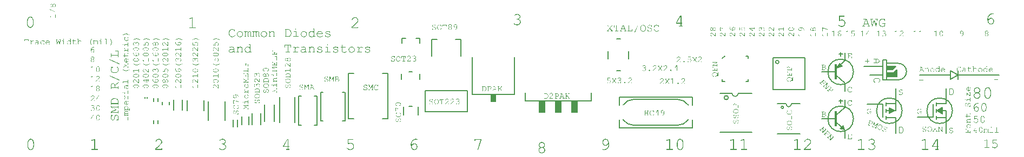
<source format=gto>
G04*
G04 #@! TF.GenerationSoftware,Altium Limited,Altium Designer,19.0.14 (431)*
G04*
G04 Layer_Color=65535*
%FSLAX44Y44*%
%MOMM*%
G71*
G01*
G75*
%ADD10C,0.1501*%
%ADD11C,0.1600*%
%ADD12C,0.1699*%
%ADD13C,0.1524*%
%ADD14C,0.1999*%
%ADD15C,0.1001*%
%ADD16C,0.1199*%
G36*
X1295860Y151239D02*
X1286861Y147641D01*
Y130241D01*
X1283861D01*
Y154239D01*
X1286861D01*
Y149242D01*
X1290861Y157241D01*
X1295860Y151239D01*
D02*
G37*
G36*
X1373901Y145700D02*
X1364899D01*
Y150701D01*
X1378900D01*
X1373901Y145700D01*
D02*
G37*
G36*
X1380899Y134699D02*
X1364899D01*
Y140701D01*
X1375900D01*
X1380899Y145700D01*
Y134699D01*
D02*
G37*
G36*
X753618Y95044D02*
X744982D01*
Y105969D01*
X753618D01*
Y95044D01*
D02*
G37*
G36*
X881550Y78491D02*
X871050D01*
Y97239D01*
X881550D01*
Y78491D01*
D02*
G37*
G36*
X856150D02*
X845650D01*
Y97239D01*
X856150D01*
Y78491D01*
D02*
G37*
G36*
X830750D02*
X820250D01*
Y97239D01*
X830750D01*
Y78491D01*
D02*
G37*
G36*
X1377061Y81280D02*
X1369060Y77280D01*
Y85281D01*
X1377061Y81280D01*
D02*
G37*
G36*
X1451801Y76279D02*
X1443799Y81280D01*
X1451801Y86281D01*
Y76279D01*
D02*
G37*
G36*
X1286861Y56581D02*
X1283861D01*
Y80579D01*
X1286861D01*
Y56581D01*
D02*
G37*
G36*
X1299860Y50579D02*
X1290861Y52580D01*
X1296861Y59581D01*
X1299860Y50579D01*
D02*
G37*
G36*
X1478227Y150361D02*
X1478329Y150353D01*
X1478446Y150339D01*
X1478592Y150317D01*
X1478752Y150288D01*
X1478927Y150252D01*
X1479109Y150201D01*
X1479306Y150135D01*
X1479510Y150055D01*
X1479714Y149960D01*
X1479918Y149851D01*
X1480123Y149727D01*
X1480327Y149573D01*
X1480524Y149406D01*
Y149807D01*
Y149814D01*
Y149836D01*
X1480531Y149872D01*
Y149916D01*
X1480553Y150011D01*
X1480574Y150055D01*
X1480596Y150091D01*
X1480604Y150098D01*
X1480611Y150106D01*
X1480655Y150142D01*
X1480720Y150171D01*
X1480764Y150179D01*
X1480808Y150186D01*
X1480830D01*
X1480851Y150179D01*
X1480881Y150171D01*
X1480946Y150149D01*
X1480983Y150120D01*
X1481012Y150091D01*
X1481019Y150084D01*
X1481026Y150077D01*
X1481041Y150055D01*
X1481056Y150026D01*
X1481070Y149982D01*
X1481078Y149938D01*
X1481092Y149872D01*
Y149807D01*
Y148225D01*
Y148218D01*
Y148188D01*
X1481085Y148159D01*
Y148116D01*
X1481056Y148013D01*
X1481041Y147970D01*
X1481012Y147933D01*
X1480997Y147919D01*
X1480954Y147890D01*
X1480895Y147860D01*
X1480851Y147853D01*
X1480808Y147846D01*
X1480786D01*
X1480764Y147853D01*
X1480742D01*
X1480677Y147882D01*
X1480640Y147897D01*
X1480611Y147926D01*
Y147933D01*
X1480596Y147941D01*
X1480582Y147963D01*
X1480567Y147992D01*
X1480553Y148028D01*
X1480538Y148072D01*
X1480531Y148123D01*
X1480524Y148188D01*
Y148196D01*
Y148218D01*
X1480516Y148247D01*
X1480509Y148283D01*
X1480494Y148334D01*
X1480480Y148393D01*
X1480436Y148531D01*
X1480400Y148604D01*
X1480356Y148684D01*
X1480305Y148764D01*
X1480246Y148852D01*
X1480181Y148939D01*
X1480101Y149027D01*
X1480006Y149114D01*
X1479904Y149194D01*
X1479897Y149202D01*
X1479867Y149224D01*
X1479824Y149253D01*
X1479765Y149289D01*
X1479692Y149333D01*
X1479605Y149384D01*
X1479503Y149442D01*
X1479386Y149501D01*
X1479255Y149552D01*
X1479124Y149610D01*
X1478971Y149661D01*
X1478818Y149705D01*
X1478650Y149741D01*
X1478475Y149770D01*
X1478300Y149792D01*
X1478111Y149799D01*
X1478045D01*
X1478001Y149792D01*
X1477936D01*
X1477870Y149785D01*
X1477790Y149778D01*
X1477710Y149763D01*
X1477513Y149727D01*
X1477309Y149676D01*
X1477083Y149603D01*
X1476864Y149501D01*
X1476857D01*
X1476842Y149493D01*
X1476820Y149479D01*
X1476791Y149464D01*
X1476711Y149420D01*
X1476616Y149355D01*
X1476507Y149282D01*
X1476390Y149194D01*
X1476273Y149092D01*
X1476172Y148983D01*
X1476164Y148976D01*
X1476150Y148961D01*
X1476128Y148932D01*
X1476099Y148888D01*
X1476062Y148845D01*
X1476018Y148786D01*
X1475967Y148713D01*
X1475916Y148640D01*
X1475858Y148553D01*
X1475807Y148465D01*
X1475683Y148269D01*
X1475574Y148050D01*
X1475464Y147809D01*
Y147802D01*
X1475457Y147788D01*
X1475450Y147758D01*
X1475435Y147729D01*
X1475421Y147678D01*
X1475406Y147627D01*
X1475384Y147569D01*
X1475370Y147496D01*
X1475333Y147343D01*
X1475304Y147161D01*
X1475282Y146957D01*
X1475275Y146738D01*
Y145739D01*
Y145724D01*
Y145681D01*
X1475282Y145615D01*
X1475289Y145528D01*
X1475304Y145418D01*
X1475326Y145287D01*
X1475355Y145141D01*
X1475392Y144981D01*
X1475435Y144813D01*
X1475501Y144638D01*
X1475574Y144456D01*
X1475661Y144267D01*
X1475771Y144077D01*
X1475887Y143888D01*
X1476033Y143705D01*
X1476193Y143523D01*
X1476201Y143516D01*
X1476237Y143487D01*
X1476288Y143435D01*
X1476361Y143377D01*
X1476449Y143304D01*
X1476550Y143231D01*
X1476674Y143144D01*
X1476813Y143056D01*
X1476959Y142969D01*
X1477126Y142889D01*
X1477301Y142809D01*
X1477491Y142736D01*
X1477688Y142677D01*
X1477899Y142634D01*
X1478118Y142597D01*
X1478344Y142590D01*
X1478417D01*
X1478468Y142597D01*
X1478533D01*
X1478606Y142605D01*
X1478687Y142619D01*
X1478781Y142626D01*
X1478985Y142670D01*
X1479204Y142721D01*
X1479430Y142801D01*
X1479539Y142845D01*
X1479649Y142903D01*
X1479656Y142911D01*
X1479678Y142918D01*
X1479707Y142940D01*
X1479751Y142962D01*
X1479802Y142998D01*
X1479860Y143042D01*
X1479933Y143086D01*
X1480006Y143144D01*
X1480093Y143209D01*
X1480181Y143282D01*
X1480276Y143355D01*
X1480370Y143443D01*
X1480473Y143538D01*
X1480574Y143640D01*
X1480677Y143749D01*
X1480779Y143866D01*
X1480786Y143873D01*
X1480800Y143888D01*
X1480822Y143909D01*
X1480851Y143939D01*
X1480939Y143990D01*
X1480983Y144004D01*
X1481034Y144011D01*
X1481056D01*
X1481078Y144004D01*
X1481107D01*
X1481172Y143975D01*
X1481201Y143960D01*
X1481231Y143931D01*
X1481238D01*
X1481245Y143917D01*
X1481274Y143880D01*
X1481296Y143822D01*
X1481311Y143785D01*
Y143742D01*
Y143734D01*
X1481304Y143713D01*
X1481296Y143676D01*
X1481274Y143625D01*
X1481238Y143560D01*
X1481187Y143479D01*
X1481114Y143377D01*
X1481012Y143268D01*
X1481005Y143261D01*
X1480990Y143239D01*
X1480954Y143209D01*
X1480917Y143166D01*
X1480859Y143115D01*
X1480800Y143056D01*
X1480728Y142991D01*
X1480647Y142918D01*
X1480560Y142845D01*
X1480465Y142765D01*
X1480246Y142612D01*
X1480013Y142466D01*
X1479758Y142335D01*
X1479751D01*
X1479729Y142320D01*
X1479692Y142306D01*
X1479641Y142284D01*
X1479576Y142262D01*
X1479503Y142233D01*
X1479415Y142211D01*
X1479321Y142182D01*
X1479219Y142153D01*
X1479109Y142123D01*
X1478876Y142072D01*
X1478614Y142036D01*
X1478482Y142029D01*
X1478351Y142021D01*
X1478293D01*
X1478249Y142029D01*
X1478191D01*
X1478125Y142036D01*
X1478045Y142043D01*
X1477965Y142051D01*
X1477877Y142065D01*
X1477775Y142080D01*
X1477564Y142123D01*
X1477338Y142174D01*
X1477097Y142255D01*
X1477090D01*
X1477075Y142262D01*
X1477054Y142276D01*
X1477017Y142284D01*
X1476973Y142306D01*
X1476930Y142327D01*
X1476813Y142379D01*
X1476682Y142437D01*
X1476550Y142510D01*
X1476412Y142590D01*
X1476288Y142677D01*
X1476273Y142692D01*
X1476230Y142728D01*
X1476164Y142787D01*
X1476077Y142874D01*
X1475960Y142991D01*
X1475829Y143129D01*
X1475756Y143209D01*
X1475676Y143297D01*
X1475596Y143399D01*
X1475508Y143501D01*
X1475501Y143508D01*
X1475486Y143530D01*
X1475464Y143560D01*
X1475435Y143603D01*
X1475392Y143654D01*
X1475355Y143713D01*
X1475304Y143778D01*
X1475253Y143851D01*
X1475151Y144019D01*
X1475042Y144201D01*
X1474947Y144383D01*
X1474874Y144573D01*
Y144580D01*
X1474867Y144595D01*
X1474859Y144624D01*
X1474845Y144660D01*
X1474837Y144704D01*
X1474823Y144762D01*
X1474808Y144821D01*
X1474794Y144894D01*
X1474757Y145054D01*
X1474735Y145243D01*
X1474713Y145440D01*
X1474706Y145659D01*
Y146825D01*
Y146833D01*
Y146862D01*
Y146905D01*
X1474713Y146971D01*
X1474721Y147044D01*
X1474728Y147139D01*
X1474743Y147241D01*
X1474765Y147357D01*
X1474786Y147481D01*
X1474816Y147613D01*
X1474852Y147751D01*
X1474896Y147904D01*
X1474947Y148057D01*
X1475005Y148210D01*
X1475071Y148378D01*
X1475151Y148538D01*
X1475158Y148546D01*
X1475173Y148575D01*
X1475195Y148626D01*
X1475231Y148684D01*
X1475282Y148757D01*
X1475333Y148845D01*
X1475399Y148939D01*
X1475472Y149041D01*
X1475559Y149143D01*
X1475654Y149260D01*
X1475749Y149369D01*
X1475858Y149486D01*
X1475982Y149595D01*
X1476106Y149698D01*
X1476244Y149799D01*
X1476383Y149894D01*
X1476390Y149902D01*
X1476419Y149916D01*
X1476463Y149938D01*
X1476521Y149967D01*
X1476594Y150004D01*
X1476682Y150047D01*
X1476784Y150084D01*
X1476893Y150135D01*
X1477017Y150179D01*
X1477148Y150215D01*
X1477287Y150259D01*
X1477433Y150295D01*
X1477593Y150324D01*
X1477753Y150346D01*
X1477921Y150361D01*
X1478089Y150368D01*
X1478154D01*
X1478227Y150361D01*
D02*
G37*
G36*
X1428409Y148320D02*
X1428467D01*
X1428533Y148312D01*
X1428605Y148305D01*
X1428693Y148291D01*
X1428875Y148261D01*
X1429072Y148210D01*
X1429283Y148137D01*
X1429488Y148043D01*
X1429495D01*
X1429502Y148035D01*
X1429524Y148021D01*
X1429553Y148006D01*
X1429626Y147955D01*
X1429714Y147882D01*
X1429823Y147788D01*
X1429940Y147671D01*
X1430056Y147532D01*
X1430173Y147365D01*
X1430180Y147357D01*
X1430187Y147343D01*
X1430202Y147321D01*
X1430224Y147284D01*
X1430246Y147241D01*
X1430275Y147190D01*
X1430333Y147073D01*
X1430384Y146927D01*
X1430435Y146760D01*
X1430472Y146585D01*
X1430486Y146497D01*
Y146403D01*
Y142809D01*
X1430997D01*
X1431033Y142801D01*
X1431077D01*
X1431172Y142772D01*
X1431215Y142758D01*
X1431252Y142728D01*
X1431259D01*
X1431266Y142714D01*
X1431303Y142670D01*
X1431332Y142612D01*
X1431339Y142568D01*
X1431346Y142524D01*
Y142517D01*
Y142502D01*
X1431339Y142481D01*
X1431332Y142451D01*
X1431310Y142386D01*
X1431281Y142349D01*
X1431252Y142320D01*
X1431244D01*
X1431237Y142306D01*
X1431215Y142298D01*
X1431186Y142284D01*
X1431142Y142269D01*
X1431091Y142255D01*
X1431033Y142247D01*
X1430960Y142240D01*
X1429407D01*
X1429371Y142247D01*
X1429327D01*
X1429232Y142276D01*
X1429181Y142291D01*
X1429145Y142320D01*
Y142327D01*
X1429130Y142335D01*
X1429101Y142379D01*
X1429072Y142437D01*
X1429065Y142481D01*
X1429057Y142524D01*
Y142532D01*
Y142546D01*
X1429065Y142568D01*
X1429072Y142597D01*
X1429094Y142663D01*
X1429116Y142699D01*
X1429145Y142728D01*
X1429152Y142736D01*
X1429160Y142743D01*
X1429181Y142758D01*
X1429218Y142772D01*
X1429254Y142787D01*
X1429305Y142794D01*
X1429371Y142809D01*
X1429918D01*
Y146315D01*
Y146322D01*
Y146344D01*
Y146373D01*
X1429910Y146417D01*
X1429903Y146468D01*
X1429896Y146526D01*
X1429859Y146672D01*
X1429808Y146833D01*
X1429772Y146913D01*
X1429728Y147000D01*
X1429677Y147088D01*
X1429619Y147175D01*
X1429553Y147255D01*
X1429473Y147336D01*
X1429466Y147343D01*
X1429451Y147357D01*
X1429429Y147372D01*
X1429393Y147401D01*
X1429349Y147430D01*
X1429291Y147467D01*
X1429232Y147510D01*
X1429160Y147547D01*
X1429079Y147583D01*
X1428992Y147627D01*
X1428890Y147664D01*
X1428788Y147693D01*
X1428671Y147722D01*
X1428555Y147744D01*
X1428423Y147751D01*
X1428292Y147758D01*
X1428197D01*
X1428146Y147751D01*
X1428088Y147744D01*
X1427957Y147729D01*
X1427804Y147700D01*
X1427636Y147664D01*
X1427468Y147605D01*
X1427308Y147525D01*
X1427301D01*
X1427286Y147510D01*
X1427264Y147496D01*
X1427235Y147474D01*
X1427191Y147445D01*
X1427140Y147409D01*
X1427075Y147357D01*
X1427009Y147299D01*
X1426929Y147233D01*
X1426841Y147153D01*
X1426747Y147059D01*
X1426637Y146957D01*
X1426528Y146840D01*
X1426404Y146709D01*
X1426273Y146563D01*
X1426134Y146403D01*
Y142809D01*
X1426805D01*
X1426841Y142801D01*
X1426885D01*
X1426980Y142772D01*
X1427024Y142758D01*
X1427060Y142728D01*
X1427067D01*
X1427075Y142714D01*
X1427111Y142670D01*
X1427140Y142612D01*
X1427148Y142568D01*
X1427155Y142524D01*
Y142517D01*
Y142502D01*
X1427148Y142481D01*
X1427140Y142451D01*
X1427118Y142386D01*
X1427089Y142349D01*
X1427060Y142320D01*
X1427053D01*
X1427045Y142306D01*
X1427024Y142298D01*
X1426994Y142284D01*
X1426951Y142269D01*
X1426900Y142255D01*
X1426841Y142247D01*
X1426768Y142240D01*
X1424895D01*
X1424859Y142247D01*
X1424815D01*
X1424720Y142276D01*
X1424669Y142291D01*
X1424633Y142320D01*
Y142327D01*
X1424618Y142335D01*
X1424589Y142379D01*
X1424560Y142437D01*
X1424552Y142481D01*
X1424545Y142524D01*
Y142532D01*
Y142546D01*
X1424552Y142568D01*
X1424560Y142597D01*
X1424582Y142663D01*
X1424603Y142699D01*
X1424633Y142728D01*
X1424640Y142736D01*
X1424647Y142743D01*
X1424669Y142758D01*
X1424706Y142772D01*
X1424742Y142787D01*
X1424793Y142794D01*
X1424859Y142809D01*
X1425566D01*
Y147554D01*
X1425055D01*
X1425019Y147562D01*
X1424975D01*
X1424880Y147591D01*
X1424829Y147605D01*
X1424793Y147634D01*
Y147642D01*
X1424778Y147649D01*
X1424749Y147693D01*
X1424720Y147751D01*
X1424713Y147795D01*
X1424706Y147839D01*
Y147846D01*
Y147860D01*
X1424713Y147882D01*
X1424720Y147912D01*
X1424742Y147977D01*
X1424764Y148013D01*
X1424793Y148043D01*
X1424800Y148050D01*
X1424807Y148057D01*
X1424829Y148072D01*
X1424866Y148086D01*
X1424902Y148101D01*
X1424953Y148108D01*
X1425019Y148123D01*
X1426134D01*
Y147263D01*
X1426142Y147270D01*
X1426163Y147292D01*
X1426193Y147321D01*
X1426236Y147357D01*
X1426287Y147409D01*
X1426346Y147467D01*
X1426419Y147525D01*
X1426492Y147591D01*
X1426659Y147729D01*
X1426834Y147868D01*
X1427024Y147992D01*
X1427118Y148043D01*
X1427206Y148094D01*
X1427213D01*
X1427228Y148101D01*
X1427257Y148116D01*
X1427293Y148130D01*
X1427337Y148145D01*
X1427395Y148167D01*
X1427454Y148188D01*
X1427527Y148210D01*
X1427687Y148254D01*
X1427876Y148291D01*
X1428081Y148320D01*
X1428299Y148327D01*
X1428365D01*
X1428409Y148320D01*
D02*
G37*
G36*
X1522505Y142809D02*
X1523300D01*
X1523336Y142801D01*
X1523380D01*
X1523475Y142772D01*
X1523519Y142758D01*
X1523555Y142728D01*
X1523562D01*
X1523570Y142714D01*
X1523606Y142670D01*
X1523635Y142612D01*
X1523643Y142568D01*
X1523650Y142524D01*
Y142517D01*
Y142502D01*
X1523643Y142481D01*
X1523635Y142451D01*
X1523613Y142386D01*
X1523584Y142349D01*
X1523555Y142320D01*
X1523548D01*
X1523541Y142306D01*
X1523519Y142298D01*
X1523490Y142284D01*
X1523446Y142269D01*
X1523395Y142262D01*
X1523336Y142247D01*
X1521937D01*
Y143370D01*
X1521922Y143363D01*
X1521893Y143319D01*
X1521835Y143253D01*
X1521755Y143166D01*
X1521660Y143064D01*
X1521543Y142947D01*
X1521405Y142823D01*
X1521244Y142699D01*
X1521077Y142575D01*
X1520880Y142451D01*
X1520676Y142335D01*
X1520450Y142233D01*
X1520216Y142145D01*
X1519961Y142080D01*
X1519692Y142036D01*
X1519553Y142029D01*
X1519415Y142021D01*
X1519342D01*
X1519283Y142029D01*
X1519210Y142036D01*
X1519130Y142043D01*
X1519035Y142058D01*
X1518933Y142072D01*
X1518824Y142094D01*
X1518707Y142123D01*
X1518452Y142196D01*
X1518321Y142240D01*
X1518190Y142298D01*
X1518051Y142357D01*
X1517920Y142430D01*
X1517913Y142437D01*
X1517891Y142451D01*
X1517854Y142473D01*
X1517803Y142502D01*
X1517745Y142546D01*
X1517672Y142597D01*
X1517599Y142663D01*
X1517519Y142728D01*
X1517432Y142809D01*
X1517337Y142896D01*
X1517242Y142991D01*
X1517155Y143093D01*
X1517060Y143209D01*
X1516973Y143326D01*
X1516885Y143457D01*
X1516805Y143596D01*
X1516797Y143603D01*
X1516790Y143632D01*
X1516768Y143669D01*
X1516739Y143727D01*
X1516710Y143800D01*
X1516674Y143880D01*
X1516637Y143975D01*
X1516601Y144077D01*
X1516564Y144194D01*
X1516528Y144318D01*
X1516491Y144449D01*
X1516462Y144580D01*
X1516411Y144872D01*
X1516404Y145017D01*
X1516397Y145170D01*
Y145178D01*
Y145207D01*
Y145251D01*
X1516404Y145309D01*
X1516411Y145382D01*
X1516418Y145469D01*
X1516433Y145564D01*
X1516448Y145674D01*
X1516470Y145783D01*
X1516499Y145907D01*
X1516572Y146177D01*
X1516615Y146315D01*
X1516674Y146454D01*
X1516732Y146592D01*
X1516805Y146738D01*
X1516812Y146745D01*
X1516827Y146774D01*
X1516849Y146811D01*
X1516878Y146862D01*
X1516922Y146927D01*
X1516973Y147000D01*
X1517031Y147080D01*
X1517096Y147168D01*
X1517177Y147263D01*
X1517257Y147357D01*
X1517352Y147452D01*
X1517446Y147554D01*
X1517556Y147649D01*
X1517672Y147744D01*
X1517789Y147831D01*
X1517920Y147912D01*
X1517927Y147919D01*
X1517949Y147926D01*
X1517993Y147948D01*
X1518044Y147977D01*
X1518110Y148006D01*
X1518190Y148043D01*
X1518277Y148079D01*
X1518372Y148123D01*
X1518481Y148159D01*
X1518598Y148196D01*
X1518853Y148261D01*
X1518985Y148291D01*
X1519130Y148312D01*
X1519269Y148320D01*
X1519415Y148327D01*
X1519480D01*
X1519517Y148320D01*
X1519560D01*
X1519662Y148305D01*
X1519794Y148283D01*
X1519947Y148254D01*
X1520114Y148210D01*
X1520297Y148159D01*
X1520486Y148086D01*
X1520690Y147999D01*
X1520902Y147890D01*
X1521113Y147758D01*
X1521324Y147598D01*
X1521536Y147416D01*
X1521638Y147321D01*
X1521740Y147212D01*
X1521842Y147095D01*
X1521937Y146971D01*
Y150193D01*
X1521142D01*
X1521106Y150201D01*
X1521062D01*
X1520967Y150222D01*
X1520916Y150244D01*
X1520880Y150266D01*
Y150273D01*
X1520865Y150281D01*
X1520836Y150324D01*
X1520807Y150383D01*
X1520800Y150426D01*
X1520792Y150470D01*
Y150478D01*
Y150492D01*
X1520800Y150514D01*
X1520807Y150543D01*
X1520829Y150609D01*
X1520851Y150645D01*
X1520880Y150674D01*
X1520887Y150682D01*
X1520894Y150689D01*
X1520916Y150703D01*
X1520953Y150718D01*
X1520989Y150733D01*
X1521040Y150747D01*
X1521106Y150762D01*
X1522505D01*
Y142809D01*
D02*
G37*
G36*
X1447450D02*
X1448244D01*
X1448281Y142801D01*
X1448324D01*
X1448419Y142772D01*
X1448463Y142758D01*
X1448499Y142728D01*
X1448507D01*
X1448514Y142714D01*
X1448550Y142670D01*
X1448580Y142612D01*
X1448587Y142568D01*
X1448594Y142524D01*
Y142517D01*
Y142502D01*
X1448587Y142481D01*
X1448580Y142451D01*
X1448558Y142386D01*
X1448528Y142349D01*
X1448499Y142320D01*
X1448492D01*
X1448485Y142306D01*
X1448463Y142298D01*
X1448434Y142284D01*
X1448390Y142269D01*
X1448339Y142262D01*
X1448281Y142247D01*
X1446881D01*
Y143370D01*
X1446866Y143363D01*
X1446837Y143319D01*
X1446779Y143253D01*
X1446699Y143166D01*
X1446604Y143064D01*
X1446487Y142947D01*
X1446349Y142823D01*
X1446189Y142699D01*
X1446021Y142575D01*
X1445824Y142451D01*
X1445620Y142335D01*
X1445394Y142233D01*
X1445161Y142145D01*
X1444906Y142080D01*
X1444636Y142036D01*
X1444497Y142029D01*
X1444359Y142021D01*
X1444286D01*
X1444228Y142029D01*
X1444155Y142036D01*
X1444075Y142043D01*
X1443980Y142058D01*
X1443878Y142072D01*
X1443768Y142094D01*
X1443652Y142123D01*
X1443396Y142196D01*
X1443265Y142240D01*
X1443134Y142298D01*
X1442996Y142357D01*
X1442864Y142430D01*
X1442857Y142437D01*
X1442835Y142451D01*
X1442799Y142473D01*
X1442748Y142502D01*
X1442689Y142546D01*
X1442616Y142597D01*
X1442544Y142663D01*
X1442463Y142728D01*
X1442376Y142809D01*
X1442281Y142896D01*
X1442186Y142991D01*
X1442099Y143093D01*
X1442004Y143209D01*
X1441917Y143326D01*
X1441829Y143457D01*
X1441749Y143596D01*
X1441742Y143603D01*
X1441734Y143632D01*
X1441713Y143669D01*
X1441683Y143727D01*
X1441654Y143800D01*
X1441618Y143880D01*
X1441581Y143975D01*
X1441545Y144077D01*
X1441508Y144194D01*
X1441472Y144318D01*
X1441436Y144449D01*
X1441406Y144580D01*
X1441355Y144872D01*
X1441348Y145017D01*
X1441341Y145170D01*
Y145178D01*
Y145207D01*
Y145251D01*
X1441348Y145309D01*
X1441355Y145382D01*
X1441363Y145469D01*
X1441377Y145564D01*
X1441392Y145674D01*
X1441414Y145783D01*
X1441443Y145907D01*
X1441516Y146177D01*
X1441559Y146315D01*
X1441618Y146454D01*
X1441676Y146592D01*
X1441749Y146738D01*
X1441756Y146745D01*
X1441771Y146774D01*
X1441793Y146811D01*
X1441822Y146862D01*
X1441866Y146927D01*
X1441917Y147000D01*
X1441975Y147080D01*
X1442041Y147168D01*
X1442121Y147263D01*
X1442201Y147357D01*
X1442296Y147452D01*
X1442390Y147554D01*
X1442500Y147649D01*
X1442616Y147744D01*
X1442733Y147831D01*
X1442864Y147912D01*
X1442872Y147919D01*
X1442894Y147926D01*
X1442937Y147948D01*
X1442988Y147977D01*
X1443054Y148006D01*
X1443134Y148043D01*
X1443222Y148079D01*
X1443316Y148123D01*
X1443426Y148159D01*
X1443542Y148196D01*
X1443797Y148261D01*
X1443929Y148291D01*
X1444075Y148312D01*
X1444213Y148320D01*
X1444359Y148327D01*
X1444424D01*
X1444461Y148320D01*
X1444505D01*
X1444607Y148305D01*
X1444738Y148283D01*
X1444891Y148254D01*
X1445059Y148210D01*
X1445241Y148159D01*
X1445430Y148086D01*
X1445634Y147999D01*
X1445846Y147890D01*
X1446057Y147758D01*
X1446269Y147598D01*
X1446480Y147416D01*
X1446582Y147321D01*
X1446684Y147212D01*
X1446786Y147095D01*
X1446881Y146971D01*
Y150193D01*
X1446086D01*
X1446050Y150201D01*
X1446006D01*
X1445912Y150222D01*
X1445860Y150244D01*
X1445824Y150266D01*
Y150273D01*
X1445809Y150281D01*
X1445780Y150324D01*
X1445751Y150383D01*
X1445744Y150426D01*
X1445737Y150470D01*
Y150478D01*
Y150492D01*
X1445744Y150514D01*
X1445751Y150543D01*
X1445773Y150609D01*
X1445795Y150645D01*
X1445824Y150674D01*
X1445831Y150682D01*
X1445839Y150689D01*
X1445860Y150703D01*
X1445897Y150718D01*
X1445933Y150733D01*
X1445984Y150747D01*
X1446050Y150762D01*
X1447450D01*
Y142809D01*
D02*
G37*
G36*
X1486457Y148320D02*
X1486552Y148312D01*
X1486654Y148298D01*
X1486771Y148283D01*
X1486895Y148261D01*
X1487033Y148232D01*
X1487164Y148196D01*
X1487310Y148152D01*
X1487449Y148101D01*
X1487587Y148035D01*
X1487719Y147963D01*
X1487850Y147882D01*
X1487966Y147788D01*
X1487974Y147780D01*
X1487995Y147766D01*
X1488025Y147737D01*
X1488061Y147693D01*
X1488105Y147642D01*
X1488156Y147583D01*
X1488214Y147518D01*
X1488273Y147438D01*
X1488324Y147350D01*
X1488382Y147263D01*
X1488477Y147059D01*
X1488513Y146942D01*
X1488542Y146833D01*
X1488564Y146709D01*
X1488571Y146585D01*
Y142809D01*
X1489366D01*
X1489402Y142801D01*
X1489446D01*
X1489541Y142772D01*
X1489585Y142758D01*
X1489621Y142728D01*
X1489628D01*
X1489636Y142714D01*
X1489672Y142670D01*
X1489701Y142612D01*
X1489709Y142568D01*
X1489716Y142524D01*
Y142517D01*
Y142502D01*
X1489709Y142481D01*
X1489701Y142451D01*
X1489680Y142386D01*
X1489650Y142349D01*
X1489621Y142320D01*
X1489614D01*
X1489607Y142306D01*
X1489585Y142298D01*
X1489556Y142284D01*
X1489512Y142269D01*
X1489461Y142255D01*
X1489402Y142247D01*
X1489330Y142240D01*
X1488003D01*
Y143064D01*
X1487988Y143049D01*
X1487944Y143020D01*
X1487879Y142969D01*
X1487784Y142903D01*
X1487668Y142823D01*
X1487536Y142736D01*
X1487376Y142641D01*
X1487201Y142546D01*
X1487011Y142444D01*
X1486807Y142349D01*
X1486589Y142262D01*
X1486355Y142182D01*
X1486115Y142116D01*
X1485860Y142065D01*
X1485605Y142036D01*
X1485342Y142021D01*
X1485240D01*
X1485174Y142029D01*
X1485087Y142036D01*
X1484985Y142051D01*
X1484875Y142065D01*
X1484759Y142087D01*
X1484628Y142116D01*
X1484496Y142145D01*
X1484365Y142189D01*
X1484234Y142240D01*
X1484103Y142298D01*
X1483972Y142371D01*
X1483855Y142451D01*
X1483738Y142539D01*
X1483731Y142546D01*
X1483716Y142561D01*
X1483687Y142590D01*
X1483651Y142634D01*
X1483607Y142685D01*
X1483556Y142743D01*
X1483505Y142816D01*
X1483454Y142889D01*
X1483396Y142976D01*
X1483345Y143078D01*
X1483294Y143180D01*
X1483250Y143290D01*
X1483213Y143414D01*
X1483184Y143538D01*
X1483170Y143669D01*
X1483162Y143807D01*
Y143815D01*
Y143844D01*
X1483170Y143888D01*
X1483177Y143946D01*
X1483184Y144019D01*
X1483206Y144099D01*
X1483228Y144194D01*
X1483257Y144296D01*
X1483301Y144405D01*
X1483345Y144522D01*
X1483410Y144638D01*
X1483483Y144762D01*
X1483571Y144886D01*
X1483673Y145010D01*
X1483789Y145134D01*
X1483920Y145251D01*
X1483928Y145258D01*
X1483957Y145280D01*
X1484001Y145309D01*
X1484059Y145345D01*
X1484139Y145396D01*
X1484241Y145448D01*
X1484351Y145506D01*
X1484482Y145564D01*
X1484635Y145615D01*
X1484795Y145674D01*
X1484978Y145724D01*
X1485182Y145776D01*
X1485393Y145812D01*
X1485626Y145841D01*
X1485874Y145863D01*
X1486144Y145870D01*
X1486290D01*
X1486399Y145863D01*
X1486523Y145856D01*
X1486669Y145849D01*
X1486829Y145834D01*
X1486997Y145819D01*
X1487019D01*
X1487041Y145812D01*
X1487077D01*
X1487121Y145805D01*
X1487172Y145797D01*
X1487230Y145790D01*
X1487296Y145783D01*
X1487449Y145761D01*
X1487616Y145732D01*
X1487806Y145695D01*
X1488003Y145659D01*
Y146585D01*
Y146592D01*
Y146607D01*
Y146629D01*
X1487995Y146665D01*
X1487988Y146709D01*
X1487981Y146752D01*
X1487952Y146869D01*
X1487894Y146993D01*
X1487864Y147066D01*
X1487821Y147132D01*
X1487769Y147204D01*
X1487711Y147270D01*
X1487646Y147343D01*
X1487565Y147409D01*
X1487558Y147416D01*
X1487544Y147423D01*
X1487522Y147438D01*
X1487485Y147467D01*
X1487434Y147489D01*
X1487383Y147518D01*
X1487318Y147554D01*
X1487237Y147583D01*
X1487150Y147620D01*
X1487055Y147649D01*
X1486946Y147678D01*
X1486829Y147707D01*
X1486705Y147729D01*
X1486567Y147744D01*
X1486421Y147751D01*
X1486261Y147758D01*
X1486188D01*
X1486137Y147751D01*
X1486071Y147744D01*
X1485983Y147737D01*
X1485889Y147722D01*
X1485772Y147707D01*
X1485648Y147685D01*
X1485510Y147664D01*
X1485357Y147627D01*
X1485189Y147591D01*
X1485007Y147547D01*
X1484810Y147489D01*
X1484606Y147430D01*
X1484387Y147357D01*
X1484380D01*
X1484351Y147350D01*
X1484314Y147336D01*
X1484270Y147328D01*
X1484176Y147299D01*
X1484139Y147292D01*
X1484095D01*
X1484044Y147299D01*
X1483986Y147328D01*
X1483950Y147343D01*
X1483920Y147372D01*
Y147379D01*
X1483906Y147387D01*
X1483884Y147430D01*
X1483862Y147489D01*
X1483848Y147576D01*
Y147583D01*
Y147598D01*
X1483855Y147642D01*
X1483877Y147700D01*
X1483913Y147758D01*
X1483920Y147766D01*
X1483942Y147780D01*
X1483979Y147802D01*
X1484008Y147817D01*
X1484044Y147831D01*
X1484088Y147853D01*
X1484139Y147868D01*
X1484205Y147897D01*
X1484278Y147919D01*
X1484358Y147948D01*
X1484453Y147977D01*
X1484562Y148006D01*
X1484679Y148035D01*
X1484693D01*
X1484722Y148050D01*
X1484781Y148065D01*
X1484854Y148079D01*
X1484941Y148101D01*
X1485043Y148130D01*
X1485152Y148152D01*
X1485276Y148181D01*
X1485532Y148232D01*
X1485801Y148283D01*
X1485932Y148298D01*
X1486056Y148312D01*
X1486173Y148327D01*
X1486384D01*
X1486457Y148320D01*
D02*
G37*
G36*
X1501161Y147255D02*
X1501168Y147263D01*
X1501183Y147284D01*
X1501212Y147314D01*
X1501256Y147350D01*
X1501299Y147401D01*
X1501358Y147452D01*
X1501423Y147510D01*
X1501496Y147576D01*
X1501649Y147715D01*
X1501824Y147846D01*
X1502007Y147977D01*
X1502101Y148028D01*
X1502196Y148079D01*
X1502203D01*
X1502218Y148086D01*
X1502247Y148101D01*
X1502283Y148116D01*
X1502327Y148137D01*
X1502386Y148159D01*
X1502451Y148181D01*
X1502524Y148203D01*
X1502684Y148247D01*
X1502874Y148291D01*
X1503085Y148320D01*
X1503311Y148327D01*
X1503421D01*
X1503479Y148320D01*
X1503545Y148312D01*
X1503618Y148305D01*
X1503698Y148298D01*
X1503880Y148269D01*
X1504062Y148225D01*
X1504252Y148167D01*
X1504434Y148086D01*
X1504441D01*
X1504456Y148079D01*
X1504478Y148065D01*
X1504514Y148043D01*
X1504551Y148021D01*
X1504602Y147984D01*
X1504704Y147912D01*
X1504828Y147809D01*
X1504959Y147685D01*
X1505090Y147540D01*
X1505214Y147365D01*
X1505221Y147357D01*
X1505229Y147343D01*
X1505243Y147314D01*
X1505265Y147284D01*
X1505287Y147233D01*
X1505316Y147183D01*
X1505345Y147124D01*
X1505374Y147059D01*
X1505425Y146905D01*
X1505477Y146730D01*
X1505513Y146541D01*
X1505527Y146446D01*
Y146344D01*
Y142809D01*
X1506198D01*
X1506235Y142801D01*
X1506278D01*
X1506380Y142772D01*
X1506424Y142758D01*
X1506461Y142728D01*
X1506468D01*
X1506475Y142714D01*
X1506504Y142670D01*
X1506534Y142612D01*
X1506548Y142568D01*
Y142524D01*
Y142517D01*
Y142502D01*
X1506541Y142481D01*
Y142451D01*
X1506512Y142386D01*
X1506490Y142349D01*
X1506461Y142320D01*
X1506453D01*
X1506446Y142306D01*
X1506424Y142298D01*
X1506388Y142284D01*
X1506351Y142269D01*
X1506300Y142255D01*
X1506235Y142247D01*
X1506162Y142240D01*
X1504288D01*
X1504252Y142247D01*
X1504208D01*
X1504113Y142276D01*
X1504062Y142291D01*
X1504026Y142320D01*
Y142327D01*
X1504011Y142335D01*
X1503982Y142379D01*
X1503953Y142437D01*
X1503946Y142481D01*
X1503938Y142524D01*
Y142532D01*
Y142546D01*
X1503946Y142568D01*
X1503953Y142597D01*
X1503975Y142663D01*
X1503997Y142699D01*
X1504026Y142728D01*
X1504033Y142736D01*
X1504040Y142743D01*
X1504062Y142758D01*
X1504099Y142772D01*
X1504135Y142787D01*
X1504186Y142794D01*
X1504252Y142809D01*
X1504959D01*
Y146308D01*
Y146315D01*
Y146337D01*
Y146366D01*
X1504952Y146410D01*
X1504944Y146461D01*
X1504937Y146526D01*
X1504901Y146672D01*
X1504850Y146833D01*
X1504813Y146920D01*
X1504769Y147008D01*
X1504718Y147095D01*
X1504660Y147183D01*
X1504594Y147263D01*
X1504514Y147343D01*
X1504507Y147350D01*
X1504492Y147357D01*
X1504471Y147379D01*
X1504434Y147409D01*
X1504390Y147438D01*
X1504332Y147474D01*
X1504266Y147510D01*
X1504194Y147554D01*
X1504106Y147591D01*
X1504019Y147627D01*
X1503916Y147664D01*
X1503807Y147693D01*
X1503683Y147722D01*
X1503559Y147744D01*
X1503421Y147751D01*
X1503275Y147758D01*
X1503217D01*
X1503173Y147751D01*
X1503115D01*
X1503056Y147744D01*
X1502983Y147737D01*
X1502910Y147722D01*
X1502743Y147685D01*
X1502560Y147627D01*
X1502386Y147554D01*
X1502211Y147452D01*
X1502196Y147445D01*
X1502174Y147430D01*
X1502152Y147409D01*
X1502116Y147379D01*
X1502072Y147343D01*
X1502021Y147299D01*
X1501963Y147241D01*
X1501890Y147175D01*
X1501817Y147102D01*
X1501729Y147022D01*
X1501635Y146927D01*
X1501525Y146818D01*
X1501416Y146701D01*
X1501292Y146570D01*
X1501161Y146424D01*
Y142809D01*
X1501832D01*
X1501868Y142801D01*
X1501912D01*
X1502007Y142772D01*
X1502050Y142758D01*
X1502087Y142728D01*
X1502094D01*
X1502101Y142714D01*
X1502138Y142670D01*
X1502167Y142612D01*
X1502174Y142568D01*
X1502182Y142524D01*
Y142517D01*
Y142502D01*
X1502174Y142481D01*
X1502167Y142451D01*
X1502145Y142386D01*
X1502116Y142349D01*
X1502087Y142320D01*
X1502079D01*
X1502072Y142306D01*
X1502050Y142298D01*
X1502021Y142284D01*
X1501977Y142269D01*
X1501926Y142255D01*
X1501868Y142247D01*
X1501795Y142240D01*
X1499922D01*
X1499885Y142247D01*
X1499841D01*
X1499747Y142276D01*
X1499696Y142291D01*
X1499659Y142320D01*
Y142327D01*
X1499645Y142335D01*
X1499615Y142379D01*
X1499586Y142437D01*
X1499579Y142481D01*
X1499572Y142524D01*
Y142532D01*
Y142546D01*
X1499579Y142568D01*
X1499586Y142597D01*
X1499608Y142663D01*
X1499630Y142699D01*
X1499659Y142728D01*
X1499666Y142736D01*
X1499674Y142743D01*
X1499696Y142758D01*
X1499732Y142772D01*
X1499769Y142787D01*
X1499820Y142794D01*
X1499885Y142809D01*
X1500592D01*
Y150193D01*
X1499798D01*
X1499761Y150201D01*
X1499718D01*
X1499623Y150222D01*
X1499572Y150244D01*
X1499535Y150266D01*
Y150273D01*
X1499521Y150281D01*
X1499491Y150324D01*
X1499462Y150383D01*
X1499455Y150426D01*
X1499448Y150470D01*
Y150478D01*
Y150492D01*
X1499455Y150514D01*
X1499462Y150543D01*
X1499484Y150609D01*
X1499506Y150645D01*
X1499535Y150674D01*
X1499543Y150682D01*
X1499550Y150689D01*
X1499572Y150703D01*
X1499608Y150718D01*
X1499645Y150733D01*
X1499696Y150747D01*
X1499761Y150762D01*
X1501161D01*
Y147255D01*
D02*
G37*
G36*
X1422890Y142809D02*
X1423284D01*
X1423320Y142801D01*
X1423364D01*
X1423459Y142772D01*
X1423503Y142758D01*
X1423539Y142728D01*
X1423546D01*
X1423554Y142714D01*
X1423590Y142670D01*
X1423619Y142612D01*
X1423627Y142568D01*
X1423634Y142524D01*
Y142517D01*
Y142502D01*
X1423627Y142481D01*
X1423619Y142451D01*
X1423597Y142386D01*
X1423568Y142349D01*
X1423539Y142320D01*
X1423532D01*
X1423524Y142306D01*
X1423503Y142298D01*
X1423474Y142284D01*
X1423430Y142269D01*
X1423379Y142255D01*
X1423320Y142247D01*
X1423248Y142240D01*
X1421192D01*
X1421155Y142247D01*
X1421112D01*
X1421017Y142276D01*
X1420966Y142291D01*
X1420929Y142320D01*
Y142327D01*
X1420915Y142335D01*
X1420886Y142379D01*
X1420856Y142437D01*
X1420849Y142481D01*
X1420842Y142524D01*
Y142532D01*
Y142546D01*
X1420849Y142568D01*
X1420856Y142597D01*
X1420878Y142663D01*
X1420900Y142699D01*
X1420929Y142728D01*
X1420937Y142736D01*
X1420944Y142743D01*
X1420966Y142758D01*
X1421002Y142772D01*
X1421039Y142787D01*
X1421090Y142794D01*
X1421155Y142809D01*
X1422278D01*
X1421491Y144901D01*
X1417773D01*
X1417000Y142809D01*
X1418094D01*
X1418130Y142801D01*
X1418174D01*
X1418269Y142772D01*
X1418312Y142758D01*
X1418349Y142728D01*
X1418356D01*
X1418363Y142714D01*
X1418400Y142670D01*
X1418429Y142612D01*
X1418436Y142568D01*
X1418443Y142524D01*
Y142517D01*
Y142502D01*
X1418436Y142481D01*
X1418429Y142451D01*
X1418407Y142386D01*
X1418378Y142349D01*
X1418349Y142320D01*
X1418342D01*
X1418334Y142306D01*
X1418312Y142298D01*
X1418283Y142284D01*
X1418239Y142269D01*
X1418188Y142255D01*
X1418130Y142247D01*
X1418057Y142240D01*
X1416009D01*
X1415972Y142247D01*
X1415929D01*
X1415834Y142276D01*
X1415783Y142291D01*
X1415746Y142320D01*
Y142327D01*
X1415732Y142335D01*
X1415703Y142379D01*
X1415673Y142437D01*
X1415666Y142481D01*
X1415659Y142524D01*
Y142532D01*
Y142546D01*
X1415666Y142568D01*
X1415673Y142597D01*
X1415695Y142663D01*
X1415717Y142699D01*
X1415746Y142728D01*
X1415754Y142736D01*
X1415761Y142743D01*
X1415783Y142758D01*
X1415819Y142772D01*
X1415856Y142787D01*
X1415907Y142794D01*
X1415972Y142809D01*
X1416395D01*
X1418903Y149617D01*
X1417197D01*
X1417160Y149625D01*
X1417117D01*
X1417022Y149646D01*
X1416971Y149668D01*
X1416935Y149690D01*
Y149698D01*
X1416920Y149705D01*
X1416891Y149748D01*
X1416862Y149814D01*
X1416854Y149858D01*
X1416847Y149902D01*
Y149909D01*
Y149923D01*
X1416854Y149945D01*
X1416862Y149974D01*
X1416884Y150040D01*
X1416905Y150077D01*
X1416935Y150106D01*
X1416942Y150113D01*
X1416949Y150120D01*
X1416971Y150135D01*
X1417007Y150149D01*
X1417044Y150164D01*
X1417095Y150171D01*
X1417160Y150186D01*
X1420106D01*
X1422890Y142809D01*
D02*
G37*
G36*
X1528082Y148320D02*
X1528177Y148312D01*
X1528293Y148298D01*
X1528432Y148276D01*
X1528585Y148247D01*
X1528753Y148210D01*
X1528935Y148167D01*
X1529117Y148101D01*
X1529307Y148028D01*
X1529504Y147941D01*
X1529693Y147831D01*
X1529883Y147715D01*
X1530065Y147569D01*
X1530240Y147409D01*
X1530247Y147401D01*
X1530276Y147365D01*
X1530320Y147314D01*
X1530378Y147241D01*
X1530451Y147153D01*
X1530524Y147044D01*
X1530604Y146920D01*
X1530692Y146774D01*
X1530772Y146607D01*
X1530860Y146432D01*
X1530932Y146235D01*
X1530998Y146031D01*
X1531056Y145805D01*
X1531100Y145564D01*
X1531129Y145309D01*
X1531137Y145047D01*
X1525319D01*
Y145032D01*
X1525327Y144995D01*
X1525341Y144937D01*
X1525356Y144864D01*
X1525378Y144770D01*
X1525407Y144660D01*
X1525443Y144536D01*
X1525487Y144405D01*
X1525545Y144267D01*
X1525611Y144121D01*
X1525684Y143975D01*
X1525771Y143829D01*
X1525866Y143676D01*
X1525975Y143530D01*
X1526099Y143392D01*
X1526238Y143261D01*
X1526245Y143253D01*
X1526274Y143231D01*
X1526318Y143202D01*
X1526376Y143159D01*
X1526456Y143108D01*
X1526544Y143049D01*
X1526653Y142991D01*
X1526770Y142925D01*
X1526909Y142860D01*
X1527054Y142801D01*
X1527215Y142743D01*
X1527382Y142692D01*
X1527565Y142655D01*
X1527754Y142619D01*
X1527958Y142597D01*
X1528170Y142590D01*
X1528279D01*
X1528337Y142597D01*
X1528410Y142605D01*
X1528483D01*
X1528578Y142619D01*
X1528673Y142626D01*
X1528775Y142641D01*
X1529001Y142677D01*
X1529249Y142728D01*
X1529504Y142794D01*
X1529511D01*
X1529533Y142801D01*
X1529569Y142816D01*
X1529620Y142830D01*
X1529679Y142852D01*
X1529751Y142881D01*
X1529824Y142911D01*
X1529912Y142947D01*
X1530094Y143027D01*
X1530284Y143122D01*
X1530473Y143231D01*
X1530648Y143355D01*
X1530655Y143363D01*
X1530670Y143370D01*
X1530692Y143385D01*
X1530721Y143406D01*
X1530794Y143443D01*
X1530830Y143450D01*
X1530867Y143457D01*
X1530889D01*
X1530932Y143450D01*
X1530991Y143421D01*
X1531027Y143399D01*
X1531056Y143370D01*
X1531064Y143363D01*
X1531071Y143355D01*
X1531100Y143312D01*
X1531129Y143246D01*
X1531144Y143209D01*
Y143166D01*
Y143159D01*
Y143144D01*
X1531137Y143122D01*
X1531129Y143100D01*
X1531115Y143064D01*
X1531100Y143027D01*
X1531071Y142991D01*
X1531035Y142947D01*
X1531027Y142940D01*
X1531020Y142933D01*
X1530998Y142911D01*
X1530969Y142889D01*
X1530932Y142860D01*
X1530889Y142823D01*
X1530830Y142787D01*
X1530765Y142743D01*
X1530692Y142692D01*
X1530604Y142641D01*
X1530510Y142590D01*
X1530408Y142539D01*
X1530291Y142481D01*
X1530167Y142422D01*
X1530029Y142371D01*
X1529875Y142313D01*
X1529868D01*
X1529839Y142298D01*
X1529795Y142284D01*
X1529730Y142269D01*
X1529657Y142247D01*
X1529569Y142218D01*
X1529467Y142196D01*
X1529351Y142167D01*
X1529227Y142138D01*
X1529095Y142116D01*
X1528950Y142087D01*
X1528804Y142065D01*
X1528498Y142036D01*
X1528170Y142021D01*
X1528104D01*
X1528031Y142029D01*
X1527929Y142036D01*
X1527798Y142051D01*
X1527652Y142072D01*
X1527492Y142101D01*
X1527317Y142138D01*
X1527127Y142189D01*
X1526930Y142255D01*
X1526726Y142335D01*
X1526522Y142422D01*
X1526318Y142532D01*
X1526114Y142663D01*
X1525917Y142809D01*
X1525728Y142976D01*
X1525720Y142991D01*
X1525684Y143020D01*
X1525640Y143071D01*
X1525574Y143151D01*
X1525502Y143239D01*
X1525421Y143355D01*
X1525334Y143479D01*
X1525239Y143625D01*
X1525152Y143793D01*
X1525057Y143968D01*
X1524977Y144157D01*
X1524904Y144361D01*
X1524838Y144580D01*
X1524794Y144813D01*
X1524765Y145054D01*
X1524751Y145302D01*
Y145309D01*
Y145316D01*
Y145360D01*
X1524758Y145426D01*
X1524765Y145513D01*
X1524780Y145615D01*
X1524802Y145746D01*
X1524831Y145885D01*
X1524867Y146038D01*
X1524911Y146198D01*
X1524977Y146373D01*
X1525050Y146548D01*
X1525137Y146730D01*
X1525246Y146913D01*
X1525363Y147088D01*
X1525509Y147270D01*
X1525669Y147438D01*
X1525677Y147445D01*
X1525713Y147474D01*
X1525764Y147518D01*
X1525837Y147576D01*
X1525924Y147642D01*
X1526034Y147722D01*
X1526158Y147802D01*
X1526296Y147882D01*
X1526456Y147963D01*
X1526631Y148043D01*
X1526814Y148123D01*
X1527018Y148188D01*
X1527229Y148247D01*
X1527455Y148291D01*
X1527696Y148320D01*
X1527944Y148327D01*
X1528009D01*
X1528082Y148320D01*
D02*
G37*
G36*
X1511505D02*
X1511593Y148312D01*
X1511709Y148298D01*
X1511841Y148276D01*
X1511986Y148247D01*
X1512154Y148210D01*
X1512322Y148159D01*
X1512504Y148101D01*
X1512693Y148028D01*
X1512883Y147933D01*
X1513072Y147831D01*
X1513262Y147707D01*
X1513444Y147562D01*
X1513627Y147401D01*
X1513634Y147394D01*
X1513670Y147357D01*
X1513714Y147306D01*
X1513772Y147233D01*
X1513845Y147146D01*
X1513925Y147037D01*
X1514005Y146913D01*
X1514093Y146774D01*
X1514180Y146621D01*
X1514268Y146454D01*
X1514341Y146264D01*
X1514414Y146067D01*
X1514472Y145863D01*
X1514523Y145644D01*
X1514552Y145411D01*
X1514560Y145170D01*
Y145156D01*
Y145112D01*
X1514552Y145047D01*
X1514545Y144952D01*
X1514530Y144843D01*
X1514509Y144711D01*
X1514479Y144565D01*
X1514443Y144405D01*
X1514392Y144230D01*
X1514334Y144055D01*
X1514253Y143866D01*
X1514166Y143676D01*
X1514057Y143487D01*
X1513933Y143304D01*
X1513794Y143115D01*
X1513627Y142940D01*
X1513619Y142933D01*
X1513583Y142903D01*
X1513532Y142852D01*
X1513459Y142794D01*
X1513371Y142728D01*
X1513262Y142648D01*
X1513138Y142568D01*
X1512992Y142481D01*
X1512839Y142393D01*
X1512664Y142313D01*
X1512482Y142233D01*
X1512285Y142167D01*
X1512074Y142109D01*
X1511848Y142058D01*
X1511615Y142029D01*
X1511374Y142021D01*
X1511316D01*
X1511243Y142029D01*
X1511155Y142036D01*
X1511039Y142051D01*
X1510907Y142072D01*
X1510754Y142101D01*
X1510594Y142138D01*
X1510419Y142189D01*
X1510237Y142247D01*
X1510054Y142320D01*
X1509858Y142415D01*
X1509668Y142517D01*
X1509479Y142641D01*
X1509296Y142787D01*
X1509114Y142947D01*
X1509107Y142962D01*
X1509078Y142991D01*
X1509027Y143042D01*
X1508968Y143115D01*
X1508903Y143202D01*
X1508822Y143312D01*
X1508735Y143435D01*
X1508655Y143574D01*
X1508567Y143727D01*
X1508480Y143895D01*
X1508400Y144077D01*
X1508334Y144274D01*
X1508276Y144485D01*
X1508225Y144704D01*
X1508196Y144930D01*
X1508188Y145170D01*
Y145178D01*
Y145185D01*
Y145229D01*
X1508196Y145294D01*
X1508203Y145389D01*
X1508217Y145499D01*
X1508239Y145630D01*
X1508268Y145776D01*
X1508305Y145936D01*
X1508356Y146104D01*
X1508414Y146286D01*
X1508487Y146468D01*
X1508582Y146658D01*
X1508684Y146847D01*
X1508808Y147029D01*
X1508954Y147219D01*
X1509114Y147394D01*
X1509129Y147401D01*
X1509158Y147438D01*
X1509209Y147481D01*
X1509282Y147540D01*
X1509369Y147613D01*
X1509479Y147693D01*
X1509603Y147773D01*
X1509748Y147860D01*
X1509901Y147948D01*
X1510076Y148035D01*
X1510259Y148108D01*
X1510463Y148181D01*
X1510674Y148239D01*
X1510893Y148291D01*
X1511133Y148320D01*
X1511374Y148327D01*
X1511432D01*
X1511505Y148320D01*
D02*
G37*
G36*
X1493266Y150186D02*
X1493295Y150179D01*
X1493361Y150157D01*
X1493397Y150128D01*
X1493426Y150098D01*
X1493434Y150091D01*
X1493441Y150084D01*
X1493456Y150062D01*
X1493470Y150033D01*
X1493485Y149989D01*
X1493499Y149938D01*
X1493514Y149880D01*
Y149807D01*
Y148123D01*
X1496641D01*
X1496678Y148116D01*
X1496721D01*
X1496816Y148086D01*
X1496860Y148065D01*
X1496896Y148035D01*
X1496904D01*
X1496911Y148021D01*
X1496947Y147977D01*
X1496977Y147919D01*
X1496984Y147875D01*
X1496991Y147831D01*
Y147824D01*
Y147809D01*
X1496984Y147788D01*
X1496977Y147766D01*
X1496955Y147700D01*
X1496926Y147664D01*
X1496896Y147634D01*
X1496889D01*
X1496882Y147620D01*
X1496860Y147613D01*
X1496831Y147598D01*
X1496787Y147583D01*
X1496736Y147569D01*
X1496678Y147562D01*
X1496605Y147554D01*
X1493514D01*
Y143749D01*
Y143742D01*
Y143727D01*
Y143698D01*
X1493521Y143669D01*
X1493528Y143625D01*
X1493536Y143574D01*
X1493565Y143457D01*
X1493609Y143326D01*
X1493682Y143188D01*
X1493725Y143122D01*
X1493776Y143049D01*
X1493842Y142984D01*
X1493908Y142918D01*
X1493915D01*
X1493929Y142903D01*
X1493951Y142889D01*
X1493981Y142867D01*
X1494024Y142845D01*
X1494075Y142816D01*
X1494133Y142787D01*
X1494199Y142758D01*
X1494279Y142721D01*
X1494367Y142692D01*
X1494462Y142663D01*
X1494564Y142641D01*
X1494673Y142619D01*
X1494797Y142605D01*
X1494928Y142597D01*
X1495067Y142590D01*
X1495169D01*
X1495220Y142597D01*
X1495285D01*
X1495358Y142605D01*
X1495438Y142612D01*
X1495526Y142619D01*
X1495621Y142634D01*
X1495839Y142663D01*
X1496065Y142699D01*
X1496313Y142758D01*
X1496320D01*
X1496342Y142765D01*
X1496379Y142772D01*
X1496422Y142787D01*
X1496481Y142809D01*
X1496546Y142823D01*
X1496700Y142874D01*
X1496867Y142933D01*
X1497042Y142998D01*
X1497210Y143071D01*
X1497363Y143151D01*
X1497370Y143159D01*
X1497385Y143166D01*
X1497407Y143180D01*
X1497443Y143195D01*
X1497509Y143224D01*
X1497545Y143239D01*
X1497603D01*
X1497647Y143231D01*
X1497706Y143202D01*
X1497742Y143180D01*
X1497771Y143151D01*
X1497778Y143144D01*
X1497786Y143137D01*
X1497815Y143093D01*
X1497844Y143035D01*
X1497859Y142991D01*
Y142954D01*
Y142947D01*
Y142940D01*
X1497844Y142896D01*
X1497822Y142830D01*
X1497793Y142801D01*
X1497764Y142765D01*
X1497757Y142758D01*
X1497742Y142743D01*
X1497720Y142728D01*
X1497691Y142706D01*
X1497655Y142677D01*
X1497611Y142648D01*
X1497552Y142619D01*
X1497487Y142583D01*
X1497414Y142546D01*
X1497327Y142510D01*
X1497232Y142466D01*
X1497122Y142422D01*
X1496998Y142371D01*
X1496867Y142327D01*
X1496714Y142276D01*
X1496707D01*
X1496678Y142269D01*
X1496634Y142255D01*
X1496568Y142240D01*
X1496495Y142218D01*
X1496408Y142196D01*
X1496313Y142174D01*
X1496204Y142153D01*
X1496080Y142123D01*
X1495956Y142101D01*
X1495686Y142065D01*
X1495402Y142036D01*
X1495118Y142021D01*
X1495023D01*
X1494950Y142029D01*
X1494870Y142036D01*
X1494768Y142043D01*
X1494666Y142058D01*
X1494542Y142080D01*
X1494294Y142138D01*
X1494155Y142174D01*
X1494024Y142218D01*
X1493893Y142269D01*
X1493769Y142335D01*
X1493645Y142408D01*
X1493528Y142488D01*
X1493521Y142495D01*
X1493507Y142510D01*
X1493477Y142539D01*
X1493441Y142575D01*
X1493390Y142619D01*
X1493346Y142677D01*
X1493288Y142743D01*
X1493237Y142823D01*
X1493186Y142903D01*
X1493127Y142998D01*
X1493084Y143108D01*
X1493040Y143217D01*
X1492996Y143341D01*
X1492967Y143465D01*
X1492953Y143603D01*
X1492945Y143749D01*
Y147554D01*
X1491859D01*
X1491830Y147562D01*
X1491786D01*
X1491684Y147591D01*
X1491640Y147605D01*
X1491604Y147634D01*
Y147642D01*
X1491589Y147649D01*
X1491560Y147693D01*
X1491531Y147751D01*
X1491524Y147795D01*
X1491517Y147839D01*
Y147846D01*
Y147860D01*
X1491524Y147882D01*
X1491531Y147904D01*
X1491553Y147970D01*
X1491575Y148006D01*
X1491604Y148035D01*
X1491611Y148043D01*
X1491619Y148050D01*
X1491640Y148065D01*
X1491677Y148079D01*
X1491713Y148094D01*
X1491764Y148108D01*
X1491823Y148123D01*
X1492945D01*
Y149807D01*
Y149814D01*
Y149843D01*
X1492953Y149880D01*
Y149923D01*
X1492982Y150018D01*
X1492996Y150062D01*
X1493026Y150098D01*
X1493033Y150106D01*
X1493040Y150113D01*
X1493084Y150149D01*
X1493142Y150179D01*
X1493179Y150186D01*
X1493222Y150193D01*
X1493244D01*
X1493266Y150186D01*
D02*
G37*
G36*
X1453026Y148320D02*
X1453121Y148312D01*
X1453238Y148298D01*
X1453376Y148276D01*
X1453529Y148247D01*
X1453697Y148210D01*
X1453879Y148167D01*
X1454061Y148101D01*
X1454251Y148028D01*
X1454448Y147941D01*
X1454637Y147831D01*
X1454827Y147715D01*
X1455009Y147569D01*
X1455184Y147409D01*
X1455191Y147401D01*
X1455221Y147365D01*
X1455264Y147314D01*
X1455323Y147241D01*
X1455396Y147153D01*
X1455468Y147044D01*
X1455549Y146920D01*
X1455636Y146774D01*
X1455716Y146607D01*
X1455804Y146432D01*
X1455877Y146235D01*
X1455942Y146031D01*
X1456001Y145805D01*
X1456044Y145564D01*
X1456073Y145309D01*
X1456081Y145047D01*
X1450264D01*
Y145032D01*
X1450271Y144995D01*
X1450285Y144937D01*
X1450300Y144864D01*
X1450322Y144770D01*
X1450351Y144660D01*
X1450387Y144536D01*
X1450431Y144405D01*
X1450490Y144267D01*
X1450555Y144121D01*
X1450628Y143975D01*
X1450715Y143829D01*
X1450810Y143676D01*
X1450920Y143530D01*
X1451044Y143392D01*
X1451182Y143261D01*
X1451189Y143253D01*
X1451219Y143231D01*
X1451262Y143202D01*
X1451320Y143159D01*
X1451401Y143108D01*
X1451488Y143049D01*
X1451598Y142991D01*
X1451714Y142925D01*
X1451853Y142860D01*
X1451998Y142801D01*
X1452159Y142743D01*
X1452327Y142692D01*
X1452509Y142655D01*
X1452698Y142619D01*
X1452902Y142597D01*
X1453114Y142590D01*
X1453223D01*
X1453282Y142597D01*
X1453354Y142605D01*
X1453427D01*
X1453522Y142619D01*
X1453617Y142626D01*
X1453719Y142641D01*
X1453945Y142677D01*
X1454193Y142728D01*
X1454448Y142794D01*
X1454455D01*
X1454477Y142801D01*
X1454514Y142816D01*
X1454565Y142830D01*
X1454623Y142852D01*
X1454696Y142881D01*
X1454769Y142911D01*
X1454856Y142947D01*
X1455038Y143027D01*
X1455228Y143122D01*
X1455417Y143231D01*
X1455592Y143355D01*
X1455600Y143363D01*
X1455614Y143370D01*
X1455636Y143385D01*
X1455665Y143406D01*
X1455738Y143443D01*
X1455775Y143450D01*
X1455811Y143457D01*
X1455833D01*
X1455877Y143450D01*
X1455935Y143421D01*
X1455971Y143399D01*
X1456001Y143370D01*
X1456008Y143363D01*
X1456015Y143355D01*
X1456044Y143312D01*
X1456073Y143246D01*
X1456088Y143209D01*
Y143166D01*
Y143159D01*
Y143144D01*
X1456081Y143122D01*
X1456073Y143100D01*
X1456059Y143064D01*
X1456044Y143027D01*
X1456015Y142991D01*
X1455979Y142947D01*
X1455971Y142940D01*
X1455964Y142933D01*
X1455942Y142911D01*
X1455913Y142889D01*
X1455877Y142860D01*
X1455833Y142823D01*
X1455775Y142787D01*
X1455709Y142743D01*
X1455636Y142692D01*
X1455549Y142641D01*
X1455454Y142590D01*
X1455352Y142539D01*
X1455235Y142481D01*
X1455111Y142422D01*
X1454973Y142371D01*
X1454820Y142313D01*
X1454812D01*
X1454783Y142298D01*
X1454740Y142284D01*
X1454674Y142269D01*
X1454601Y142247D01*
X1454514Y142218D01*
X1454411Y142196D01*
X1454295Y142167D01*
X1454171Y142138D01*
X1454040Y142116D01*
X1453894Y142087D01*
X1453748Y142065D01*
X1453442Y142036D01*
X1453114Y142021D01*
X1453048D01*
X1452975Y142029D01*
X1452873Y142036D01*
X1452742Y142051D01*
X1452596Y142072D01*
X1452436Y142101D01*
X1452261Y142138D01*
X1452071Y142189D01*
X1451875Y142255D01*
X1451671Y142335D01*
X1451466Y142422D01*
X1451262Y142532D01*
X1451058Y142663D01*
X1450861Y142809D01*
X1450672Y142976D01*
X1450665Y142991D01*
X1450628Y143020D01*
X1450584Y143071D01*
X1450519Y143151D01*
X1450446Y143239D01*
X1450366Y143355D01*
X1450278Y143479D01*
X1450183Y143625D01*
X1450096Y143793D01*
X1450001Y143968D01*
X1449921Y144157D01*
X1449848Y144361D01*
X1449782Y144580D01*
X1449739Y144813D01*
X1449709Y145054D01*
X1449695Y145302D01*
Y145309D01*
Y145316D01*
Y145360D01*
X1449702Y145426D01*
X1449709Y145513D01*
X1449724Y145615D01*
X1449746Y145746D01*
X1449775Y145885D01*
X1449812Y146038D01*
X1449855Y146198D01*
X1449921Y146373D01*
X1449994Y146548D01*
X1450081Y146730D01*
X1450191Y146913D01*
X1450307Y147088D01*
X1450453Y147270D01*
X1450613Y147438D01*
X1450621Y147445D01*
X1450657Y147474D01*
X1450708Y147518D01*
X1450781Y147576D01*
X1450869Y147642D01*
X1450978Y147722D01*
X1451102Y147802D01*
X1451240Y147882D01*
X1451401Y147963D01*
X1451576Y148043D01*
X1451758Y148123D01*
X1451962Y148188D01*
X1452173Y148247D01*
X1452399Y148291D01*
X1452640Y148320D01*
X1452888Y148327D01*
X1452953D01*
X1453026Y148320D01*
D02*
G37*
G36*
X1436449D02*
X1436537Y148312D01*
X1436653Y148298D01*
X1436785Y148276D01*
X1436931Y148247D01*
X1437098Y148210D01*
X1437266Y148159D01*
X1437448Y148101D01*
X1437638Y148028D01*
X1437827Y147933D01*
X1438017Y147831D01*
X1438206Y147707D01*
X1438388Y147562D01*
X1438571Y147401D01*
X1438578Y147394D01*
X1438614Y147357D01*
X1438658Y147306D01*
X1438716Y147233D01*
X1438789Y147146D01*
X1438870Y147037D01*
X1438950Y146913D01*
X1439037Y146774D01*
X1439125Y146621D01*
X1439212Y146454D01*
X1439285Y146264D01*
X1439358Y146067D01*
X1439416Y145863D01*
X1439467Y145644D01*
X1439496Y145411D01*
X1439504Y145170D01*
Y145156D01*
Y145112D01*
X1439496Y145047D01*
X1439489Y144952D01*
X1439475Y144843D01*
X1439453Y144711D01*
X1439424Y144565D01*
X1439387Y144405D01*
X1439336Y144230D01*
X1439278Y144055D01*
X1439198Y143866D01*
X1439110Y143676D01*
X1439001Y143487D01*
X1438877Y143304D01*
X1438738Y143115D01*
X1438571Y142940D01*
X1438563Y142933D01*
X1438527Y142903D01*
X1438476Y142852D01*
X1438403Y142794D01*
X1438315Y142728D01*
X1438206Y142648D01*
X1438082Y142568D01*
X1437937Y142481D01*
X1437783Y142393D01*
X1437608Y142313D01*
X1437426Y142233D01*
X1437229Y142167D01*
X1437018Y142109D01*
X1436792Y142058D01*
X1436559Y142029D01*
X1436318Y142021D01*
X1436260D01*
X1436187Y142029D01*
X1436099Y142036D01*
X1435983Y142051D01*
X1435852Y142072D01*
X1435699Y142101D01*
X1435538Y142138D01*
X1435363Y142189D01*
X1435181Y142247D01*
X1434999Y142320D01*
X1434802Y142415D01*
X1434612Y142517D01*
X1434423Y142641D01*
X1434241Y142787D01*
X1434058Y142947D01*
X1434051Y142962D01*
X1434022Y142991D01*
X1433971Y143042D01*
X1433913Y143115D01*
X1433847Y143202D01*
X1433767Y143312D01*
X1433679Y143435D01*
X1433599Y143574D01*
X1433512Y143727D01*
X1433424Y143895D01*
X1433344Y144077D01*
X1433278Y144274D01*
X1433220Y144485D01*
X1433169Y144704D01*
X1433140Y144930D01*
X1433132Y145170D01*
Y145178D01*
Y145185D01*
Y145229D01*
X1433140Y145294D01*
X1433147Y145389D01*
X1433162Y145499D01*
X1433183Y145630D01*
X1433213Y145776D01*
X1433249Y145936D01*
X1433300Y146104D01*
X1433358Y146286D01*
X1433431Y146468D01*
X1433526Y146658D01*
X1433628Y146847D01*
X1433752Y147029D01*
X1433898Y147219D01*
X1434058Y147394D01*
X1434073Y147401D01*
X1434102Y147438D01*
X1434153Y147481D01*
X1434226Y147540D01*
X1434313Y147613D01*
X1434423Y147693D01*
X1434547Y147773D01*
X1434693Y147860D01*
X1434846Y147948D01*
X1435020Y148035D01*
X1435203Y148108D01*
X1435407Y148181D01*
X1435618Y148239D01*
X1435837Y148291D01*
X1436078Y148320D01*
X1436318Y148327D01*
X1436376D01*
X1436449Y148320D01*
D02*
G37*
G36*
X1337820Y66527D02*
X1337860Y66527D01*
X1337910Y66514D01*
X1337976Y66502D01*
X1341141Y65191D01*
X1341199Y65159D01*
X1341273Y65128D01*
X1341355Y65079D01*
X1341457Y65021D01*
X1341570Y64950D01*
X1341687Y64870D01*
X1341815Y64778D01*
X1341939Y64679D01*
X1342065Y64564D01*
X1342188Y64442D01*
X1342306Y64306D01*
X1342411Y64160D01*
X1342510Y64001D01*
X1342598Y63830D01*
X1342602Y63821D01*
X1342613Y63792D01*
X1342630Y63738D01*
X1342658Y63671D01*
X1342687Y63588D01*
X1342710Y63492D01*
X1342744Y63383D01*
X1342765Y63264D01*
X1342788Y63128D01*
X1342801Y62988D01*
X1342805Y62845D01*
X1342803Y62688D01*
X1342794Y62534D01*
X1342767Y62372D01*
X1342723Y62208D01*
X1342665Y62051D01*
X1342663Y62044D01*
X1342657Y62030D01*
X1342646Y62003D01*
X1342629Y61963D01*
X1342605Y61925D01*
X1342576Y61874D01*
X1342510Y61752D01*
X1342424Y61622D01*
X1342320Y61483D01*
X1342192Y61347D01*
X1342054Y61223D01*
X1342051Y61216D01*
X1342039Y61205D01*
X1342017Y61191D01*
X1341986Y61172D01*
X1341908Y61118D01*
X1341811Y61055D01*
X1341688Y60988D01*
X1341556Y60916D01*
X1341413Y60857D01*
X1341260Y60810D01*
X1341250Y60806D01*
X1341234Y60805D01*
X1341199Y60796D01*
X1341154Y60783D01*
X1341102Y60773D01*
X1341035Y60761D01*
X1340957Y60746D01*
X1340883Y60738D01*
X1340698Y60711D01*
X1340500Y60691D01*
X1340285Y60685D01*
X1340075Y60693D01*
X1340068Y60696D01*
X1340059Y60692D01*
X1340029Y60696D01*
X1340000Y60701D01*
X1339963Y60708D01*
X1339913Y60721D01*
X1339860Y60727D01*
X1339804Y60743D01*
X1339658Y60771D01*
X1339497Y60822D01*
X1339317Y60881D01*
X1339119Y60955D01*
X1337475Y61636D01*
X1336446Y59151D01*
X1338278Y58392D01*
X1338309Y58371D01*
X1338349Y58355D01*
X1338425Y58291D01*
X1338460Y58261D01*
X1338483Y58220D01*
X1338490Y58218D01*
X1338491Y58201D01*
X1338508Y58147D01*
X1338512Y58082D01*
X1338502Y58039D01*
X1338492Y57995D01*
X1338489Y57989D01*
X1338484Y57975D01*
X1338469Y57958D01*
X1338451Y57934D01*
X1338405Y57881D01*
X1338365Y57859D01*
X1338327Y57843D01*
X1338320Y57846D01*
X1338307Y57835D01*
X1338284Y57837D01*
X1338252Y57835D01*
X1338206Y57838D01*
X1338153Y57844D01*
X1338097Y57860D01*
X1338026Y57881D01*
X1334969Y59147D01*
X1334938Y59168D01*
X1334897Y59185D01*
X1334821Y59248D01*
X1334780Y59281D01*
X1334757Y59322D01*
X1334760Y59328D01*
X1334749Y59341D01*
X1334739Y59392D01*
X1334734Y59457D01*
X1334744Y59500D01*
X1334754Y59544D01*
X1334757Y59550D01*
X1334763Y59564D01*
X1334778Y59581D01*
X1334796Y59605D01*
X1334841Y59658D01*
X1334875Y59683D01*
X1334913Y59699D01*
X1334923Y59703D01*
X1334932Y59707D01*
X1334958Y59712D01*
X1334997Y59711D01*
X1335037Y59711D01*
X1335087Y59698D01*
X1335153Y59686D01*
X1335921Y59368D01*
X1338526Y65659D01*
X1337792Y65963D01*
X1337761Y65984D01*
X1337721Y66000D01*
X1337641Y66057D01*
X1337603Y66097D01*
X1337577Y66131D01*
X1337580Y66137D01*
X1337569Y66150D01*
X1337559Y66201D01*
X1337558Y66273D01*
X1337567Y66316D01*
X1337578Y66359D01*
X1337580Y66366D01*
X1337586Y66380D01*
X1337601Y66397D01*
X1337619Y66421D01*
X1337664Y66473D01*
X1337698Y66499D01*
X1337736Y66515D01*
X1337746Y66519D01*
X1337755Y66522D01*
X1337781Y66528D01*
X1337820Y66527D01*
D02*
G37*
G36*
X1344663Y63693D02*
X1344702Y63692D01*
X1344752Y63679D01*
X1344819Y63668D01*
X1346172Y63107D01*
X1346283Y57735D01*
X1350119Y61472D01*
X1351459Y60917D01*
X1351490Y60897D01*
X1351530Y60880D01*
X1351607Y60817D01*
X1351642Y60786D01*
X1351664Y60746D01*
X1351671Y60743D01*
X1351672Y60726D01*
X1351689Y60672D01*
X1351694Y60607D01*
X1351684Y60564D01*
X1351674Y60521D01*
X1351671Y60514D01*
X1351665Y60500D01*
X1351650Y60483D01*
X1351632Y60459D01*
X1351584Y60400D01*
X1351543Y60377D01*
X1351505Y60362D01*
X1351498Y60364D01*
X1351486Y60354D01*
X1351463Y60355D01*
X1351431Y60353D01*
X1351385Y60356D01*
X1351335Y60369D01*
X1351275Y60378D01*
X1350878Y60542D01*
X1348272Y54252D01*
X1348744Y54057D01*
X1348775Y54036D01*
X1348815Y54019D01*
X1348891Y53956D01*
X1348926Y53926D01*
X1348949Y53885D01*
X1348956Y53882D01*
X1348957Y53866D01*
X1348974Y53812D01*
X1348978Y53747D01*
X1348968Y53703D01*
X1348958Y53660D01*
X1348955Y53653D01*
X1348950Y53640D01*
X1348935Y53623D01*
X1348917Y53598D01*
X1348871Y53546D01*
X1348831Y53524D01*
X1348793Y53508D01*
X1348786Y53511D01*
X1348773Y53500D01*
X1348750Y53502D01*
X1348718Y53499D01*
X1348672Y53503D01*
X1348619Y53509D01*
X1348563Y53524D01*
X1348492Y53545D01*
X1346526Y54360D01*
X1346495Y54381D01*
X1346455Y54398D01*
X1346378Y54461D01*
X1346343Y54491D01*
X1346314Y54535D01*
X1346317Y54541D01*
X1346306Y54554D01*
X1346296Y54605D01*
X1346291Y54670D01*
X1346301Y54713D01*
X1346311Y54757D01*
X1346314Y54763D01*
X1346320Y54777D01*
X1346335Y54794D01*
X1346353Y54818D01*
X1346398Y54871D01*
X1346432Y54896D01*
X1346470Y54912D01*
X1346480Y54916D01*
X1346489Y54920D01*
X1346515Y54925D01*
X1346554Y54924D01*
X1346594Y54924D01*
X1346644Y54911D01*
X1346710Y54899D01*
X1347747Y54470D01*
X1350353Y60760D01*
X1350238Y60807D01*
X1346340Y57017D01*
X1345741Y57265D01*
X1345625Y62719D01*
X1345524Y62760D01*
X1342918Y56470D01*
X1343922Y56054D01*
X1343952Y56034D01*
X1343993Y56017D01*
X1344069Y55954D01*
X1344104Y55923D01*
X1344127Y55883D01*
X1344133Y55880D01*
X1344135Y55863D01*
X1344151Y55809D01*
X1344156Y55744D01*
X1344146Y55701D01*
X1344136Y55658D01*
X1344133Y55651D01*
X1344128Y55637D01*
X1344113Y55620D01*
X1344095Y55596D01*
X1344049Y55544D01*
X1344008Y55521D01*
X1343970Y55505D01*
X1343964Y55508D01*
X1343951Y55497D01*
X1343928Y55499D01*
X1343896Y55497D01*
X1343850Y55500D01*
X1343797Y55506D01*
X1343740Y55522D01*
X1343670Y55543D01*
X1341704Y56357D01*
X1341673Y56378D01*
X1341632Y56395D01*
X1341556Y56458D01*
X1341514Y56491D01*
X1341492Y56532D01*
X1341495Y56539D01*
X1341484Y56551D01*
X1341474Y56603D01*
X1341469Y56668D01*
X1341479Y56711D01*
X1341489Y56754D01*
X1341492Y56761D01*
X1341498Y56774D01*
X1341513Y56792D01*
X1341531Y56816D01*
X1341576Y56868D01*
X1341610Y56893D01*
X1341648Y56909D01*
X1341658Y56913D01*
X1341667Y56917D01*
X1341693Y56922D01*
X1341732Y56922D01*
X1341772Y56921D01*
X1341821Y56908D01*
X1341888Y56897D01*
X1342393Y56687D01*
X1344998Y62978D01*
X1344635Y63129D01*
X1344604Y63149D01*
X1344563Y63166D01*
X1344484Y63222D01*
X1344445Y63262D01*
X1344420Y63296D01*
X1344423Y63303D01*
X1344412Y63315D01*
X1344402Y63367D01*
X1344400Y63439D01*
X1344410Y63482D01*
X1344420Y63525D01*
X1344423Y63532D01*
X1344429Y63545D01*
X1344444Y63563D01*
X1344462Y63587D01*
X1344507Y63639D01*
X1344541Y63664D01*
X1344579Y63680D01*
X1344589Y63684D01*
X1344598Y63688D01*
X1344624Y63693D01*
X1344663Y63693D01*
D02*
G37*
G36*
X1362637Y56319D02*
X1362811Y56302D01*
X1362990Y56275D01*
X1363183Y56227D01*
X1363380Y56169D01*
X1363578Y56095D01*
X1363625Y56075D01*
X1363683Y56043D01*
X1363761Y56003D01*
X1363852Y55957D01*
X1363954Y55899D01*
X1364071Y55819D01*
X1364195Y55737D01*
X1364322Y55644D01*
X1364458Y55533D01*
X1364587Y55408D01*
X1364721Y55274D01*
X1364849Y55126D01*
X1364972Y54965D01*
X1365082Y54793D01*
X1365187Y54608D01*
X1365259Y54783D01*
X1365262Y54790D01*
X1365273Y54816D01*
X1365294Y54847D01*
X1365311Y54888D01*
X1365367Y54967D01*
X1365404Y54999D01*
X1365438Y55024D01*
X1365448Y55028D01*
X1365457Y55032D01*
X1365512Y55049D01*
X1365583Y55051D01*
X1365627Y55041D01*
X1365670Y55031D01*
X1365690Y55023D01*
X1365707Y55008D01*
X1365732Y54990D01*
X1365784Y54944D01*
X1365806Y54903D01*
X1365822Y54865D01*
X1365826Y54856D01*
X1365830Y54846D01*
X1365835Y54820D01*
X1365837Y54788D01*
X1365834Y54742D01*
X1365821Y54692D01*
X1365813Y54633D01*
X1365785Y54565D01*
X1365229Y53225D01*
X1365227Y53218D01*
X1365215Y53191D01*
X1365198Y53167D01*
X1365181Y53127D01*
X1365115Y53044D01*
X1365085Y53009D01*
X1365044Y52986D01*
X1365025Y52978D01*
X1364973Y52968D01*
X1364908Y52964D01*
X1364865Y52974D01*
X1364822Y52983D01*
X1364801Y52992D01*
X1364784Y53007D01*
X1364757Y53018D01*
X1364708Y53070D01*
X1364680Y53098D01*
X1364664Y53136D01*
X1364667Y53142D01*
X1364656Y53155D01*
X1364658Y53178D01*
X1364655Y53210D01*
X1364656Y53250D01*
X1364659Y53295D01*
X1364672Y53345D01*
X1364690Y53409D01*
X1364693Y53416D01*
X1364701Y53436D01*
X1364706Y53466D01*
X1364713Y53502D01*
X1364726Y53552D01*
X1364728Y53614D01*
X1364740Y53680D01*
X1364740Y53759D01*
X1364744Y53844D01*
X1364734Y53935D01*
X1364718Y54029D01*
X1364704Y54129D01*
X1364680Y54242D01*
X1364639Y54353D01*
X1364592Y54467D01*
X1364538Y54584D01*
X1364534Y54594D01*
X1364526Y54613D01*
X1364501Y54647D01*
X1364472Y54691D01*
X1364438Y54744D01*
X1364392Y54803D01*
X1364334Y54874D01*
X1364270Y54948D01*
X1364190Y55021D01*
X1364106Y55103D01*
X1364012Y55181D01*
X1363905Y55265D01*
X1363795Y55342D01*
X1363668Y55418D01*
X1363526Y55493D01*
X1363380Y55561D01*
X1363299Y55595D01*
X1363236Y55613D01*
X1363159Y55637D01*
X1363066Y55660D01*
X1362966Y55685D01*
X1362860Y55714D01*
X1362615Y55752D01*
X1362484Y55759D01*
X1362352Y55766D01*
X1362216Y55759D01*
X1362083Y55743D01*
X1361947Y55721D01*
X1361813Y55682D01*
X1361803Y55678D01*
X1361784Y55670D01*
X1361746Y55654D01*
X1361698Y55634D01*
X1361641Y55611D01*
X1361579Y55574D01*
X1361509Y55539D01*
X1361434Y55491D01*
X1361356Y55437D01*
X1361276Y55376D01*
X1361119Y55227D01*
X1361044Y55140D01*
X1360975Y55050D01*
X1360917Y54948D01*
X1360863Y54836D01*
X1360857Y54823D01*
X1360840Y54783D01*
X1360822Y54719D01*
X1360805Y54640D01*
X1360782Y54546D01*
X1360770Y54441D01*
X1360765Y54333D01*
X1360770Y54212D01*
X1360771Y54196D01*
X1360780Y54160D01*
X1360794Y54099D01*
X1360810Y54022D01*
X1360836Y53932D01*
X1360875Y53837D01*
X1360921Y53739D01*
X1360974Y53638D01*
X1360985Y53626D01*
X1361003Y53595D01*
X1361046Y53545D01*
X1361097Y53477D01*
X1361154Y53406D01*
X1361229Y53320D01*
X1361313Y53238D01*
X1361404Y53152D01*
X1361411Y53150D01*
X1361415Y53140D01*
X1361435Y53132D01*
X1361459Y53114D01*
X1361481Y53089D01*
X1361518Y53066D01*
X1361560Y53033D01*
X1361608Y52997D01*
X1361670Y52956D01*
X1361732Y52914D01*
X1361797Y52863D01*
X1361879Y52814D01*
X1361965Y52754D01*
X1362061Y52699D01*
X1362160Y52634D01*
X1362266Y52567D01*
X1362280Y52561D01*
X1362310Y52540D01*
X1362359Y52505D01*
X1362427Y52460D01*
X1362509Y52411D01*
X1362595Y52351D01*
X1362695Y52287D01*
X1362805Y52209D01*
X1363025Y52055D01*
X1363242Y51894D01*
X1363343Y51813D01*
X1363436Y51735D01*
X1363524Y51659D01*
X1363590Y51592D01*
X1363597Y51589D01*
X1363612Y51567D01*
X1363633Y51543D01*
X1363658Y51509D01*
X1363697Y51469D01*
X1363737Y51413D01*
X1363828Y51288D01*
X1363917Y51141D01*
X1364008Y50961D01*
X1364080Y50774D01*
X1364130Y50571D01*
X1364134Y50562D01*
X1364135Y50546D01*
X1364140Y50520D01*
X1364147Y50478D01*
X1364150Y50429D01*
X1364148Y50367D01*
X1364153Y50302D01*
X1364152Y50223D01*
X1364151Y50145D01*
X1364144Y50053D01*
X1364112Y49861D01*
X1364065Y49652D01*
X1363992Y49437D01*
X1363989Y49430D01*
X1363975Y49397D01*
X1363949Y49352D01*
X1363917Y49295D01*
X1363877Y49217D01*
X1363820Y49138D01*
X1363758Y49045D01*
X1363684Y48941D01*
X1363596Y48844D01*
X1363496Y48735D01*
X1363382Y48632D01*
X1363262Y48532D01*
X1363125Y48431D01*
X1362971Y48345D01*
X1362811Y48262D01*
X1362632Y48193D01*
X1362623Y48190D01*
X1362588Y48180D01*
X1362533Y48164D01*
X1362456Y48148D01*
X1362369Y48129D01*
X1362259Y48111D01*
X1362129Y48102D01*
X1361989Y48089D01*
X1361830Y48084D01*
X1361659Y48092D01*
X1361482Y48102D01*
X1361287Y48127D01*
X1361082Y48165D01*
X1360873Y48212D01*
X1360649Y48281D01*
X1360424Y48367D01*
X1360363Y48392D01*
X1360292Y48429D01*
X1360201Y48475D01*
X1360092Y48536D01*
X1359965Y48612D01*
X1359828Y48700D01*
X1359680Y48801D01*
X1359525Y48920D01*
X1359372Y49047D01*
X1359218Y49190D01*
X1359073Y49352D01*
X1358930Y49522D01*
X1358802Y49709D01*
X1358690Y49914D01*
X1358589Y50129D01*
X1358464Y49826D01*
X1358461Y49819D01*
X1358450Y49792D01*
X1358432Y49768D01*
X1358415Y49727D01*
X1358349Y49644D01*
X1358319Y49609D01*
X1358278Y49587D01*
X1358259Y49579D01*
X1358208Y49569D01*
X1358142Y49564D01*
X1358099Y49574D01*
X1358056Y49584D01*
X1358036Y49592D01*
X1358018Y49608D01*
X1357994Y49626D01*
X1357942Y49671D01*
X1357917Y49705D01*
X1357901Y49743D01*
X1357904Y49750D01*
X1357893Y49762D01*
X1357895Y49785D01*
X1357895Y49824D01*
X1357896Y49864D01*
X1357902Y49916D01*
X1357917Y49973D01*
X1357939Y50043D01*
X1358538Y51491D01*
X1358541Y51498D01*
X1358552Y51525D01*
X1358573Y51556D01*
X1358590Y51596D01*
X1358649Y51682D01*
X1358686Y51714D01*
X1358720Y51739D01*
X1358730Y51743D01*
X1358739Y51747D01*
X1358793Y51764D01*
X1358865Y51766D01*
X1358908Y51756D01*
X1358952Y51746D01*
X1358972Y51738D01*
X1358989Y51723D01*
X1359009Y51714D01*
X1359059Y51662D01*
X1359084Y51628D01*
X1359100Y51590D01*
X1359107Y51587D01*
X1359108Y51571D01*
X1359113Y51545D01*
X1359115Y51512D01*
X1359115Y51473D01*
X1359111Y51427D01*
X1359099Y51377D01*
X1359080Y51314D01*
X1359077Y51307D01*
X1359069Y51287D01*
X1359065Y51257D01*
X1359055Y51214D01*
X1359046Y51155D01*
X1359034Y51088D01*
X1359029Y51019D01*
X1359026Y50934D01*
X1359026Y50839D01*
X1359033Y50742D01*
X1359044Y50635D01*
X1359068Y50522D01*
X1359096Y50400D01*
X1359141Y50279D01*
X1359196Y50146D01*
X1359261Y50016D01*
X1359265Y50007D01*
X1359279Y49985D01*
X1359305Y49951D01*
X1359338Y49897D01*
X1359384Y49839D01*
X1359435Y49770D01*
X1359506Y49694D01*
X1359581Y49608D01*
X1359672Y49523D01*
X1359767Y49428D01*
X1359885Y49332D01*
X1360005Y49242D01*
X1360146Y49144D01*
X1360300Y49057D01*
X1360462Y48974D01*
X1360641Y48892D01*
X1360689Y48872D01*
X1360739Y48860D01*
X1360806Y48832D01*
X1360896Y48802D01*
X1360996Y48777D01*
X1361109Y48745D01*
X1361232Y48718D01*
X1361365Y48695D01*
X1361507Y48676D01*
X1361658Y48660D01*
X1361806Y48654D01*
X1361956Y48655D01*
X1362112Y48670D01*
X1362257Y48696D01*
X1362408Y48736D01*
X1362417Y48740D01*
X1362443Y48745D01*
X1362481Y48761D01*
X1362531Y48788D01*
X1362598Y48815D01*
X1362668Y48850D01*
X1362749Y48895D01*
X1362834Y48946D01*
X1362921Y49005D01*
X1363014Y49077D01*
X1363100Y49152D01*
X1363189Y49233D01*
X1363268Y49327D01*
X1363345Y49437D01*
X1363412Y49543D01*
X1363472Y49668D01*
X1363475Y49675D01*
X1363481Y49689D01*
X1363489Y49709D01*
X1363500Y49736D01*
X1363510Y49779D01*
X1363520Y49822D01*
X1363548Y49929D01*
X1363569Y50054D01*
X1363582Y50199D01*
X1363581Y50349D01*
X1363557Y50501D01*
X1363560Y50508D01*
X1363549Y50520D01*
X1363539Y50572D01*
X1363510Y50655D01*
X1363473Y50757D01*
X1363412Y50877D01*
X1363331Y51005D01*
X1363240Y51145D01*
X1363116Y51284D01*
X1363105Y51296D01*
X1363087Y51311D01*
X1363063Y51329D01*
X1363029Y51359D01*
X1362994Y51389D01*
X1362941Y51435D01*
X1362882Y51483D01*
X1362817Y51534D01*
X1362731Y51593D01*
X1362641Y51662D01*
X1362538Y51736D01*
X1362421Y51816D01*
X1362290Y51902D01*
X1362147Y51993D01*
X1361986Y52099D01*
X1361972Y52105D01*
X1361955Y52120D01*
X1361937Y52135D01*
X1361873Y52169D01*
X1361787Y52229D01*
X1361687Y52293D01*
X1361580Y52377D01*
X1361459Y52467D01*
X1361325Y52562D01*
X1361061Y52782D01*
X1360792Y53027D01*
X1360672Y53156D01*
X1360561Y53289D01*
X1360464Y53416D01*
X1360383Y53544D01*
X1360379Y53554D01*
X1360364Y53575D01*
X1360348Y53614D01*
X1360329Y53661D01*
X1360301Y53728D01*
X1360279Y53808D01*
X1360253Y53898D01*
X1360237Y53991D01*
X1360219Y54101D01*
X1360204Y54218D01*
X1360202Y54345D01*
X1360202Y54479D01*
X1360218Y54614D01*
X1360247Y54760D01*
X1360286Y54910D01*
X1360343Y55068D01*
X1360346Y55074D01*
X1360357Y55101D01*
X1360383Y55146D01*
X1360415Y55203D01*
X1360450Y55268D01*
X1360500Y55350D01*
X1360556Y55429D01*
X1360628Y55526D01*
X1360706Y55619D01*
X1360800Y55714D01*
X1360902Y55807D01*
X1361013Y55903D01*
X1361137Y55993D01*
X1361275Y56078D01*
X1361423Y56151D01*
X1361585Y56218D01*
X1361595Y56222D01*
X1361630Y56231D01*
X1361675Y56244D01*
X1361745Y56262D01*
X1361832Y56281D01*
X1361933Y56295D01*
X1362042Y56312D01*
X1362175Y56329D01*
X1362319Y56332D01*
X1362469Y56333D01*
X1362637Y56319D01*
D02*
G37*
G36*
X1354955Y59469D02*
X1355191Y59450D01*
X1355429Y59415D01*
X1355672Y59354D01*
X1355913Y59269D01*
X1355994Y59236D01*
X1356059Y59201D01*
X1356130Y59164D01*
X1356212Y59114D01*
X1356307Y59059D01*
X1356407Y58994D01*
X1356517Y58917D01*
X1356631Y58830D01*
X1356749Y58734D01*
X1356861Y58624D01*
X1356980Y58512D01*
X1357094Y58386D01*
X1357202Y58246D01*
X1357307Y58100D01*
X1357311Y58091D01*
X1357332Y58066D01*
X1357359Y58016D01*
X1357389Y57956D01*
X1357437Y57881D01*
X1357486Y57790D01*
X1357536Y57682D01*
X1357587Y57558D01*
X1357636Y57428D01*
X1357695Y57285D01*
X1357742Y57131D01*
X1357790Y56961D01*
X1357829Y56788D01*
X1357861Y56600D01*
X1357892Y56406D01*
X1357905Y56211D01*
X1357906Y56195D01*
X1357909Y56163D01*
X1357910Y56107D01*
X1357908Y56029D01*
X1357906Y55927D01*
X1357901Y55819D01*
X1357894Y55688D01*
X1357881Y55543D01*
X1357863Y55385D01*
X1357842Y55220D01*
X1357809Y55044D01*
X1357773Y54862D01*
X1357724Y54669D01*
X1357669Y54479D01*
X1357602Y54278D01*
X1357527Y54080D01*
X1357522Y54066D01*
X1357508Y54033D01*
X1357486Y53979D01*
X1357448Y53907D01*
X1357402Y53816D01*
X1357351Y53711D01*
X1357285Y53589D01*
X1357209Y53462D01*
X1357130Y53329D01*
X1357032Y53188D01*
X1356931Y53040D01*
X1356821Y52889D01*
X1356704Y52740D01*
X1356571Y52590D01*
X1356431Y52443D01*
X1356287Y52305D01*
X1356278Y52301D01*
X1356250Y52273D01*
X1356204Y52237D01*
X1356145Y52190D01*
X1356074Y52133D01*
X1355984Y52068D01*
X1355881Y51992D01*
X1355772Y51919D01*
X1355644Y51838D01*
X1355509Y51760D01*
X1355361Y51687D01*
X1355212Y51614D01*
X1355050Y51547D01*
X1354882Y51483D01*
X1354705Y51438D01*
X1354529Y51392D01*
X1354519Y51389D01*
X1354486Y51386D01*
X1354435Y51376D01*
X1354367Y51365D01*
X1354279Y51362D01*
X1354181Y51355D01*
X1354068Y51347D01*
X1353947Y51341D01*
X1353813Y51342D01*
X1353666Y51347D01*
X1353521Y51360D01*
X1353365Y51385D01*
X1353203Y51413D01*
X1353044Y51447D01*
X1352884Y51498D01*
X1352719Y51558D01*
X1352665Y51580D01*
X1352601Y51615D01*
X1352512Y51667D01*
X1352410Y51726D01*
X1352283Y51802D01*
X1352156Y51894D01*
X1352014Y52008D01*
X1351871Y52138D01*
X1351717Y52281D01*
X1351564Y52447D01*
X1351420Y52632D01*
X1351275Y52835D01*
X1351145Y53054D01*
X1351026Y53301D01*
X1350916Y53567D01*
X1350908Y53586D01*
X1350895Y53631D01*
X1350876Y53718D01*
X1350849Y53824D01*
X1350819Y53962D01*
X1350791Y54124D01*
X1350768Y54315D01*
X1350750Y54520D01*
X1350734Y54747D01*
X1350733Y54992D01*
X1350747Y55255D01*
X1350776Y55535D01*
X1350824Y55823D01*
X1350892Y56118D01*
X1350987Y56426D01*
X1351102Y56741D01*
X1351105Y56748D01*
X1351111Y56761D01*
X1351119Y56782D01*
X1351133Y56815D01*
X1351156Y56853D01*
X1351176Y56900D01*
X1351208Y56958D01*
X1351233Y57018D01*
X1351305Y57154D01*
X1351402Y57311D01*
X1351507Y57489D01*
X1351631Y57674D01*
X1351767Y57870D01*
X1351927Y58064D01*
X1352098Y58270D01*
X1352287Y58459D01*
X1352500Y58648D01*
X1352720Y58817D01*
X1352960Y58978D01*
X1353215Y59117D01*
X1353234Y59125D01*
X1353281Y59145D01*
X1353358Y59176D01*
X1353460Y59213D01*
X1353581Y59257D01*
X1353734Y59304D01*
X1353904Y59352D01*
X1354087Y59395D01*
X1354284Y59432D01*
X1354498Y59453D01*
X1354719Y59472D01*
X1354955Y59469D01*
D02*
G37*
G36*
X1265484Y130740D02*
X1265494D01*
X1265505D01*
X1265530Y130735D01*
X1265566Y130719D01*
X1265603Y130704D01*
X1265644Y130673D01*
X1265701Y130637D01*
X1268123Y128214D01*
X1268165Y128162D01*
X1268221Y128106D01*
X1268278Y128028D01*
X1268350Y127936D01*
X1268427Y127827D01*
X1268505Y127709D01*
X1268587Y127575D01*
X1268664Y127436D01*
X1268737Y127281D01*
X1268804Y127121D01*
X1268860Y126951D01*
X1268902Y126776D01*
X1268932Y126590D01*
X1268948Y126400D01*
Y126389D01*
Y126358D01*
X1268943Y126302D01*
Y126229D01*
X1268938Y126142D01*
X1268922Y126044D01*
X1268912Y125931D01*
X1268886Y125812D01*
X1268855Y125678D01*
X1268814Y125544D01*
X1268762Y125410D01*
X1268701Y125266D01*
X1268634Y125126D01*
X1268546Y124987D01*
X1268443Y124853D01*
X1268329Y124729D01*
X1268324Y124724D01*
X1268314Y124714D01*
X1268293Y124693D01*
X1268262Y124663D01*
X1268226Y124637D01*
X1268180Y124601D01*
X1268072Y124513D01*
X1267943Y124425D01*
X1267793Y124338D01*
X1267623Y124260D01*
X1267448Y124199D01*
X1267443Y124193D01*
X1267427Y124188D01*
X1267402Y124183D01*
X1267365Y124178D01*
X1267273Y124157D01*
X1267159Y124137D01*
X1267020Y124121D01*
X1266871Y124106D01*
X1266716D01*
X1266556Y124121D01*
X1266546D01*
X1266531Y124126D01*
X1266494Y124131D01*
X1266448Y124137D01*
X1266396Y124147D01*
X1266329Y124163D01*
X1266252Y124178D01*
X1266180Y124199D01*
X1266000Y124245D01*
X1265809Y124302D01*
X1265608Y124379D01*
X1265417Y124467D01*
X1265412Y124472D01*
X1265402D01*
X1265376Y124487D01*
X1265350Y124503D01*
X1265319Y124523D01*
X1265278Y124554D01*
X1265231Y124580D01*
X1265185Y124616D01*
X1265061Y124698D01*
X1264932Y124807D01*
X1264788Y124930D01*
X1264633Y125075D01*
X1263376Y126333D01*
X1261474Y124431D01*
X1262876Y123028D01*
X1262896Y122998D01*
X1262927Y122967D01*
X1262974Y122879D01*
X1262994Y122838D01*
X1262999Y122791D01*
X1263005Y122786D01*
X1262999Y122771D01*
X1262994Y122714D01*
X1262974Y122652D01*
X1262948Y122616D01*
X1262922Y122580D01*
X1262917Y122575D01*
X1262907Y122564D01*
X1262886Y122554D01*
X1262860Y122539D01*
X1262798Y122508D01*
X1262752Y122503D01*
X1262711D01*
X1262706Y122508D01*
X1262690Y122503D01*
X1262670Y122513D01*
X1262639Y122523D01*
X1262597Y122544D01*
X1262551Y122570D01*
X1262505Y122606D01*
X1262448Y122652D01*
X1260108Y124992D01*
X1260087Y125023D01*
X1260056Y125054D01*
X1260010Y125142D01*
X1259984Y125188D01*
X1259979Y125235D01*
X1259984Y125240D01*
X1259979Y125255D01*
X1259989Y125307D01*
X1260010Y125369D01*
X1260036Y125405D01*
X1260061Y125441D01*
X1260067Y125446D01*
X1260077Y125456D01*
X1260097Y125467D01*
X1260123Y125482D01*
X1260185Y125513D01*
X1260226Y125523D01*
X1260267D01*
X1260278D01*
X1260288D01*
X1260314Y125518D01*
X1260350Y125503D01*
X1260386Y125487D01*
X1260427Y125456D01*
X1260484Y125420D01*
X1261072Y124833D01*
X1265886Y129647D01*
X1265324Y130209D01*
X1265304Y130240D01*
X1265273Y130271D01*
X1265221Y130353D01*
X1265201Y130405D01*
X1265190Y130446D01*
X1265195Y130451D01*
X1265190Y130467D01*
X1265201Y130518D01*
X1265226Y130585D01*
X1265252Y130621D01*
X1265278Y130657D01*
X1265283Y130662D01*
X1265293Y130673D01*
X1265314Y130683D01*
X1265340Y130699D01*
X1265402Y130730D01*
X1265443Y130740D01*
X1265484D01*
D02*
G37*
G36*
X1270742Y125482D02*
X1270752D01*
X1270762D01*
X1270788Y125477D01*
X1270824Y125461D01*
X1270860Y125446D01*
X1270902Y125415D01*
X1270958Y125379D01*
X1272061Y124276D01*
X1269999Y116265D01*
X1274634Y120900D01*
X1273866Y121668D01*
X1273845Y121699D01*
X1273814Y121729D01*
X1273763Y121812D01*
X1273742Y121863D01*
X1273732Y121905D01*
X1273737Y121910D01*
X1273732Y121925D01*
X1273742Y121977D01*
X1273768Y122044D01*
X1273793Y122080D01*
X1273819Y122116D01*
X1273824Y122121D01*
X1273835Y122132D01*
X1273855Y122142D01*
X1273876Y122162D01*
X1273943Y122188D01*
X1273979Y122204D01*
X1274020D01*
X1274031D01*
X1274041D01*
X1274067Y122198D01*
X1274103Y122183D01*
X1274144Y122162D01*
X1274185Y122132D01*
X1274242Y122095D01*
X1275798Y120539D01*
X1275819Y120508D01*
X1275850Y120477D01*
X1275897Y120389D01*
X1275917Y120348D01*
X1275922Y120302D01*
X1275927Y120296D01*
X1275922Y120281D01*
X1275917Y120224D01*
X1275897Y120162D01*
X1275871Y120126D01*
X1275845Y120090D01*
X1275840Y120085D01*
X1275829Y120075D01*
X1275809Y120064D01*
X1275783Y120049D01*
X1275716Y120013D01*
X1275670Y120008D01*
X1275628D01*
X1275623Y120013D01*
X1275608Y120008D01*
X1275587Y120018D01*
X1275556Y120028D01*
X1275515Y120049D01*
X1275474Y120080D01*
X1275422Y120111D01*
X1275036Y120498D01*
X1269819Y115281D01*
X1269293Y115807D01*
X1271355Y123797D01*
X1266731Y119173D01*
X1267499Y118405D01*
X1267520Y118374D01*
X1267551Y118343D01*
X1267598Y118255D01*
X1267618Y118214D01*
X1267623Y118168D01*
X1267628Y118162D01*
X1267623Y118147D01*
X1267618Y118090D01*
X1267598Y118028D01*
X1267572Y117992D01*
X1267546Y117956D01*
X1267541Y117951D01*
X1267531Y117941D01*
X1267510Y117930D01*
X1267484Y117915D01*
X1267422Y117884D01*
X1267376Y117879D01*
X1267335D01*
X1267329Y117884D01*
X1267314Y117879D01*
X1267293Y117889D01*
X1267262Y117900D01*
X1267221Y117920D01*
X1267175Y117946D01*
X1267128Y117982D01*
X1267072Y118028D01*
X1265566Y119534D01*
X1265546Y119565D01*
X1265515Y119595D01*
X1265469Y119683D01*
X1265443Y119729D01*
X1265438Y119776D01*
X1265443Y119781D01*
X1265438Y119796D01*
X1265448Y119848D01*
X1265469Y119910D01*
X1265494Y119946D01*
X1265520Y119982D01*
X1265525Y119987D01*
X1265536Y119998D01*
X1265556Y120008D01*
X1265582Y120023D01*
X1265644Y120054D01*
X1265685Y120064D01*
X1265726D01*
X1265737D01*
X1265747D01*
X1265773Y120059D01*
X1265809Y120044D01*
X1265845Y120028D01*
X1265886Y119998D01*
X1265943Y119961D01*
X1266329Y119575D01*
X1271144Y124389D01*
X1270582Y124951D01*
X1270561Y124982D01*
X1270530Y125013D01*
X1270479Y125096D01*
X1270458Y125147D01*
X1270448Y125188D01*
X1270453Y125193D01*
X1270448Y125209D01*
X1270458Y125260D01*
X1270484Y125327D01*
X1270510Y125364D01*
X1270536Y125400D01*
X1270541Y125405D01*
X1270551Y125415D01*
X1270572Y125425D01*
X1270598Y125441D01*
X1270659Y125472D01*
X1270701Y125482D01*
X1270742D01*
D02*
G37*
G36*
X1277278Y118946D02*
X1277288D01*
X1277299D01*
X1277324Y118941D01*
X1277360Y118925D01*
X1277396Y118910D01*
X1277438Y118879D01*
X1277494Y118843D01*
X1279917Y116420D01*
X1279958Y116369D01*
X1280015Y116312D01*
X1280072Y116235D01*
X1280144Y116142D01*
X1280221Y116033D01*
X1280299Y115915D01*
X1280381Y115781D01*
X1280458Y115642D01*
X1280531Y115487D01*
X1280598Y115327D01*
X1280654Y115157D01*
X1280695Y114982D01*
X1280726Y114796D01*
X1280742Y114606D01*
Y114595D01*
Y114565D01*
X1280737Y114508D01*
Y114436D01*
X1280732Y114348D01*
X1280716Y114250D01*
X1280706Y114137D01*
X1280680Y114018D01*
X1280649Y113884D01*
X1280608Y113750D01*
X1280556Y113616D01*
X1280494Y113472D01*
X1280427Y113333D01*
X1280340Y113193D01*
X1280237Y113059D01*
X1280123Y112936D01*
X1280118Y112930D01*
X1280108Y112920D01*
X1280087Y112900D01*
X1280056Y112869D01*
X1280020Y112843D01*
X1279974Y112807D01*
X1279866Y112719D01*
X1279737Y112632D01*
X1279587Y112544D01*
X1279417Y112466D01*
X1279242Y112405D01*
X1279237Y112400D01*
X1279221Y112394D01*
X1279195Y112389D01*
X1279159Y112384D01*
X1279067Y112363D01*
X1278953Y112343D01*
X1278814Y112327D01*
X1278664Y112312D01*
X1278510D01*
X1278350Y112327D01*
X1278340D01*
X1278324Y112332D01*
X1278288Y112338D01*
X1278242Y112343D01*
X1278190Y112353D01*
X1278123Y112369D01*
X1278046Y112384D01*
X1277974Y112405D01*
X1277793Y112451D01*
X1277603Y112508D01*
X1277402Y112585D01*
X1277211Y112673D01*
X1277206Y112678D01*
X1277196D01*
X1277170Y112693D01*
X1277144Y112709D01*
X1277113Y112729D01*
X1277072Y112760D01*
X1277025Y112786D01*
X1276979Y112822D01*
X1276855Y112905D01*
X1276726Y113013D01*
X1276582Y113137D01*
X1276427Y113281D01*
X1275170Y114539D01*
X1273268Y112637D01*
X1274670Y111235D01*
X1274690Y111204D01*
X1274721Y111173D01*
X1274768Y111085D01*
X1274788Y111044D01*
X1274793Y110997D01*
X1274799Y110992D01*
X1274793Y110977D01*
X1274788Y110920D01*
X1274768Y110858D01*
X1274742Y110822D01*
X1274716Y110786D01*
X1274711Y110781D01*
X1274701Y110771D01*
X1274680Y110760D01*
X1274654Y110745D01*
X1274592Y110714D01*
X1274546Y110709D01*
X1274505D01*
X1274500Y110714D01*
X1274484Y110709D01*
X1274464Y110719D01*
X1274433Y110729D01*
X1274391Y110750D01*
X1274345Y110776D01*
X1274298Y110812D01*
X1274242Y110858D01*
X1271902Y113198D01*
X1271881Y113229D01*
X1271850Y113260D01*
X1271804Y113348D01*
X1271778Y113394D01*
X1271773Y113441D01*
X1271778Y113446D01*
X1271773Y113461D01*
X1271783Y113513D01*
X1271804Y113575D01*
X1271830Y113611D01*
X1271855Y113647D01*
X1271860Y113652D01*
X1271871Y113662D01*
X1271891Y113673D01*
X1271917Y113688D01*
X1271979Y113719D01*
X1272020Y113729D01*
X1272061D01*
X1272072D01*
X1272082D01*
X1272108Y113724D01*
X1272144Y113709D01*
X1272180Y113693D01*
X1272221Y113662D01*
X1272278Y113626D01*
X1272866Y113039D01*
X1277680Y117853D01*
X1277118Y118415D01*
X1277097Y118446D01*
X1277067Y118477D01*
X1277015Y118559D01*
X1276994Y118611D01*
X1276984Y118652D01*
X1276989Y118657D01*
X1276984Y118673D01*
X1276994Y118724D01*
X1277020Y118791D01*
X1277046Y118827D01*
X1277072Y118863D01*
X1277077Y118869D01*
X1277087Y118879D01*
X1277108Y118889D01*
X1277134Y118905D01*
X1277196Y118936D01*
X1277237Y118946D01*
X1277278D01*
D02*
G37*
G36*
X1265484Y57080D02*
X1265494D01*
X1265505D01*
X1265530Y57075D01*
X1265566Y57059D01*
X1265603Y57044D01*
X1265644Y57013D01*
X1265701Y56977D01*
X1266804Y55874D01*
X1264742Y47863D01*
X1269376Y52497D01*
X1268608Y53265D01*
X1268587Y53296D01*
X1268556Y53327D01*
X1268505Y53410D01*
X1268484Y53461D01*
X1268474Y53502D01*
X1268479Y53508D01*
X1268474Y53523D01*
X1268484Y53575D01*
X1268510Y53642D01*
X1268536Y53678D01*
X1268561Y53714D01*
X1268567Y53719D01*
X1268577Y53729D01*
X1268597Y53740D01*
X1268618Y53760D01*
X1268685Y53786D01*
X1268721Y53801D01*
X1268762D01*
X1268773D01*
X1268783D01*
X1268809Y53796D01*
X1268845Y53781D01*
X1268886Y53760D01*
X1268927Y53729D01*
X1268984Y53693D01*
X1270541Y52137D01*
X1270561Y52106D01*
X1270592Y52075D01*
X1270639Y51987D01*
X1270659Y51946D01*
X1270665Y51899D01*
X1270670Y51894D01*
X1270665Y51879D01*
X1270659Y51822D01*
X1270639Y51760D01*
X1270613Y51724D01*
X1270587Y51688D01*
X1270582Y51683D01*
X1270572Y51673D01*
X1270551Y51662D01*
X1270525Y51647D01*
X1270458Y51611D01*
X1270412Y51606D01*
X1270371D01*
X1270366Y51611D01*
X1270350Y51606D01*
X1270329Y51616D01*
X1270298Y51626D01*
X1270257Y51647D01*
X1270216Y51678D01*
X1270164Y51709D01*
X1269778Y52095D01*
X1264561Y46879D01*
X1264036Y47404D01*
X1266097Y55394D01*
X1261474Y50771D01*
X1262242Y50002D01*
X1262262Y49971D01*
X1262293Y49941D01*
X1262340Y49853D01*
X1262360Y49812D01*
X1262365Y49765D01*
X1262371Y49760D01*
X1262365Y49745D01*
X1262360Y49688D01*
X1262340Y49626D01*
X1262314Y49590D01*
X1262288Y49554D01*
X1262283Y49549D01*
X1262273Y49538D01*
X1262252Y49528D01*
X1262226Y49513D01*
X1262165Y49482D01*
X1262118Y49477D01*
X1262077D01*
X1262072Y49482D01*
X1262056Y49477D01*
X1262036Y49487D01*
X1262005Y49497D01*
X1261963Y49518D01*
X1261917Y49544D01*
X1261871Y49580D01*
X1261814Y49626D01*
X1260309Y51131D01*
X1260288Y51162D01*
X1260257Y51193D01*
X1260211Y51281D01*
X1260185Y51327D01*
X1260180Y51374D01*
X1260185Y51379D01*
X1260180Y51394D01*
X1260190Y51446D01*
X1260211Y51508D01*
X1260237Y51544D01*
X1260262Y51580D01*
X1260267Y51585D01*
X1260278Y51595D01*
X1260298Y51606D01*
X1260324Y51621D01*
X1260386Y51652D01*
X1260427Y51662D01*
X1260469D01*
X1260479D01*
X1260489D01*
X1260515Y51657D01*
X1260551Y51642D01*
X1260587Y51626D01*
X1260628Y51595D01*
X1260685Y51559D01*
X1261072Y51173D01*
X1265886Y55987D01*
X1265324Y56549D01*
X1265304Y56580D01*
X1265273Y56611D01*
X1265221Y56693D01*
X1265201Y56745D01*
X1265190Y56786D01*
X1265195Y56791D01*
X1265190Y56807D01*
X1265201Y56858D01*
X1265226Y56925D01*
X1265252Y56961D01*
X1265278Y56997D01*
X1265283Y57003D01*
X1265293Y57013D01*
X1265314Y57023D01*
X1265340Y57039D01*
X1265402Y57070D01*
X1265443Y57080D01*
X1265484D01*
D02*
G37*
G36*
X1272020Y50544D02*
X1272030D01*
X1272041D01*
X1272067Y50539D01*
X1272103Y50523D01*
X1272139Y50508D01*
X1272180Y50477D01*
X1272237Y50441D01*
X1274659Y48018D01*
X1274701Y47966D01*
X1274757Y47910D01*
X1274814Y47832D01*
X1274886Y47740D01*
X1274964Y47631D01*
X1275041Y47513D01*
X1275123Y47379D01*
X1275201Y47240D01*
X1275273Y47085D01*
X1275340Y46925D01*
X1275396Y46755D01*
X1275438Y46580D01*
X1275469Y46394D01*
X1275484Y46203D01*
Y46193D01*
Y46162D01*
X1275479Y46105D01*
Y46033D01*
X1275474Y45946D01*
X1275458Y45848D01*
X1275448Y45734D01*
X1275422Y45616D01*
X1275391Y45482D01*
X1275350Y45348D01*
X1275298Y45214D01*
X1275237Y45069D01*
X1275170Y44930D01*
X1275082Y44791D01*
X1274979Y44657D01*
X1274865Y44533D01*
X1274860Y44528D01*
X1274850Y44518D01*
X1274829Y44497D01*
X1274799Y44466D01*
X1274762Y44441D01*
X1274716Y44405D01*
X1274608Y44317D01*
X1274479Y44229D01*
X1274330Y44142D01*
X1274159Y44064D01*
X1273984Y44002D01*
X1273979Y43997D01*
X1273963Y43992D01*
X1273938Y43987D01*
X1273902Y43982D01*
X1273809Y43961D01*
X1273695Y43941D01*
X1273556Y43925D01*
X1273407Y43910D01*
X1273252D01*
X1273092Y43925D01*
X1273082D01*
X1273067Y43930D01*
X1273030Y43935D01*
X1272984Y43941D01*
X1272933Y43951D01*
X1272866Y43966D01*
X1272788Y43982D01*
X1272716Y44002D01*
X1272536Y44049D01*
X1272345Y44106D01*
X1272144Y44183D01*
X1271953Y44271D01*
X1271948Y44276D01*
X1271938D01*
X1271912Y44291D01*
X1271886Y44307D01*
X1271855Y44327D01*
X1271814Y44358D01*
X1271768Y44384D01*
X1271721Y44420D01*
X1271598Y44502D01*
X1271469Y44611D01*
X1271324Y44734D01*
X1271170Y44879D01*
X1269912Y46136D01*
X1268010Y44234D01*
X1269412Y42832D01*
X1269433Y42801D01*
X1269464Y42771D01*
X1269510Y42683D01*
X1269530Y42642D01*
X1269536Y42595D01*
X1269541Y42590D01*
X1269536Y42575D01*
X1269530Y42518D01*
X1269510Y42456D01*
X1269484Y42420D01*
X1269458Y42384D01*
X1269453Y42379D01*
X1269443Y42368D01*
X1269422Y42358D01*
X1269396Y42343D01*
X1269335Y42312D01*
X1269288Y42306D01*
X1269247D01*
X1269242Y42312D01*
X1269226Y42306D01*
X1269206Y42317D01*
X1269175Y42327D01*
X1269134Y42348D01*
X1269087Y42374D01*
X1269041Y42410D01*
X1268984Y42456D01*
X1266644Y44796D01*
X1266623Y44827D01*
X1266592Y44858D01*
X1266546Y44946D01*
X1266520Y44992D01*
X1266515Y45038D01*
X1266520Y45044D01*
X1266515Y45059D01*
X1266525Y45111D01*
X1266546Y45173D01*
X1266572Y45209D01*
X1266598Y45245D01*
X1266603Y45250D01*
X1266613Y45260D01*
X1266634Y45271D01*
X1266659Y45286D01*
X1266721Y45317D01*
X1266762Y45327D01*
X1266804D01*
X1266814D01*
X1266824D01*
X1266850Y45322D01*
X1266886Y45307D01*
X1266922Y45291D01*
X1266964Y45260D01*
X1267020Y45224D01*
X1267608Y44636D01*
X1272422Y49451D01*
X1271860Y50013D01*
X1271840Y50044D01*
X1271809Y50075D01*
X1271757Y50157D01*
X1271737Y50209D01*
X1271726Y50250D01*
X1271731Y50255D01*
X1271726Y50271D01*
X1271737Y50322D01*
X1271762Y50389D01*
X1271788Y50425D01*
X1271814Y50461D01*
X1271819Y50466D01*
X1271830Y50477D01*
X1271850Y50487D01*
X1271876Y50503D01*
X1271938Y50533D01*
X1271979Y50544D01*
X1272020D01*
D02*
G37*
G36*
X1277278Y45286D02*
X1277288D01*
X1277299D01*
X1277324Y45281D01*
X1277360Y45265D01*
X1277396Y45250D01*
X1277438Y45219D01*
X1277494Y45183D01*
X1278597Y44080D01*
X1276536Y36069D01*
X1281170Y40703D01*
X1280402Y41472D01*
X1280381Y41502D01*
X1280350Y41533D01*
X1280299Y41616D01*
X1280278Y41667D01*
X1280268Y41709D01*
X1280273Y41714D01*
X1280268Y41729D01*
X1280278Y41781D01*
X1280304Y41848D01*
X1280329Y41884D01*
X1280355Y41920D01*
X1280360Y41925D01*
X1280371Y41935D01*
X1280391Y41946D01*
X1280412Y41966D01*
X1280479Y41992D01*
X1280515Y42008D01*
X1280556D01*
X1280567D01*
X1280577D01*
X1280603Y42002D01*
X1280639Y41987D01*
X1280680Y41966D01*
X1280721Y41935D01*
X1280778Y41899D01*
X1282335Y40343D01*
X1282355Y40312D01*
X1282386Y40281D01*
X1282433Y40193D01*
X1282453Y40152D01*
X1282458Y40106D01*
X1282464Y40100D01*
X1282458Y40085D01*
X1282453Y40028D01*
X1282433Y39966D01*
X1282407Y39930D01*
X1282381Y39894D01*
X1282376Y39889D01*
X1282366Y39879D01*
X1282345Y39868D01*
X1282319Y39853D01*
X1282252Y39817D01*
X1282206Y39812D01*
X1282165D01*
X1282159Y39817D01*
X1282144Y39812D01*
X1282123Y39822D01*
X1282092Y39832D01*
X1282051Y39853D01*
X1282010Y39884D01*
X1281958Y39915D01*
X1281572Y40301D01*
X1276355Y35085D01*
X1275829Y35611D01*
X1277891Y43600D01*
X1273268Y38977D01*
X1274036Y38209D01*
X1274056Y38178D01*
X1274087Y38147D01*
X1274134Y38059D01*
X1274154Y38018D01*
X1274159Y37971D01*
X1274165Y37966D01*
X1274159Y37951D01*
X1274154Y37894D01*
X1274134Y37832D01*
X1274108Y37796D01*
X1274082Y37760D01*
X1274077Y37755D01*
X1274067Y37745D01*
X1274046Y37734D01*
X1274020Y37719D01*
X1273958Y37688D01*
X1273912Y37683D01*
X1273871D01*
X1273866Y37688D01*
X1273850Y37683D01*
X1273829Y37693D01*
X1273799Y37703D01*
X1273757Y37724D01*
X1273711Y37750D01*
X1273664Y37786D01*
X1273608Y37832D01*
X1272103Y39337D01*
X1272082Y39368D01*
X1272051Y39399D01*
X1272005Y39487D01*
X1271979Y39533D01*
X1271974Y39580D01*
X1271979Y39585D01*
X1271974Y39600D01*
X1271984Y39652D01*
X1272005Y39714D01*
X1272030Y39750D01*
X1272056Y39786D01*
X1272061Y39791D01*
X1272072Y39801D01*
X1272092Y39812D01*
X1272118Y39827D01*
X1272180Y39858D01*
X1272221Y39868D01*
X1272262D01*
X1272273D01*
X1272283D01*
X1272309Y39863D01*
X1272345Y39848D01*
X1272381Y39832D01*
X1272422Y39801D01*
X1272479Y39765D01*
X1272866Y39379D01*
X1277680Y44193D01*
X1277118Y44755D01*
X1277097Y44786D01*
X1277067Y44817D01*
X1277015Y44899D01*
X1276994Y44951D01*
X1276984Y44992D01*
X1276989Y44997D01*
X1276984Y45013D01*
X1276994Y45064D01*
X1277020Y45131D01*
X1277046Y45167D01*
X1277072Y45203D01*
X1277077Y45209D01*
X1277087Y45219D01*
X1277108Y45229D01*
X1277134Y45245D01*
X1277196Y45276D01*
X1277237Y45286D01*
X1277278D01*
D02*
G37*
G36*
X1465812Y54400D02*
X1465899Y54392D01*
X1466001Y54385D01*
X1466118Y54370D01*
X1466257Y54341D01*
X1466402Y54312D01*
X1466555Y54276D01*
X1466723Y54225D01*
X1466891Y54159D01*
X1467066Y54086D01*
X1467241Y53999D01*
X1467416Y53897D01*
X1467583Y53780D01*
X1467751Y53649D01*
Y53838D01*
Y53846D01*
Y53875D01*
X1467758Y53911D01*
Y53955D01*
X1467780Y54050D01*
X1467802Y54093D01*
X1467824Y54130D01*
X1467831Y54137D01*
X1467838Y54145D01*
X1467882Y54181D01*
X1467948Y54210D01*
X1467992Y54217D01*
X1468035Y54225D01*
X1468057D01*
X1468079Y54217D01*
X1468108Y54210D01*
X1468174Y54188D01*
X1468210Y54159D01*
X1468239Y54130D01*
X1468247Y54123D01*
X1468254Y54115D01*
X1468269Y54093D01*
X1468283Y54064D01*
X1468298Y54021D01*
X1468305Y53969D01*
X1468320Y53911D01*
Y53838D01*
Y52388D01*
Y52380D01*
Y52351D01*
X1468312Y52322D01*
Y52278D01*
X1468283Y52176D01*
X1468269Y52133D01*
X1468239Y52096D01*
X1468225Y52081D01*
X1468181Y52052D01*
X1468123Y52023D01*
X1468079Y52016D01*
X1468035Y52009D01*
X1468013D01*
X1467992Y52016D01*
X1467962D01*
X1467897Y52045D01*
X1467860Y52060D01*
X1467831Y52089D01*
Y52096D01*
X1467817Y52103D01*
X1467809Y52125D01*
X1467795Y52154D01*
X1467780Y52191D01*
X1467766Y52235D01*
X1467758Y52286D01*
X1467751Y52351D01*
Y52358D01*
Y52380D01*
X1467744Y52410D01*
X1467736Y52446D01*
X1467729Y52497D01*
X1467707Y52555D01*
X1467693Y52621D01*
X1467664Y52694D01*
X1467634Y52774D01*
X1467591Y52854D01*
X1467540Y52934D01*
X1467489Y53022D01*
X1467423Y53117D01*
X1467343Y53204D01*
X1467255Y53292D01*
X1467160Y53379D01*
X1467153Y53386D01*
X1467139Y53401D01*
X1467102Y53423D01*
X1467059Y53452D01*
X1467007Y53488D01*
X1466942Y53525D01*
X1466862Y53569D01*
X1466774Y53612D01*
X1466672Y53649D01*
X1466563Y53692D01*
X1466446Y53729D01*
X1466315Y53765D01*
X1466184Y53795D01*
X1466038Y53816D01*
X1465878Y53831D01*
X1465717Y53838D01*
X1465630D01*
X1465564Y53831D01*
X1465484Y53824D01*
X1465389Y53809D01*
X1465287Y53795D01*
X1465178Y53780D01*
X1464937Y53722D01*
X1464813Y53678D01*
X1464689Y53634D01*
X1464565Y53576D01*
X1464449Y53510D01*
X1464332Y53437D01*
X1464223Y53350D01*
X1464216Y53343D01*
X1464201Y53328D01*
X1464172Y53299D01*
X1464135Y53262D01*
X1464091Y53219D01*
X1464048Y53160D01*
X1463997Y53102D01*
X1463946Y53029D01*
X1463895Y52949D01*
X1463844Y52861D01*
X1463756Y52665D01*
X1463720Y52555D01*
X1463691Y52446D01*
X1463676Y52329D01*
X1463669Y52205D01*
Y52191D01*
Y52147D01*
X1463676Y52081D01*
X1463691Y52001D01*
X1463705Y51906D01*
X1463734Y51804D01*
X1463771Y51702D01*
X1463822Y51593D01*
X1463829Y51578D01*
X1463851Y51549D01*
X1463887Y51498D01*
X1463931Y51433D01*
X1463990Y51360D01*
X1464062Y51287D01*
X1464143Y51214D01*
X1464230Y51141D01*
X1464245Y51134D01*
X1464274Y51112D01*
X1464332Y51083D01*
X1464405Y51039D01*
X1464485Y50995D01*
X1464587Y50944D01*
X1464697Y50901D01*
X1464813Y50857D01*
X1464821D01*
X1464828Y50849D01*
X1464850D01*
X1464879Y50842D01*
X1464908Y50828D01*
X1464952Y50820D01*
X1465003Y50806D01*
X1465061Y50791D01*
X1465134Y50777D01*
X1465207Y50762D01*
X1465287Y50740D01*
X1465382Y50726D01*
X1465484Y50704D01*
X1465593Y50689D01*
X1465710Y50667D01*
X1465834Y50645D01*
X1465848D01*
X1465885Y50638D01*
X1465943Y50623D01*
X1466023Y50609D01*
X1466118Y50594D01*
X1466220Y50573D01*
X1466337Y50551D01*
X1466468Y50521D01*
X1466730Y50463D01*
X1466993Y50398D01*
X1467117Y50361D01*
X1467233Y50325D01*
X1467343Y50288D01*
X1467430Y50252D01*
X1467438D01*
X1467459Y50237D01*
X1467489Y50223D01*
X1467525Y50201D01*
X1467576Y50179D01*
X1467634Y50142D01*
X1467766Y50062D01*
X1467904Y49960D01*
X1468057Y49829D01*
X1468196Y49683D01*
X1468320Y49516D01*
X1468327Y49508D01*
X1468334Y49494D01*
X1468349Y49472D01*
X1468371Y49435D01*
X1468392Y49391D01*
X1468414Y49333D01*
X1468443Y49275D01*
X1468473Y49202D01*
X1468502Y49129D01*
X1468531Y49042D01*
X1468575Y48852D01*
X1468611Y48641D01*
X1468626Y48415D01*
Y48407D01*
Y48371D01*
X1468618Y48320D01*
X1468611Y48254D01*
X1468604Y48167D01*
X1468582Y48072D01*
X1468560Y47963D01*
X1468531Y47839D01*
X1468487Y47715D01*
X1468436Y47576D01*
X1468371Y47438D01*
X1468298Y47299D01*
X1468210Y47154D01*
X1468101Y47015D01*
X1467984Y46877D01*
X1467846Y46745D01*
X1467838Y46738D01*
X1467809Y46716D01*
X1467766Y46680D01*
X1467700Y46636D01*
X1467627Y46585D01*
X1467532Y46527D01*
X1467416Y46468D01*
X1467292Y46403D01*
X1467146Y46337D01*
X1466986Y46279D01*
X1466818Y46220D01*
X1466628Y46170D01*
X1466424Y46126D01*
X1466213Y46089D01*
X1465980Y46067D01*
X1465739Y46060D01*
X1465673D01*
X1465593Y46067D01*
X1465491Y46075D01*
X1465367Y46089D01*
X1465222Y46111D01*
X1465061Y46140D01*
X1464886Y46177D01*
X1464697Y46228D01*
X1464507Y46286D01*
X1464310Y46359D01*
X1464113Y46454D01*
X1463917Y46556D01*
X1463727Y46680D01*
X1463545Y46825D01*
X1463370Y46986D01*
Y46658D01*
Y46651D01*
Y46621D01*
X1463363Y46592D01*
Y46549D01*
X1463333Y46446D01*
X1463319Y46403D01*
X1463290Y46366D01*
X1463275Y46352D01*
X1463231Y46322D01*
X1463173Y46293D01*
X1463129Y46286D01*
X1463085Y46279D01*
X1463064D01*
X1463042Y46286D01*
X1463013Y46293D01*
X1462947Y46315D01*
X1462911Y46337D01*
X1462881Y46366D01*
Y46374D01*
X1462867Y46381D01*
X1462860Y46403D01*
X1462845Y46439D01*
X1462830Y46476D01*
X1462816Y46527D01*
X1462809Y46585D01*
X1462801Y46658D01*
Y48225D01*
Y48232D01*
Y48262D01*
X1462809Y48298D01*
Y48342D01*
X1462830Y48444D01*
X1462852Y48488D01*
X1462874Y48524D01*
X1462881Y48531D01*
X1462889Y48539D01*
X1462932Y48575D01*
X1462998Y48604D01*
X1463042Y48611D01*
X1463085Y48619D01*
X1463107D01*
X1463129Y48611D01*
X1463151D01*
X1463217Y48582D01*
X1463253Y48561D01*
X1463282Y48531D01*
X1463290D01*
X1463297Y48517D01*
X1463311Y48495D01*
X1463326Y48466D01*
X1463341Y48429D01*
X1463355Y48386D01*
X1463363Y48334D01*
X1463370Y48269D01*
Y48262D01*
Y48240D01*
X1463377Y48211D01*
X1463384Y48167D01*
X1463399Y48109D01*
X1463414Y48043D01*
X1463436Y47977D01*
X1463465Y47897D01*
X1463501Y47810D01*
X1463545Y47722D01*
X1463596Y47627D01*
X1463661Y47533D01*
X1463734Y47431D01*
X1463822Y47336D01*
X1463924Y47234D01*
X1464033Y47139D01*
X1464041Y47132D01*
X1464062Y47117D01*
X1464099Y47095D01*
X1464150Y47059D01*
X1464216Y47022D01*
X1464288Y46979D01*
X1464383Y46935D01*
X1464485Y46884D01*
X1464602Y46840D01*
X1464726Y46789D01*
X1464872Y46745D01*
X1465017Y46709D01*
X1465185Y46672D01*
X1465360Y46651D01*
X1465542Y46636D01*
X1465739Y46629D01*
X1465790D01*
X1465841Y46636D01*
X1465914D01*
X1466009Y46643D01*
X1466111Y46658D01*
X1466227Y46672D01*
X1466351Y46694D01*
X1466483Y46723D01*
X1466621Y46760D01*
X1466767Y46804D01*
X1466905Y46855D01*
X1467044Y46913D01*
X1467182Y46986D01*
X1467306Y47066D01*
X1467430Y47161D01*
X1467438Y47168D01*
X1467459Y47183D01*
X1467489Y47212D01*
X1467525Y47256D01*
X1467576Y47307D01*
X1467627Y47365D01*
X1467685Y47438D01*
X1467744Y47518D01*
X1467802Y47606D01*
X1467860Y47708D01*
X1467911Y47810D01*
X1467962Y47919D01*
X1467999Y48036D01*
X1468028Y48167D01*
X1468050Y48291D01*
X1468057Y48429D01*
Y48437D01*
Y48451D01*
Y48473D01*
Y48502D01*
X1468050Y48546D01*
X1468043Y48590D01*
X1468028Y48699D01*
X1467999Y48823D01*
X1467955Y48961D01*
X1467897Y49100D01*
X1467817Y49231D01*
Y49239D01*
X1467802Y49246D01*
X1467773Y49289D01*
X1467715Y49355D01*
X1467642Y49435D01*
X1467540Y49523D01*
X1467416Y49610D01*
X1467277Y49705D01*
X1467110Y49785D01*
X1467095Y49792D01*
X1467073Y49800D01*
X1467044Y49807D01*
X1467000Y49822D01*
X1466956Y49836D01*
X1466891Y49858D01*
X1466818Y49880D01*
X1466738Y49902D01*
X1466636Y49924D01*
X1466526Y49953D01*
X1466402Y49982D01*
X1466264Y50011D01*
X1466111Y50040D01*
X1465943Y50069D01*
X1465754Y50106D01*
X1465739D01*
X1465717Y50113D01*
X1465695Y50121D01*
X1465622Y50128D01*
X1465520Y50150D01*
X1465404Y50172D01*
X1465273Y50208D01*
X1465127Y50244D01*
X1464966Y50281D01*
X1464638Y50383D01*
X1464296Y50507D01*
X1464135Y50580D01*
X1463982Y50660D01*
X1463844Y50740D01*
X1463720Y50828D01*
X1463712Y50835D01*
X1463691Y50849D01*
X1463661Y50879D01*
X1463625Y50915D01*
X1463574Y50966D01*
X1463523Y51032D01*
X1463465Y51105D01*
X1463414Y51185D01*
X1463355Y51280D01*
X1463297Y51382D01*
X1463246Y51498D01*
X1463195Y51622D01*
X1463158Y51753D01*
X1463129Y51899D01*
X1463107Y52052D01*
X1463100Y52220D01*
Y52227D01*
Y52256D01*
X1463107Y52308D01*
X1463115Y52373D01*
X1463122Y52446D01*
X1463137Y52541D01*
X1463158Y52635D01*
X1463188Y52752D01*
X1463224Y52869D01*
X1463275Y52993D01*
X1463333Y53117D01*
X1463399Y53248D01*
X1463479Y53379D01*
X1463574Y53510D01*
X1463683Y53634D01*
X1463807Y53758D01*
X1463815Y53765D01*
X1463844Y53787D01*
X1463880Y53816D01*
X1463938Y53860D01*
X1464011Y53911D01*
X1464099Y53962D01*
X1464194Y54021D01*
X1464310Y54086D01*
X1464441Y54145D01*
X1464580Y54203D01*
X1464740Y54254D01*
X1464908Y54305D01*
X1465083Y54349D01*
X1465280Y54378D01*
X1465484Y54400D01*
X1465695Y54407D01*
X1465746D01*
X1465812Y54400D01*
D02*
G37*
G36*
X1424050Y56490D02*
X1424152Y56483D01*
X1424276Y56468D01*
X1424422Y56446D01*
X1424582Y56417D01*
X1424757Y56381D01*
X1424947Y56330D01*
X1425137Y56272D01*
X1425333Y56199D01*
X1425530Y56104D01*
X1425727Y56002D01*
X1425916Y55878D01*
X1426099Y55732D01*
X1426274Y55572D01*
Y55900D01*
Y55907D01*
Y55936D01*
X1426281Y55965D01*
Y56009D01*
X1426310Y56111D01*
X1426325Y56155D01*
X1426354Y56191D01*
X1426368Y56206D01*
X1426412Y56235D01*
X1426470Y56264D01*
X1426514Y56272D01*
X1426558Y56279D01*
X1426580D01*
X1426602Y56272D01*
X1426631Y56264D01*
X1426696Y56242D01*
X1426733Y56220D01*
X1426762Y56191D01*
Y56184D01*
X1426777Y56177D01*
X1426784Y56155D01*
X1426799Y56118D01*
X1426813Y56082D01*
X1426828Y56031D01*
X1426835Y55973D01*
X1426842Y55900D01*
Y54332D01*
Y54325D01*
Y54296D01*
X1426835Y54260D01*
Y54216D01*
X1426813Y54114D01*
X1426791Y54070D01*
X1426769Y54033D01*
X1426762Y54026D01*
X1426755Y54019D01*
X1426711Y53983D01*
X1426646Y53953D01*
X1426602Y53946D01*
X1426558Y53939D01*
X1426536D01*
X1426514Y53946D01*
X1426492D01*
X1426427Y53975D01*
X1426390Y53997D01*
X1426361Y54026D01*
X1426354D01*
X1426347Y54041D01*
X1426332Y54063D01*
X1426317Y54092D01*
X1426303Y54128D01*
X1426288Y54172D01*
X1426281Y54223D01*
X1426274Y54289D01*
Y54296D01*
Y54318D01*
X1426266Y54347D01*
X1426259Y54391D01*
X1426245Y54449D01*
X1426230Y54515D01*
X1426208Y54580D01*
X1426179Y54660D01*
X1426142Y54748D01*
X1426099Y54835D01*
X1426048Y54930D01*
X1425982Y55025D01*
X1425909Y55127D01*
X1425822Y55222D01*
X1425720Y55324D01*
X1425610Y55419D01*
X1425603Y55426D01*
X1425581Y55441D01*
X1425545Y55462D01*
X1425494Y55499D01*
X1425428Y55535D01*
X1425355Y55579D01*
X1425260Y55623D01*
X1425158Y55674D01*
X1425042Y55718D01*
X1424918Y55768D01*
X1424772Y55812D01*
X1424626Y55849D01*
X1424458Y55885D01*
X1424284Y55907D01*
X1424101Y55922D01*
X1423905Y55929D01*
X1423853D01*
X1423802Y55922D01*
X1423730D01*
X1423635Y55914D01*
X1423533Y55900D01*
X1423416Y55885D01*
X1423292Y55863D01*
X1423161Y55834D01*
X1423022Y55798D01*
X1422877Y55754D01*
X1422738Y55703D01*
X1422600Y55645D01*
X1422461Y55572D01*
X1422337Y55491D01*
X1422213Y55397D01*
X1422206Y55389D01*
X1422184Y55375D01*
X1422155Y55346D01*
X1422119Y55302D01*
X1422068Y55251D01*
X1422016Y55193D01*
X1421958Y55120D01*
X1421900Y55040D01*
X1421841Y54952D01*
X1421783Y54850D01*
X1421732Y54748D01*
X1421681Y54639D01*
X1421645Y54522D01*
X1421615Y54391D01*
X1421594Y54267D01*
X1421586Y54128D01*
Y54121D01*
Y54106D01*
Y54085D01*
Y54055D01*
X1421594Y54012D01*
X1421601Y53968D01*
X1421615Y53859D01*
X1421645Y53735D01*
X1421688Y53596D01*
X1421747Y53458D01*
X1421827Y53326D01*
Y53319D01*
X1421841Y53312D01*
X1421871Y53268D01*
X1421929Y53203D01*
X1422002Y53122D01*
X1422104Y53035D01*
X1422228Y52947D01*
X1422366Y52853D01*
X1422534Y52772D01*
X1422549Y52765D01*
X1422570Y52758D01*
X1422600Y52751D01*
X1422643Y52736D01*
X1422687Y52721D01*
X1422753Y52699D01*
X1422826Y52678D01*
X1422906Y52656D01*
X1423008Y52634D01*
X1423117Y52605D01*
X1423241Y52576D01*
X1423380Y52546D01*
X1423533Y52517D01*
X1423700Y52488D01*
X1423890Y52452D01*
X1423905D01*
X1423926Y52444D01*
X1423948Y52437D01*
X1424021Y52430D01*
X1424123Y52408D01*
X1424240Y52386D01*
X1424371Y52350D01*
X1424517Y52313D01*
X1424677Y52277D01*
X1425005Y52175D01*
X1425348Y52051D01*
X1425508Y51978D01*
X1425661Y51898D01*
X1425800Y51817D01*
X1425924Y51730D01*
X1425931Y51723D01*
X1425953Y51708D01*
X1425982Y51679D01*
X1426019Y51642D01*
X1426070Y51591D01*
X1426121Y51526D01*
X1426179Y51453D01*
X1426230Y51373D01*
X1426288Y51278D01*
X1426347Y51176D01*
X1426398Y51059D01*
X1426449Y50935D01*
X1426485Y50804D01*
X1426514Y50658D01*
X1426536Y50505D01*
X1426543Y50338D01*
Y50330D01*
Y50301D01*
X1426536Y50250D01*
X1426529Y50184D01*
X1426521Y50112D01*
X1426507Y50017D01*
X1426485Y49922D01*
X1426456Y49805D01*
X1426420Y49689D01*
X1426368Y49565D01*
X1426310Y49441D01*
X1426245Y49310D01*
X1426164Y49179D01*
X1426070Y49047D01*
X1425960Y48923D01*
X1425836Y48799D01*
X1425829Y48792D01*
X1425800Y48770D01*
X1425763Y48741D01*
X1425705Y48697D01*
X1425632Y48646D01*
X1425545Y48595D01*
X1425450Y48537D01*
X1425333Y48471D01*
X1425202Y48413D01*
X1425064Y48355D01*
X1424903Y48304D01*
X1424736Y48253D01*
X1424561Y48209D01*
X1424364Y48180D01*
X1424160Y48158D01*
X1423948Y48151D01*
X1423897D01*
X1423832Y48158D01*
X1423744Y48165D01*
X1423642Y48172D01*
X1423525Y48187D01*
X1423387Y48216D01*
X1423241Y48245D01*
X1423088Y48282D01*
X1422920Y48333D01*
X1422753Y48398D01*
X1422578Y48471D01*
X1422403Y48559D01*
X1422228Y48661D01*
X1422060Y48778D01*
X1421893Y48909D01*
Y48719D01*
Y48712D01*
Y48683D01*
X1421885Y48646D01*
Y48603D01*
X1421863Y48508D01*
X1421841Y48464D01*
X1421820Y48428D01*
X1421812Y48420D01*
X1421805Y48413D01*
X1421761Y48377D01*
X1421696Y48348D01*
X1421652Y48340D01*
X1421608Y48333D01*
X1421586D01*
X1421564Y48340D01*
X1421535Y48348D01*
X1421470Y48369D01*
X1421433Y48398D01*
X1421404Y48428D01*
X1421397Y48435D01*
X1421389Y48442D01*
X1421375Y48464D01*
X1421360Y48493D01*
X1421346Y48537D01*
X1421339Y48588D01*
X1421324Y48646D01*
Y48719D01*
Y50170D01*
Y50177D01*
Y50206D01*
X1421331Y50236D01*
Y50279D01*
X1421360Y50381D01*
X1421375Y50425D01*
X1421404Y50462D01*
X1421419Y50476D01*
X1421462Y50505D01*
X1421521Y50534D01*
X1421564Y50542D01*
X1421608Y50549D01*
X1421630D01*
X1421652Y50542D01*
X1421681D01*
X1421747Y50512D01*
X1421783Y50498D01*
X1421812Y50469D01*
Y50462D01*
X1421827Y50454D01*
X1421834Y50432D01*
X1421849Y50403D01*
X1421863Y50367D01*
X1421878Y50323D01*
X1421885Y50272D01*
X1421893Y50206D01*
Y50199D01*
Y50177D01*
X1421900Y50148D01*
X1421907Y50112D01*
X1421914Y50061D01*
X1421936Y50002D01*
X1421951Y49937D01*
X1421980Y49864D01*
X1422009Y49784D01*
X1422053Y49703D01*
X1422104Y49623D01*
X1422155Y49536D01*
X1422220Y49441D01*
X1422301Y49353D01*
X1422388Y49266D01*
X1422483Y49179D01*
X1422490Y49171D01*
X1422505Y49157D01*
X1422541Y49135D01*
X1422585Y49106D01*
X1422636Y49069D01*
X1422702Y49033D01*
X1422782Y48989D01*
X1422869Y48945D01*
X1422971Y48909D01*
X1423081Y48865D01*
X1423197Y48829D01*
X1423329Y48792D01*
X1423460Y48763D01*
X1423606Y48741D01*
X1423766Y48727D01*
X1423926Y48719D01*
X1424014D01*
X1424079Y48727D01*
X1424160Y48734D01*
X1424254Y48748D01*
X1424357Y48763D01*
X1424466Y48778D01*
X1424706Y48836D01*
X1424830Y48880D01*
X1424954Y48923D01*
X1425078Y48982D01*
X1425195Y49047D01*
X1425311Y49120D01*
X1425421Y49208D01*
X1425428Y49215D01*
X1425443Y49229D01*
X1425472Y49259D01*
X1425508Y49295D01*
X1425552Y49339D01*
X1425596Y49397D01*
X1425647Y49455D01*
X1425698Y49528D01*
X1425749Y49609D01*
X1425800Y49696D01*
X1425887Y49893D01*
X1425924Y50002D01*
X1425953Y50112D01*
X1425968Y50228D01*
X1425975Y50352D01*
Y50367D01*
Y50410D01*
X1425968Y50476D01*
X1425953Y50556D01*
X1425938Y50651D01*
X1425909Y50753D01*
X1425873Y50855D01*
X1425822Y50964D01*
X1425814Y50979D01*
X1425793Y51008D01*
X1425756Y51059D01*
X1425712Y51125D01*
X1425654Y51198D01*
X1425581Y51271D01*
X1425501Y51344D01*
X1425414Y51417D01*
X1425399Y51424D01*
X1425370Y51446D01*
X1425311Y51475D01*
X1425238Y51519D01*
X1425158Y51562D01*
X1425056Y51613D01*
X1424947Y51657D01*
X1424830Y51701D01*
X1424823D01*
X1424816Y51708D01*
X1424794D01*
X1424765Y51715D01*
X1424736Y51730D01*
X1424692Y51737D01*
X1424641Y51752D01*
X1424582Y51766D01*
X1424509Y51781D01*
X1424437Y51796D01*
X1424357Y51817D01*
X1424262Y51832D01*
X1424160Y51854D01*
X1424050Y51869D01*
X1423934Y51890D01*
X1423810Y51912D01*
X1423795D01*
X1423759Y51919D01*
X1423700Y51934D01*
X1423620Y51949D01*
X1423525Y51963D01*
X1423423Y51985D01*
X1423307Y52007D01*
X1423176Y52036D01*
X1422913Y52094D01*
X1422651Y52160D01*
X1422527Y52196D01*
X1422410Y52233D01*
X1422301Y52269D01*
X1422213Y52306D01*
X1422206D01*
X1422184Y52320D01*
X1422155Y52335D01*
X1422119Y52357D01*
X1422068Y52379D01*
X1422009Y52415D01*
X1421878Y52495D01*
X1421739Y52597D01*
X1421586Y52729D01*
X1421448Y52874D01*
X1421324Y53042D01*
X1421317Y53049D01*
X1421309Y53064D01*
X1421295Y53086D01*
X1421273Y53122D01*
X1421251Y53166D01*
X1421229Y53224D01*
X1421200Y53283D01*
X1421171Y53356D01*
X1421142Y53429D01*
X1421113Y53516D01*
X1421069Y53706D01*
X1421032Y53917D01*
X1421018Y54143D01*
Y54150D01*
Y54187D01*
X1421025Y54238D01*
X1421032Y54303D01*
X1421040Y54391D01*
X1421062Y54486D01*
X1421083Y54595D01*
X1421113Y54719D01*
X1421156Y54843D01*
X1421207Y54981D01*
X1421273Y55120D01*
X1421346Y55258D01*
X1421433Y55404D01*
X1421543Y55542D01*
X1421659Y55681D01*
X1421798Y55812D01*
X1421805Y55820D01*
X1421834Y55841D01*
X1421878Y55878D01*
X1421944Y55922D01*
X1422016Y55973D01*
X1422111Y56031D01*
X1422228Y56089D01*
X1422352Y56155D01*
X1422498Y56220D01*
X1422658Y56279D01*
X1422826Y56337D01*
X1423015Y56388D01*
X1423219Y56432D01*
X1423431Y56468D01*
X1423664Y56490D01*
X1423905Y56498D01*
X1423970D01*
X1424050Y56490D01*
D02*
G37*
G36*
X1452204Y56272D02*
X1452247D01*
X1452342Y56242D01*
X1452393Y56228D01*
X1452430Y56199D01*
Y56191D01*
X1452444Y56184D01*
X1452473Y56140D01*
X1452502Y56082D01*
X1452510Y56038D01*
X1452517Y55995D01*
Y55987D01*
Y55973D01*
X1452510Y55951D01*
X1452502Y55922D01*
X1452480Y55856D01*
X1452459Y55820D01*
X1452430Y55790D01*
X1452422Y55783D01*
X1452415Y55776D01*
X1452393Y55761D01*
X1452357Y55747D01*
X1452320Y55732D01*
X1452269Y55725D01*
X1452204Y55710D01*
X1451657D01*
Y48902D01*
X1452451D01*
X1452488Y48894D01*
X1452531D01*
X1452626Y48872D01*
X1452677Y48850D01*
X1452714Y48829D01*
Y48821D01*
X1452728Y48814D01*
X1452758Y48770D01*
X1452787Y48705D01*
X1452794Y48661D01*
X1452801Y48617D01*
Y48610D01*
Y48595D01*
X1452794Y48573D01*
X1452787Y48544D01*
X1452765Y48479D01*
X1452743Y48442D01*
X1452714Y48413D01*
X1452706Y48406D01*
X1452699Y48398D01*
X1452677Y48384D01*
X1452641Y48369D01*
X1452604Y48355D01*
X1452553Y48348D01*
X1452488Y48333D01*
X1450928D01*
X1446722Y55455D01*
Y48902D01*
X1447808D01*
X1447844Y48894D01*
X1447888D01*
X1447983Y48872D01*
X1448034Y48850D01*
X1448070Y48829D01*
Y48821D01*
X1448085Y48814D01*
X1448114Y48770D01*
X1448143Y48705D01*
X1448150Y48661D01*
X1448158Y48617D01*
Y48610D01*
Y48595D01*
X1448150Y48573D01*
Y48544D01*
X1448121Y48479D01*
X1448107Y48442D01*
X1448078Y48413D01*
X1448070Y48406D01*
X1448063Y48398D01*
X1448041Y48384D01*
X1448005Y48369D01*
X1447961Y48355D01*
X1447910Y48348D01*
X1447844Y48333D01*
X1445643D01*
X1445606Y48340D01*
X1445562D01*
X1445468Y48369D01*
X1445424Y48384D01*
X1445388Y48413D01*
X1445380D01*
X1445373Y48428D01*
X1445336Y48471D01*
X1445307Y48530D01*
X1445300Y48573D01*
X1445293Y48617D01*
Y48625D01*
Y48639D01*
X1445300Y48661D01*
X1445307Y48690D01*
X1445329Y48763D01*
X1445358Y48799D01*
X1445388Y48829D01*
X1445395D01*
X1445402Y48843D01*
X1445424Y48850D01*
X1445453Y48865D01*
X1445497Y48880D01*
X1445548Y48887D01*
X1445606Y48902D01*
X1446153D01*
Y56279D01*
X1446897D01*
X1451088Y49171D01*
Y55710D01*
X1450002D01*
X1449966Y55718D01*
X1449922D01*
X1449827Y55747D01*
X1449783Y55761D01*
X1449747Y55790D01*
X1449740D01*
X1449732Y55805D01*
X1449696Y55849D01*
X1449667Y55907D01*
X1449659Y55951D01*
X1449652Y55995D01*
Y56002D01*
Y56016D01*
X1449659Y56038D01*
X1449667Y56067D01*
X1449689Y56133D01*
X1449718Y56169D01*
X1449747Y56199D01*
X1449754D01*
X1449761Y56213D01*
X1449783Y56220D01*
X1449812Y56235D01*
X1449856Y56250D01*
X1449907Y56264D01*
X1449966Y56272D01*
X1450038Y56279D01*
X1452167D01*
X1452204Y56272D01*
D02*
G37*
G36*
X1444294D02*
X1444338D01*
X1444433Y56242D01*
X1444484Y56228D01*
X1444520Y56199D01*
Y56191D01*
X1444535Y56184D01*
X1444564Y56140D01*
X1444593Y56082D01*
X1444600Y56038D01*
X1444608Y55995D01*
Y55987D01*
Y55973D01*
X1444600Y55951D01*
X1444593Y55922D01*
X1444571Y55856D01*
X1444549Y55820D01*
X1444520Y55790D01*
X1444513Y55783D01*
X1444505Y55776D01*
X1444484Y55761D01*
X1444447Y55747D01*
X1444411Y55732D01*
X1444360Y55725D01*
X1444294Y55710D01*
X1443747D01*
Y48902D01*
X1444141D01*
X1444177Y48894D01*
X1444221D01*
X1444316Y48872D01*
X1444367Y48850D01*
X1444403Y48829D01*
Y48821D01*
X1444418Y48814D01*
X1444447Y48770D01*
X1444476Y48705D01*
X1444484Y48661D01*
X1444491Y48617D01*
Y48610D01*
Y48595D01*
X1444484Y48573D01*
X1444476Y48544D01*
X1444454Y48479D01*
X1444433Y48442D01*
X1444403Y48413D01*
X1444396Y48406D01*
X1444389Y48398D01*
X1444367Y48384D01*
X1444330Y48369D01*
X1444294Y48355D01*
X1444243Y48348D01*
X1444177Y48333D01*
X1442712D01*
X1440554Y53253D01*
X1438440Y48333D01*
X1436990D01*
X1436953Y48340D01*
X1436909D01*
X1436815Y48369D01*
X1436771Y48384D01*
X1436734Y48413D01*
X1436727D01*
X1436720Y48428D01*
X1436684Y48471D01*
X1436654Y48530D01*
X1436647Y48573D01*
X1436640Y48617D01*
Y48625D01*
Y48639D01*
X1436647Y48661D01*
X1436654Y48690D01*
X1436676Y48763D01*
X1436705Y48799D01*
X1436734Y48829D01*
X1436742D01*
X1436749Y48843D01*
X1436771Y48850D01*
X1436800Y48865D01*
X1436844Y48880D01*
X1436895Y48887D01*
X1436953Y48902D01*
X1437383D01*
Y55710D01*
X1436873D01*
X1436837Y55718D01*
X1436793D01*
X1436698Y55747D01*
X1436654Y55761D01*
X1436618Y55790D01*
X1436611D01*
X1436603Y55805D01*
X1436567Y55849D01*
X1436538Y55907D01*
X1436530Y55951D01*
X1436523Y55995D01*
Y56002D01*
Y56016D01*
X1436530Y56038D01*
X1436538Y56067D01*
X1436560Y56133D01*
X1436589Y56169D01*
X1436618Y56199D01*
X1436625D01*
X1436633Y56213D01*
X1436654Y56220D01*
X1436684Y56235D01*
X1436727Y56250D01*
X1436778Y56264D01*
X1436837Y56272D01*
X1436909Y56279D01*
X1439038D01*
X1439075Y56272D01*
X1439118D01*
X1439213Y56242D01*
X1439257Y56228D01*
X1439301Y56199D01*
Y56191D01*
X1439315Y56184D01*
X1439344Y56140D01*
X1439373Y56082D01*
X1439381Y56038D01*
X1439388Y55995D01*
Y55987D01*
Y55973D01*
X1439381Y55951D01*
X1439373Y55922D01*
X1439352Y55856D01*
X1439330Y55820D01*
X1439301Y55790D01*
X1439293Y55783D01*
X1439286Y55776D01*
X1439264Y55761D01*
X1439228Y55747D01*
X1439191Y55732D01*
X1439140Y55725D01*
X1439075Y55710D01*
X1437952D01*
Y48902D01*
X1438076D01*
X1440226Y53895D01*
X1440875D01*
X1443069Y48902D01*
X1443179D01*
Y55710D01*
X1442092D01*
X1442056Y55718D01*
X1442012D01*
X1441918Y55747D01*
X1441874Y55761D01*
X1441837Y55790D01*
X1441830D01*
X1441823Y55805D01*
X1441786Y55849D01*
X1441757Y55907D01*
X1441750Y55951D01*
X1441743Y55995D01*
Y56002D01*
Y56016D01*
X1441750Y56038D01*
X1441757Y56067D01*
X1441779Y56133D01*
X1441808Y56169D01*
X1441837Y56199D01*
X1441845D01*
X1441852Y56213D01*
X1441874Y56220D01*
X1441903Y56235D01*
X1441947Y56250D01*
X1441998Y56264D01*
X1442056Y56272D01*
X1442129Y56279D01*
X1444258D01*
X1444294Y56272D01*
D02*
G37*
G36*
X1432375Y56490D02*
X1432477Y56476D01*
X1432594Y56461D01*
X1432740Y56439D01*
X1432893Y56403D01*
X1433068Y56352D01*
X1433250Y56286D01*
X1433447Y56213D01*
X1433651Y56118D01*
X1433855Y56002D01*
X1434066Y55871D01*
X1434271Y55718D01*
X1434475Y55535D01*
X1434679Y55331D01*
X1434693Y55317D01*
X1434723Y55280D01*
X1434774Y55207D01*
X1434839Y55120D01*
X1434919Y55003D01*
X1435007Y54865D01*
X1435102Y54697D01*
X1435196Y54515D01*
X1435298Y54310D01*
X1435393Y54085D01*
X1435481Y53837D01*
X1435561Y53567D01*
X1435627Y53283D01*
X1435677Y52984D01*
X1435707Y52663D01*
X1435721Y52328D01*
Y52320D01*
Y52306D01*
Y52284D01*
Y52248D01*
X1435714Y52204D01*
Y52153D01*
X1435707Y52087D01*
Y52021D01*
X1435692Y51869D01*
X1435663Y51686D01*
X1435634Y51482D01*
X1435590Y51263D01*
X1435539Y51030D01*
X1435466Y50790D01*
X1435386Y50534D01*
X1435284Y50287D01*
X1435160Y50031D01*
X1435021Y49791D01*
X1434861Y49550D01*
X1434679Y49324D01*
X1434664Y49310D01*
X1434628Y49273D01*
X1434570Y49215D01*
X1434489Y49142D01*
X1434395Y49055D01*
X1434271Y48952D01*
X1434132Y48843D01*
X1433979Y48734D01*
X1433811Y48625D01*
X1433622Y48522D01*
X1433425Y48420D01*
X1433206Y48333D01*
X1432980Y48260D01*
X1432747Y48202D01*
X1432499Y48165D01*
X1432244Y48151D01*
X1432157D01*
X1432084Y48158D01*
X1432003Y48165D01*
X1431909Y48180D01*
X1431799Y48194D01*
X1431683Y48216D01*
X1431552Y48245D01*
X1431413Y48282D01*
X1431267Y48326D01*
X1431121Y48384D01*
X1430968Y48442D01*
X1430815Y48515D01*
X1430662Y48603D01*
X1430509Y48697D01*
X1430502Y48705D01*
X1430473Y48719D01*
X1430429Y48756D01*
X1430378Y48799D01*
X1430305Y48850D01*
X1430225Y48916D01*
X1430137Y48996D01*
X1430043Y49091D01*
X1429948Y49193D01*
X1429838Y49302D01*
X1429736Y49426D01*
X1429627Y49565D01*
X1429525Y49711D01*
X1429423Y49871D01*
X1429321Y50039D01*
X1429233Y50214D01*
X1429226Y50228D01*
X1429211Y50257D01*
X1429190Y50308D01*
X1429160Y50381D01*
X1429124Y50476D01*
X1429088Y50578D01*
X1429044Y50702D01*
X1429000Y50841D01*
X1428956Y50994D01*
X1428913Y51154D01*
X1428876Y51329D01*
X1428840Y51511D01*
X1428810Y51708D01*
X1428789Y51905D01*
X1428774Y52116D01*
X1428767Y52328D01*
Y52342D01*
Y52379D01*
Y52437D01*
X1428774Y52517D01*
X1428781Y52619D01*
X1428789Y52736D01*
X1428803Y52874D01*
X1428825Y53020D01*
X1428847Y53173D01*
X1428883Y53341D01*
X1428920Y53516D01*
X1428964Y53698D01*
X1429015Y53880D01*
X1429080Y54070D01*
X1429153Y54260D01*
X1429233Y54442D01*
X1429241Y54449D01*
X1429255Y54486D01*
X1429284Y54536D01*
X1429321Y54602D01*
X1429365Y54682D01*
X1429423Y54777D01*
X1429489Y54886D01*
X1429561Y54996D01*
X1429649Y55120D01*
X1429744Y55244D01*
X1429853Y55368D01*
X1429962Y55491D01*
X1430086Y55615D01*
X1430217Y55739D01*
X1430363Y55849D01*
X1430509Y55958D01*
X1430516Y55965D01*
X1430546Y55980D01*
X1430589Y56009D01*
X1430648Y56045D01*
X1430728Y56082D01*
X1430815Y56126D01*
X1430917Y56177D01*
X1431027Y56228D01*
X1431151Y56279D01*
X1431289Y56330D01*
X1431428Y56374D01*
X1431581Y56410D01*
X1431741Y56446D01*
X1431901Y56476D01*
X1432069Y56490D01*
X1432244Y56498D01*
X1432302D01*
X1432375Y56490D01*
D02*
G37*
G36*
X1416429Y84400D02*
X1416531Y84392D01*
X1416648Y84385D01*
X1416786Y84370D01*
X1416939Y84341D01*
X1417107Y84312D01*
X1417289Y84276D01*
X1417479Y84225D01*
X1417676Y84159D01*
X1417872Y84086D01*
X1418069Y83999D01*
X1418266Y83897D01*
X1418456Y83780D01*
X1418638Y83649D01*
Y83656D01*
Y83663D01*
Y83700D01*
Y83758D01*
Y83824D01*
X1418645Y83897D01*
Y83962D01*
X1418652Y84013D01*
X1418660Y84050D01*
X1418667Y84064D01*
X1418682Y84093D01*
X1418711Y84130D01*
X1418755Y84174D01*
X1418769Y84181D01*
X1418806Y84203D01*
X1418857Y84217D01*
X1418922Y84225D01*
X1418944D01*
X1418966Y84217D01*
X1418995Y84210D01*
X1419061Y84188D01*
X1419097Y84159D01*
X1419126Y84130D01*
X1419134Y84123D01*
X1419141Y84115D01*
X1419155Y84093D01*
X1419170Y84064D01*
X1419185Y84021D01*
X1419192Y83969D01*
X1419207Y83911D01*
Y83838D01*
Y82555D01*
Y82548D01*
Y82519D01*
X1419199Y82482D01*
Y82439D01*
X1419170Y82344D01*
X1419155Y82293D01*
X1419126Y82256D01*
X1419112Y82242D01*
X1419068Y82220D01*
X1419010Y82191D01*
X1418966Y82184D01*
X1418922Y82176D01*
X1418900D01*
X1418878Y82184D01*
X1418857D01*
X1418791Y82205D01*
X1418725Y82249D01*
Y82256D01*
X1418711Y82264D01*
X1418703Y82285D01*
X1418689Y82315D01*
X1418674Y82351D01*
X1418667Y82402D01*
X1418652Y82460D01*
Y82526D01*
Y82533D01*
Y82555D01*
X1418645Y82584D01*
X1418638Y82621D01*
X1418623Y82672D01*
X1418602Y82730D01*
X1418572Y82788D01*
X1418543Y82861D01*
X1418499Y82934D01*
X1418448Y83007D01*
X1418390Y83087D01*
X1418317Y83168D01*
X1418230Y83248D01*
X1418135Y83321D01*
X1418018Y83394D01*
X1417894Y83467D01*
X1417887Y83474D01*
X1417865Y83481D01*
X1417822Y83503D01*
X1417770Y83525D01*
X1417705Y83554D01*
X1417625Y83583D01*
X1417537Y83620D01*
X1417435Y83656D01*
X1417326Y83685D01*
X1417209Y83722D01*
X1417078Y83751D01*
X1416947Y83780D01*
X1416655Y83824D01*
X1416502Y83831D01*
X1416349Y83838D01*
X1416269D01*
X1416218Y83831D01*
X1416145D01*
X1416065Y83824D01*
X1415970Y83809D01*
X1415875Y83794D01*
X1415766Y83773D01*
X1415649Y83751D01*
X1415408Y83693D01*
X1415161Y83605D01*
X1415044Y83547D01*
X1414920Y83488D01*
X1414913Y83481D01*
X1414891Y83474D01*
X1414862Y83452D01*
X1414811Y83423D01*
X1414760Y83379D01*
X1414687Y83328D01*
X1414614Y83270D01*
X1414534Y83197D01*
X1414446Y83117D01*
X1414352Y83022D01*
X1414257Y82913D01*
X1414155Y82796D01*
X1414045Y82665D01*
X1413943Y82519D01*
X1413834Y82358D01*
X1413732Y82184D01*
X1413725Y82176D01*
X1413717Y82154D01*
X1413695Y82118D01*
X1413674Y82074D01*
X1413644Y82016D01*
X1413615Y81943D01*
X1413586Y81863D01*
X1413550Y81768D01*
X1413513Y81666D01*
X1413484Y81557D01*
X1413455Y81440D01*
X1413426Y81316D01*
X1413382Y81046D01*
X1413375Y80900D01*
X1413367Y80755D01*
Y79712D01*
Y79705D01*
Y79698D01*
Y79676D01*
Y79647D01*
X1413375Y79574D01*
X1413382Y79479D01*
X1413397Y79362D01*
X1413411Y79224D01*
X1413440Y79063D01*
X1413477Y78903D01*
X1413521Y78721D01*
X1413579Y78539D01*
X1413652Y78356D01*
X1413732Y78167D01*
X1413834Y77977D01*
X1413951Y77795D01*
X1414082Y77620D01*
X1414235Y77460D01*
X1414242Y77452D01*
X1414279Y77423D01*
X1414322Y77387D01*
X1414395Y77329D01*
X1414483Y77270D01*
X1414592Y77197D01*
X1414716Y77124D01*
X1414862Y77044D01*
X1415029Y76964D01*
X1415204Y76891D01*
X1415401Y76818D01*
X1415620Y76760D01*
X1415853Y76709D01*
X1416101Y76665D01*
X1416364Y76636D01*
X1416640Y76629D01*
X1416772D01*
X1416830Y76636D01*
X1416954Y76643D01*
X1417100Y76651D01*
X1417260Y76672D01*
X1417428Y76694D01*
X1417596Y76731D01*
X1417603D01*
X1417617Y76738D01*
X1417639Y76745D01*
X1417676Y76753D01*
X1417719Y76767D01*
X1417770Y76782D01*
X1417829Y76796D01*
X1417894Y76818D01*
X1418047Y76869D01*
X1418222Y76935D01*
X1418419Y77015D01*
X1418638Y77110D01*
Y79238D01*
X1416655D01*
X1416619Y79246D01*
X1416575D01*
X1416480Y79268D01*
X1416429Y79289D01*
X1416393Y79311D01*
Y79319D01*
X1416378Y79326D01*
X1416349Y79370D01*
X1416320Y79428D01*
X1416313Y79472D01*
X1416305Y79515D01*
Y79523D01*
Y79537D01*
X1416313Y79559D01*
X1416320Y79588D01*
X1416342Y79654D01*
X1416364Y79690D01*
X1416393Y79720D01*
X1416400Y79727D01*
X1416407Y79734D01*
X1416429Y79749D01*
X1416466Y79763D01*
X1416502Y79778D01*
X1416553Y79792D01*
X1416619Y79807D01*
X1416692D01*
X1419411Y79792D01*
X1419440D01*
X1419476Y79785D01*
X1419520D01*
X1419615Y79756D01*
X1419659Y79741D01*
X1419695Y79712D01*
X1419702D01*
X1419709Y79698D01*
X1419746Y79654D01*
X1419775Y79596D01*
X1419782Y79552D01*
X1419790Y79508D01*
Y79501D01*
Y79493D01*
X1419782Y79450D01*
X1419768Y79399D01*
X1419731Y79341D01*
X1419724Y79326D01*
X1419695Y79304D01*
X1419659Y79268D01*
X1419608Y79246D01*
X1419593D01*
X1419571Y79238D01*
X1419535D01*
X1419483Y79231D01*
X1419411D01*
X1419323Y79224D01*
X1419207D01*
Y76782D01*
X1419199Y76774D01*
X1419177Y76767D01*
X1419141Y76745D01*
X1419097Y76723D01*
X1419032Y76694D01*
X1418966Y76658D01*
X1418886Y76621D01*
X1418798Y76578D01*
X1418703Y76541D01*
X1418602Y76490D01*
X1418383Y76403D01*
X1418142Y76315D01*
X1417902Y76242D01*
X1417894D01*
X1417872Y76235D01*
X1417836Y76228D01*
X1417792Y76213D01*
X1417734Y76199D01*
X1417661Y76184D01*
X1417581Y76169D01*
X1417493Y76155D01*
X1417399Y76133D01*
X1417297Y76118D01*
X1417078Y76089D01*
X1416845Y76067D01*
X1416604Y76060D01*
X1416517D01*
X1416451Y76067D01*
X1416371D01*
X1416276Y76075D01*
X1416174Y76082D01*
X1416065Y76097D01*
X1415941Y76111D01*
X1415809Y76126D01*
X1415540Y76177D01*
X1415263Y76242D01*
X1414993Y76330D01*
X1414986D01*
X1414964Y76344D01*
X1414927Y76359D01*
X1414876Y76381D01*
X1414818Y76410D01*
X1414745Y76439D01*
X1414672Y76483D01*
X1414585Y76527D01*
X1414403Y76636D01*
X1414206Y76767D01*
X1414002Y76913D01*
X1413812Y77088D01*
X1413805Y77095D01*
X1413790Y77110D01*
X1413768Y77139D01*
X1413732Y77175D01*
X1413695Y77219D01*
X1413644Y77277D01*
X1413593Y77336D01*
X1413535Y77409D01*
X1413418Y77569D01*
X1413295Y77759D01*
X1413171Y77963D01*
X1413061Y78181D01*
Y78189D01*
X1413047Y78211D01*
X1413039Y78247D01*
X1413017Y78291D01*
X1413003Y78349D01*
X1412981Y78422D01*
X1412952Y78502D01*
X1412930Y78597D01*
X1412908Y78706D01*
X1412879Y78823D01*
X1412857Y78947D01*
X1412843Y79085D01*
X1412821Y79224D01*
X1412813Y79384D01*
X1412799Y79545D01*
Y79712D01*
Y80762D01*
Y80769D01*
Y80806D01*
Y80857D01*
X1412806Y80922D01*
X1412813Y81003D01*
X1412821Y81105D01*
X1412835Y81214D01*
X1412857Y81338D01*
X1412879Y81476D01*
X1412908Y81615D01*
X1412952Y81768D01*
X1412996Y81921D01*
X1413047Y82081D01*
X1413105Y82249D01*
X1413178Y82409D01*
X1413258Y82577D01*
X1413265Y82584D01*
X1413280Y82614D01*
X1413309Y82665D01*
X1413345Y82723D01*
X1413389Y82796D01*
X1413448Y82883D01*
X1413513Y82978D01*
X1413593Y83080D01*
X1413681Y83189D01*
X1413776Y83299D01*
X1413878Y83415D01*
X1413994Y83525D01*
X1414118Y83634D01*
X1414250Y83743D01*
X1414388Y83838D01*
X1414534Y83933D01*
X1414541Y83940D01*
X1414570Y83955D01*
X1414614Y83977D01*
X1414680Y84006D01*
X1414753Y84042D01*
X1414840Y84086D01*
X1414942Y84123D01*
X1415059Y84174D01*
X1415190Y84217D01*
X1415321Y84254D01*
X1415467Y84298D01*
X1415620Y84334D01*
X1415780Y84363D01*
X1415948Y84385D01*
X1416123Y84400D01*
X1416298Y84407D01*
X1416356D01*
X1416429Y84400D01*
D02*
G37*
G36*
X1337689D02*
X1337791Y84392D01*
X1337908Y84385D01*
X1338046Y84370D01*
X1338199Y84341D01*
X1338367Y84312D01*
X1338549Y84276D01*
X1338739Y84225D01*
X1338936Y84159D01*
X1339133Y84086D01*
X1339329Y83999D01*
X1339526Y83897D01*
X1339716Y83780D01*
X1339898Y83649D01*
Y83656D01*
Y83663D01*
Y83700D01*
Y83758D01*
Y83824D01*
X1339905Y83897D01*
Y83962D01*
X1339913Y84013D01*
X1339920Y84050D01*
X1339927Y84064D01*
X1339942Y84093D01*
X1339971Y84130D01*
X1340015Y84174D01*
X1340029Y84181D01*
X1340066Y84203D01*
X1340117Y84217D01*
X1340182Y84225D01*
X1340204D01*
X1340226Y84217D01*
X1340255Y84210D01*
X1340321Y84188D01*
X1340357Y84159D01*
X1340386Y84130D01*
X1340394Y84123D01*
X1340401Y84115D01*
X1340415Y84093D01*
X1340430Y84064D01*
X1340445Y84021D01*
X1340452Y83969D01*
X1340466Y83911D01*
Y83838D01*
Y82555D01*
Y82548D01*
Y82519D01*
X1340459Y82482D01*
Y82439D01*
X1340430Y82344D01*
X1340415Y82293D01*
X1340386Y82256D01*
X1340372Y82242D01*
X1340328Y82220D01*
X1340270Y82191D01*
X1340226Y82184D01*
X1340182Y82176D01*
X1340160D01*
X1340139Y82184D01*
X1340117D01*
X1340051Y82205D01*
X1339985Y82249D01*
Y82256D01*
X1339971Y82264D01*
X1339964Y82285D01*
X1339949Y82315D01*
X1339934Y82351D01*
X1339927Y82402D01*
X1339913Y82460D01*
Y82526D01*
Y82533D01*
Y82555D01*
X1339905Y82584D01*
X1339898Y82621D01*
X1339883Y82672D01*
X1339861Y82730D01*
X1339832Y82788D01*
X1339803Y82861D01*
X1339759Y82934D01*
X1339708Y83007D01*
X1339650Y83087D01*
X1339577Y83168D01*
X1339490Y83248D01*
X1339395Y83321D01*
X1339278Y83394D01*
X1339154Y83467D01*
X1339147Y83474D01*
X1339125Y83481D01*
X1339082Y83503D01*
X1339030Y83525D01*
X1338965Y83554D01*
X1338885Y83583D01*
X1338797Y83620D01*
X1338695Y83656D01*
X1338586Y83685D01*
X1338469Y83722D01*
X1338338Y83751D01*
X1338207Y83780D01*
X1337915Y83824D01*
X1337762Y83831D01*
X1337609Y83838D01*
X1337529D01*
X1337478Y83831D01*
X1337405D01*
X1337325Y83824D01*
X1337230Y83809D01*
X1337135Y83794D01*
X1337026Y83773D01*
X1336909Y83751D01*
X1336669Y83693D01*
X1336421Y83605D01*
X1336304Y83547D01*
X1336180Y83488D01*
X1336173Y83481D01*
X1336151Y83474D01*
X1336122Y83452D01*
X1336071Y83423D01*
X1336020Y83379D01*
X1335947Y83328D01*
X1335874Y83270D01*
X1335794Y83197D01*
X1335706Y83117D01*
X1335612Y83022D01*
X1335517Y82913D01*
X1335415Y82796D01*
X1335305Y82665D01*
X1335203Y82519D01*
X1335094Y82358D01*
X1334992Y82184D01*
X1334985Y82176D01*
X1334977Y82154D01*
X1334955Y82118D01*
X1334934Y82074D01*
X1334904Y82016D01*
X1334875Y81943D01*
X1334846Y81863D01*
X1334810Y81768D01*
X1334773Y81666D01*
X1334744Y81557D01*
X1334715Y81440D01*
X1334686Y81316D01*
X1334642Y81046D01*
X1334635Y80900D01*
X1334627Y80755D01*
Y79712D01*
Y79705D01*
Y79698D01*
Y79676D01*
Y79647D01*
X1334635Y79574D01*
X1334642Y79479D01*
X1334657Y79362D01*
X1334671Y79224D01*
X1334700Y79063D01*
X1334737Y78903D01*
X1334780Y78721D01*
X1334839Y78539D01*
X1334912Y78356D01*
X1334992Y78167D01*
X1335094Y77977D01*
X1335211Y77795D01*
X1335342Y77620D01*
X1335495Y77460D01*
X1335502Y77452D01*
X1335539Y77423D01*
X1335582Y77387D01*
X1335655Y77329D01*
X1335743Y77270D01*
X1335852Y77197D01*
X1335976Y77124D01*
X1336122Y77044D01*
X1336290Y76964D01*
X1336464Y76891D01*
X1336661Y76818D01*
X1336880Y76760D01*
X1337113Y76709D01*
X1337361Y76665D01*
X1337623Y76636D01*
X1337901Y76629D01*
X1338032D01*
X1338090Y76636D01*
X1338214Y76643D01*
X1338360Y76651D01*
X1338520Y76672D01*
X1338688Y76694D01*
X1338855Y76731D01*
X1338863D01*
X1338877Y76738D01*
X1338899Y76745D01*
X1338936Y76753D01*
X1338979Y76767D01*
X1339030Y76782D01*
X1339089Y76796D01*
X1339154Y76818D01*
X1339308Y76869D01*
X1339482Y76935D01*
X1339679Y77015D01*
X1339898Y77110D01*
Y79238D01*
X1337915D01*
X1337879Y79246D01*
X1337835D01*
X1337740Y79268D01*
X1337689Y79289D01*
X1337653Y79311D01*
Y79319D01*
X1337638Y79326D01*
X1337609Y79370D01*
X1337580Y79428D01*
X1337572Y79472D01*
X1337565Y79515D01*
Y79523D01*
Y79537D01*
X1337572Y79559D01*
X1337580Y79588D01*
X1337602Y79654D01*
X1337623Y79690D01*
X1337653Y79720D01*
X1337660Y79727D01*
X1337667Y79734D01*
X1337689Y79749D01*
X1337726Y79763D01*
X1337762Y79778D01*
X1337813Y79792D01*
X1337879Y79807D01*
X1337952D01*
X1340671Y79792D01*
X1340700D01*
X1340736Y79785D01*
X1340780D01*
X1340875Y79756D01*
X1340918Y79741D01*
X1340955Y79712D01*
X1340962D01*
X1340970Y79698D01*
X1341006Y79654D01*
X1341035Y79596D01*
X1341042Y79552D01*
X1341050Y79508D01*
Y79501D01*
Y79493D01*
X1341042Y79450D01*
X1341028Y79399D01*
X1340991Y79341D01*
X1340984Y79326D01*
X1340955Y79304D01*
X1340918Y79268D01*
X1340867Y79246D01*
X1340853D01*
X1340831Y79238D01*
X1340795D01*
X1340744Y79231D01*
X1340671D01*
X1340583Y79224D01*
X1340466D01*
Y76782D01*
X1340459Y76774D01*
X1340437Y76767D01*
X1340401Y76745D01*
X1340357Y76723D01*
X1340292Y76694D01*
X1340226Y76658D01*
X1340146Y76621D01*
X1340058Y76578D01*
X1339964Y76541D01*
X1339861Y76490D01*
X1339643Y76403D01*
X1339402Y76315D01*
X1339162Y76242D01*
X1339154D01*
X1339133Y76235D01*
X1339096Y76228D01*
X1339052Y76213D01*
X1338994Y76199D01*
X1338921Y76184D01*
X1338841Y76169D01*
X1338753Y76155D01*
X1338659Y76133D01*
X1338557Y76118D01*
X1338338Y76089D01*
X1338105Y76067D01*
X1337864Y76060D01*
X1337777D01*
X1337711Y76067D01*
X1337631D01*
X1337536Y76075D01*
X1337434Y76082D01*
X1337325Y76097D01*
X1337201Y76111D01*
X1337070Y76126D01*
X1336800Y76177D01*
X1336523Y76242D01*
X1336253Y76330D01*
X1336246D01*
X1336224Y76344D01*
X1336187Y76359D01*
X1336136Y76381D01*
X1336078Y76410D01*
X1336005Y76439D01*
X1335932Y76483D01*
X1335845Y76527D01*
X1335663Y76636D01*
X1335466Y76767D01*
X1335262Y76913D01*
X1335072Y77088D01*
X1335065Y77095D01*
X1335050Y77110D01*
X1335028Y77139D01*
X1334992Y77175D01*
X1334955Y77219D01*
X1334904Y77277D01*
X1334853Y77336D01*
X1334795Y77409D01*
X1334678Y77569D01*
X1334554Y77759D01*
X1334431Y77963D01*
X1334321Y78181D01*
Y78189D01*
X1334307Y78211D01*
X1334299Y78247D01*
X1334277Y78291D01*
X1334263Y78349D01*
X1334241Y78422D01*
X1334212Y78502D01*
X1334190Y78597D01*
X1334168Y78706D01*
X1334139Y78823D01*
X1334117Y78947D01*
X1334102Y79085D01*
X1334081Y79224D01*
X1334073Y79384D01*
X1334059Y79545D01*
Y79712D01*
Y80762D01*
Y80769D01*
Y80806D01*
Y80857D01*
X1334066Y80922D01*
X1334073Y81003D01*
X1334081Y81105D01*
X1334095Y81214D01*
X1334117Y81338D01*
X1334139Y81476D01*
X1334168Y81615D01*
X1334212Y81768D01*
X1334256Y81921D01*
X1334307Y82081D01*
X1334365Y82249D01*
X1334438Y82409D01*
X1334518Y82577D01*
X1334525Y82584D01*
X1334540Y82614D01*
X1334569Y82665D01*
X1334606Y82723D01*
X1334649Y82796D01*
X1334708Y82883D01*
X1334773Y82978D01*
X1334853Y83080D01*
X1334941Y83189D01*
X1335036Y83299D01*
X1335138Y83415D01*
X1335254Y83525D01*
X1335378Y83634D01*
X1335509Y83743D01*
X1335648Y83838D01*
X1335794Y83933D01*
X1335801Y83940D01*
X1335830Y83955D01*
X1335874Y83977D01*
X1335940Y84006D01*
X1336013Y84042D01*
X1336100Y84086D01*
X1336202Y84123D01*
X1336319Y84174D01*
X1336450Y84217D01*
X1336581Y84254D01*
X1336727Y84298D01*
X1336880Y84334D01*
X1337040Y84363D01*
X1337208Y84385D01*
X1337383Y84400D01*
X1337558Y84407D01*
X1337616D01*
X1337689Y84400D01*
D02*
G37*
G36*
X1310232Y42566D02*
Y42559D01*
Y42530D01*
X1310225Y42500D01*
Y42457D01*
X1310196Y42355D01*
X1310181Y42311D01*
X1310152Y42274D01*
X1310137Y42260D01*
X1310094Y42231D01*
X1310035Y42201D01*
X1309991Y42194D01*
X1309948Y42187D01*
X1309926D01*
X1309904Y42194D01*
X1309875Y42201D01*
X1309802Y42223D01*
X1309765Y42245D01*
X1309736Y42274D01*
Y42282D01*
X1309722Y42289D01*
X1309714Y42311D01*
X1309700Y42347D01*
X1309685Y42384D01*
X1309678Y42435D01*
X1309663Y42493D01*
Y42566D01*
Y43958D01*
X1305574D01*
Y40984D01*
X1307622D01*
Y41633D01*
Y41640D01*
Y41662D01*
X1307630Y41698D01*
Y41742D01*
X1307659Y41837D01*
X1307673Y41881D01*
X1307702Y41917D01*
X1307710Y41925D01*
X1307717Y41932D01*
X1307761Y41968D01*
X1307819Y41997D01*
X1307863Y42005D01*
X1307907Y42012D01*
X1307928D01*
X1307950Y42005D01*
X1307972Y41997D01*
X1308038Y41975D01*
X1308074Y41946D01*
X1308103Y41917D01*
X1308111Y41910D01*
X1308118Y41903D01*
X1308133Y41881D01*
X1308147Y41852D01*
X1308162Y41808D01*
X1308176Y41764D01*
X1308191Y41698D01*
Y41633D01*
Y39767D01*
Y39759D01*
Y39730D01*
X1308184Y39701D01*
Y39657D01*
X1308154Y39555D01*
X1308133Y39512D01*
X1308103Y39475D01*
X1308089Y39461D01*
X1308052Y39431D01*
X1307987Y39402D01*
X1307950Y39395D01*
X1307907Y39388D01*
X1307885D01*
X1307863Y39395D01*
X1307834Y39402D01*
X1307768Y39424D01*
X1307732Y39446D01*
X1307702Y39475D01*
Y39482D01*
X1307688Y39490D01*
X1307681Y39512D01*
X1307666Y39548D01*
X1307651Y39585D01*
X1307637Y39636D01*
X1307630Y39694D01*
X1307622Y39767D01*
Y40416D01*
X1305574D01*
Y37150D01*
X1309962D01*
Y38834D01*
Y38841D01*
Y38863D01*
X1309970Y38899D01*
Y38943D01*
X1309991Y39038D01*
X1310013Y39081D01*
X1310035Y39118D01*
X1310043Y39125D01*
X1310050Y39132D01*
X1310094Y39169D01*
X1310159Y39198D01*
X1310203Y39205D01*
X1310247Y39213D01*
X1310269D01*
X1310290Y39205D01*
X1310320Y39198D01*
X1310385Y39176D01*
X1310422Y39147D01*
X1310451Y39118D01*
X1310458Y39111D01*
X1310465Y39103D01*
X1310480Y39081D01*
X1310495Y39052D01*
X1310509Y39009D01*
X1310516Y38965D01*
X1310531Y38899D01*
Y38834D01*
Y36581D01*
X1304203D01*
X1304174Y36588D01*
X1304131D01*
X1304028Y36618D01*
X1303985Y36632D01*
X1303948Y36661D01*
Y36669D01*
X1303934Y36676D01*
X1303905Y36720D01*
X1303875Y36778D01*
X1303868Y36822D01*
X1303861Y36865D01*
Y36873D01*
Y36887D01*
X1303868Y36909D01*
X1303875Y36938D01*
X1303897Y37004D01*
X1303919Y37040D01*
X1303948Y37069D01*
X1303956Y37077D01*
X1303963Y37084D01*
X1303985Y37099D01*
X1304021Y37113D01*
X1304058Y37128D01*
X1304109Y37135D01*
X1304167Y37150D01*
X1305005D01*
Y43958D01*
X1304203D01*
X1304174Y43966D01*
X1304131D01*
X1304028Y43987D01*
X1303985Y44009D01*
X1303948Y44031D01*
Y44039D01*
X1303934Y44046D01*
X1303905Y44090D01*
X1303875Y44155D01*
X1303868Y44199D01*
X1303861Y44243D01*
Y44250D01*
Y44264D01*
X1303868Y44286D01*
X1303875Y44316D01*
X1303897Y44381D01*
X1303919Y44418D01*
X1303948Y44447D01*
X1303956Y44454D01*
X1303963Y44461D01*
X1303985Y44476D01*
X1304021Y44490D01*
X1304058Y44505D01*
X1304109Y44512D01*
X1304167Y44527D01*
X1310232D01*
Y42566D01*
D02*
G37*
G36*
X1539477Y129761D02*
X1533660D01*
Y130578D01*
X1539477D01*
Y129761D01*
D02*
G37*
G36*
X1451037Y113746D02*
X1451059Y113739D01*
X1451124Y113717D01*
X1451161Y113688D01*
X1451190Y113659D01*
X1451197Y113651D01*
X1451204Y113644D01*
X1451219Y113622D01*
X1451234Y113593D01*
X1451248Y113549D01*
X1451263Y113498D01*
X1451277Y113440D01*
Y113367D01*
Y110539D01*
X1453836D01*
X1453872Y110531D01*
X1453916D01*
X1454011Y110502D01*
X1454055Y110487D01*
X1454091Y110458D01*
X1454098D01*
X1454106Y110444D01*
X1454142Y110400D01*
X1454171Y110342D01*
X1454179Y110298D01*
X1454186Y110254D01*
Y110247D01*
Y110232D01*
X1454179Y110210D01*
X1454171Y110181D01*
X1454149Y110108D01*
X1454120Y110072D01*
X1454091Y110043D01*
X1454084D01*
X1454077Y110028D01*
X1454055Y110021D01*
X1454026Y110006D01*
X1453982Y109992D01*
X1453931Y109984D01*
X1453872Y109970D01*
X1451277D01*
Y107120D01*
Y107112D01*
Y107083D01*
X1451270Y107054D01*
Y107010D01*
X1451241Y106908D01*
X1451219Y106864D01*
X1451190Y106828D01*
X1451175Y106813D01*
X1451131Y106784D01*
X1451073Y106755D01*
X1451029Y106748D01*
X1450986Y106741D01*
X1450964D01*
X1450942Y106748D01*
X1450920Y106755D01*
X1450854Y106777D01*
X1450818Y106799D01*
X1450789Y106828D01*
Y106835D01*
X1450774Y106842D01*
X1450767Y106864D01*
X1450752Y106901D01*
X1450738Y106937D01*
X1450723Y106988D01*
X1450716Y107047D01*
X1450709Y107120D01*
Y109970D01*
X1448143D01*
X1448114Y109977D01*
X1448070D01*
X1447968Y109999D01*
X1447924Y110021D01*
X1447888Y110043D01*
Y110050D01*
X1447873Y110057D01*
X1447844Y110101D01*
X1447815Y110167D01*
X1447807Y110210D01*
X1447800Y110254D01*
Y110261D01*
Y110276D01*
X1447807Y110298D01*
X1447815Y110327D01*
X1447836Y110393D01*
X1447858Y110429D01*
X1447888Y110458D01*
X1447895Y110466D01*
X1447902Y110473D01*
X1447924Y110487D01*
X1447960Y110502D01*
X1447997Y110517D01*
X1448048Y110524D01*
X1448106Y110539D01*
X1450709D01*
Y113367D01*
Y113374D01*
Y113403D01*
X1450716Y113440D01*
Y113483D01*
X1450745Y113578D01*
X1450760Y113622D01*
X1450789Y113659D01*
X1450796Y113666D01*
X1450803Y113673D01*
X1450847Y113709D01*
X1450905Y113739D01*
X1450949Y113746D01*
X1450993Y113753D01*
X1451015D01*
X1451037Y113746D01*
D02*
G37*
G36*
X1418896Y132704D02*
X1418917Y132697D01*
X1418983Y132675D01*
X1419019Y132646D01*
X1419049Y132617D01*
X1419056Y132610D01*
X1419063Y132603D01*
X1419078Y132581D01*
X1419092Y132551D01*
X1419107Y132508D01*
X1419122Y132457D01*
X1419136Y132398D01*
Y132325D01*
Y129497D01*
X1421695D01*
X1421731Y129490D01*
X1421775D01*
X1421870Y129461D01*
X1421913Y129446D01*
X1421950Y129417D01*
X1421957D01*
X1421965Y129402D01*
X1422001Y129359D01*
X1422030Y129300D01*
X1422037Y129256D01*
X1422045Y129213D01*
Y129205D01*
Y129191D01*
X1422037Y129169D01*
X1422030Y129140D01*
X1422008Y129067D01*
X1421979Y129031D01*
X1421950Y129001D01*
X1421943D01*
X1421935Y128987D01*
X1421913Y128979D01*
X1421884Y128965D01*
X1421841Y128950D01*
X1421790Y128943D01*
X1421731Y128928D01*
X1419136D01*
Y126078D01*
Y126071D01*
Y126042D01*
X1419129Y126012D01*
Y125969D01*
X1419100Y125867D01*
X1419078Y125823D01*
X1419049Y125787D01*
X1419034Y125772D01*
X1418990Y125743D01*
X1418932Y125714D01*
X1418888Y125706D01*
X1418844Y125699D01*
X1418823D01*
X1418801Y125706D01*
X1418779Y125714D01*
X1418713Y125736D01*
X1418677Y125757D01*
X1418648Y125787D01*
Y125794D01*
X1418633Y125801D01*
X1418626Y125823D01*
X1418611Y125859D01*
X1418597Y125896D01*
X1418582Y125947D01*
X1418575Y126005D01*
X1418568Y126078D01*
Y128928D01*
X1416001D01*
X1415972Y128936D01*
X1415929D01*
X1415827Y128958D01*
X1415783Y128979D01*
X1415746Y129001D01*
Y129009D01*
X1415732Y129016D01*
X1415703Y129060D01*
X1415673Y129125D01*
X1415666Y129169D01*
X1415659Y129213D01*
Y129220D01*
Y129235D01*
X1415666Y129256D01*
X1415673Y129286D01*
X1415695Y129351D01*
X1415717Y129388D01*
X1415746Y129417D01*
X1415754Y129424D01*
X1415761Y129431D01*
X1415783Y129446D01*
X1415819Y129461D01*
X1415856Y129475D01*
X1415907Y129482D01*
X1415965Y129497D01*
X1418568D01*
Y132325D01*
Y132333D01*
Y132362D01*
X1418575Y132398D01*
Y132442D01*
X1418604Y132537D01*
X1418618Y132581D01*
X1418648Y132617D01*
X1418655Y132624D01*
X1418662Y132632D01*
X1418706Y132668D01*
X1418764Y132697D01*
X1418808Y132704D01*
X1418852Y132712D01*
X1418874D01*
X1418896Y132704D01*
D02*
G37*
G36*
X1387072Y114402D02*
X1387159Y114395D01*
X1387262Y114388D01*
X1387378Y114373D01*
X1387517Y114344D01*
X1387662Y114315D01*
X1387816Y114278D01*
X1387983Y114227D01*
X1388151Y114162D01*
X1388326Y114089D01*
X1388501Y114001D01*
X1388676Y113899D01*
X1388843Y113782D01*
X1389011Y113651D01*
Y113841D01*
Y113848D01*
Y113877D01*
X1389018Y113914D01*
Y113957D01*
X1389040Y114052D01*
X1389062Y114096D01*
X1389084Y114132D01*
X1389091Y114140D01*
X1389099Y114147D01*
X1389142Y114183D01*
X1389208Y114213D01*
X1389252Y114220D01*
X1389295Y114227D01*
X1389317D01*
X1389339Y114220D01*
X1389368Y114213D01*
X1389434Y114191D01*
X1389470Y114162D01*
X1389499Y114132D01*
X1389507Y114125D01*
X1389514Y114118D01*
X1389529Y114096D01*
X1389543Y114067D01*
X1389558Y114023D01*
X1389565Y113972D01*
X1389580Y113914D01*
Y113841D01*
Y112390D01*
Y112383D01*
Y112354D01*
X1389572Y112324D01*
Y112281D01*
X1389543Y112179D01*
X1389529Y112135D01*
X1389499Y112099D01*
X1389485Y112084D01*
X1389441Y112055D01*
X1389383Y112026D01*
X1389339Y112018D01*
X1389295Y112011D01*
X1389273D01*
X1389252Y112018D01*
X1389222D01*
X1389157Y112048D01*
X1389120Y112062D01*
X1389091Y112091D01*
Y112099D01*
X1389077Y112106D01*
X1389069Y112128D01*
X1389055Y112157D01*
X1389040Y112193D01*
X1389026Y112237D01*
X1389018Y112288D01*
X1389011Y112354D01*
Y112361D01*
Y112383D01*
X1389004Y112412D01*
X1388996Y112448D01*
X1388989Y112499D01*
X1388967Y112558D01*
X1388953Y112623D01*
X1388923Y112696D01*
X1388894Y112776D01*
X1388851Y112857D01*
X1388800Y112937D01*
X1388749Y113024D01*
X1388683Y113119D01*
X1388603Y113207D01*
X1388515Y113294D01*
X1388421Y113382D01*
X1388413Y113389D01*
X1388399Y113403D01*
X1388362Y113425D01*
X1388318Y113454D01*
X1388268Y113491D01*
X1388202Y113527D01*
X1388122Y113571D01*
X1388034Y113615D01*
X1387932Y113651D01*
X1387823Y113695D01*
X1387706Y113731D01*
X1387575Y113768D01*
X1387444Y113797D01*
X1387298Y113819D01*
X1387137Y113834D01*
X1386977Y113841D01*
X1386890D01*
X1386824Y113834D01*
X1386744Y113826D01*
X1386649Y113812D01*
X1386547Y113797D01*
X1386438Y113782D01*
X1386197Y113724D01*
X1386073Y113680D01*
X1385949Y113637D01*
X1385825Y113578D01*
X1385709Y113513D01*
X1385592Y113440D01*
X1385483Y113352D01*
X1385475Y113345D01*
X1385461Y113330D01*
X1385432Y113301D01*
X1385395Y113265D01*
X1385352Y113221D01*
X1385308Y113163D01*
X1385257Y113104D01*
X1385206Y113032D01*
X1385155Y112951D01*
X1385104Y112864D01*
X1385016Y112667D01*
X1384980Y112558D01*
X1384951Y112448D01*
X1384936Y112332D01*
X1384929Y112208D01*
Y112193D01*
Y112149D01*
X1384936Y112084D01*
X1384951Y112004D01*
X1384965Y111909D01*
X1384994Y111807D01*
X1385031Y111705D01*
X1385082Y111595D01*
X1385089Y111581D01*
X1385111Y111552D01*
X1385147Y111501D01*
X1385191Y111435D01*
X1385249Y111362D01*
X1385322Y111289D01*
X1385403Y111216D01*
X1385490Y111144D01*
X1385505Y111136D01*
X1385534Y111114D01*
X1385592Y111085D01*
X1385665Y111041D01*
X1385745Y110998D01*
X1385847Y110947D01*
X1385957Y110903D01*
X1386073Y110859D01*
X1386080D01*
X1386088Y110852D01*
X1386110D01*
X1386139Y110845D01*
X1386168Y110830D01*
X1386212Y110823D01*
X1386263Y110808D01*
X1386321Y110794D01*
X1386394Y110779D01*
X1386467Y110764D01*
X1386547Y110743D01*
X1386642Y110728D01*
X1386744Y110706D01*
X1386853Y110691D01*
X1386970Y110670D01*
X1387094Y110648D01*
X1387108D01*
X1387145Y110640D01*
X1387203Y110626D01*
X1387283Y110611D01*
X1387378Y110597D01*
X1387480Y110575D01*
X1387597Y110553D01*
X1387728Y110524D01*
X1387990Y110466D01*
X1388253Y110400D01*
X1388377Y110364D01*
X1388493Y110327D01*
X1388603Y110291D01*
X1388690Y110254D01*
X1388698D01*
X1388719Y110240D01*
X1388749Y110225D01*
X1388785Y110203D01*
X1388836Y110181D01*
X1388894Y110145D01*
X1389026Y110065D01*
X1389164Y109963D01*
X1389317Y109831D01*
X1389456Y109686D01*
X1389580Y109518D01*
X1389587Y109511D01*
X1389594Y109496D01*
X1389609Y109474D01*
X1389631Y109438D01*
X1389653Y109394D01*
X1389674Y109336D01*
X1389704Y109277D01*
X1389733Y109204D01*
X1389762Y109131D01*
X1389791Y109044D01*
X1389835Y108855D01*
X1389871Y108643D01*
X1389886Y108417D01*
Y108410D01*
Y108373D01*
X1389879Y108322D01*
X1389871Y108257D01*
X1389864Y108169D01*
X1389842Y108075D01*
X1389820Y107965D01*
X1389791Y107841D01*
X1389747Y107717D01*
X1389696Y107579D01*
X1389631Y107440D01*
X1389558Y107302D01*
X1389470Y107156D01*
X1389361Y107017D01*
X1389244Y106879D01*
X1389106Y106748D01*
X1389099Y106741D01*
X1389069Y106719D01*
X1389026Y106682D01*
X1388960Y106638D01*
X1388887Y106587D01*
X1388792Y106529D01*
X1388676Y106471D01*
X1388552Y106405D01*
X1388406Y106340D01*
X1388246Y106281D01*
X1388078Y106223D01*
X1387888Y106172D01*
X1387684Y106128D01*
X1387473Y106092D01*
X1387240Y106070D01*
X1386999Y106062D01*
X1386933D01*
X1386853Y106070D01*
X1386751Y106077D01*
X1386627Y106092D01*
X1386481Y106114D01*
X1386321Y106143D01*
X1386146Y106179D01*
X1385957Y106230D01*
X1385767Y106288D01*
X1385570Y106361D01*
X1385373Y106456D01*
X1385177Y106558D01*
X1384987Y106682D01*
X1384805Y106828D01*
X1384630Y106988D01*
Y106660D01*
Y106653D01*
Y106624D01*
X1384623Y106595D01*
Y106551D01*
X1384593Y106449D01*
X1384579Y106405D01*
X1384550Y106369D01*
X1384535Y106354D01*
X1384491Y106325D01*
X1384433Y106296D01*
X1384389Y106288D01*
X1384346Y106281D01*
X1384324D01*
X1384302Y106288D01*
X1384273Y106296D01*
X1384207Y106318D01*
X1384171Y106340D01*
X1384141Y106369D01*
Y106376D01*
X1384127Y106383D01*
X1384120Y106405D01*
X1384105Y106442D01*
X1384090Y106478D01*
X1384076Y106529D01*
X1384068Y106587D01*
X1384061Y106660D01*
Y108228D01*
Y108235D01*
Y108264D01*
X1384068Y108301D01*
Y108344D01*
X1384090Y108446D01*
X1384112Y108490D01*
X1384134Y108526D01*
X1384141Y108534D01*
X1384149Y108541D01*
X1384193Y108577D01*
X1384258Y108607D01*
X1384302Y108614D01*
X1384346Y108621D01*
X1384367D01*
X1384389Y108614D01*
X1384411D01*
X1384477Y108585D01*
X1384513Y108563D01*
X1384542Y108534D01*
X1384550D01*
X1384557Y108519D01*
X1384572Y108497D01*
X1384586Y108468D01*
X1384601Y108432D01*
X1384615Y108388D01*
X1384623Y108337D01*
X1384630Y108271D01*
Y108264D01*
Y108242D01*
X1384637Y108213D01*
X1384644Y108169D01*
X1384659Y108111D01*
X1384674Y108045D01*
X1384695Y107980D01*
X1384725Y107900D01*
X1384761Y107812D01*
X1384805Y107725D01*
X1384856Y107630D01*
X1384921Y107535D01*
X1384994Y107433D01*
X1385082Y107338D01*
X1385184Y107236D01*
X1385293Y107141D01*
X1385300Y107134D01*
X1385322Y107120D01*
X1385359Y107098D01*
X1385410Y107061D01*
X1385475Y107025D01*
X1385548Y106981D01*
X1385643Y106937D01*
X1385745Y106886D01*
X1385862Y106842D01*
X1385986Y106791D01*
X1386131Y106748D01*
X1386277Y106711D01*
X1386445Y106675D01*
X1386620Y106653D01*
X1386802Y106638D01*
X1386999Y106631D01*
X1387050D01*
X1387101Y106638D01*
X1387174D01*
X1387269Y106646D01*
X1387371Y106660D01*
X1387487Y106675D01*
X1387611Y106697D01*
X1387743Y106726D01*
X1387881Y106762D01*
X1388027Y106806D01*
X1388165Y106857D01*
X1388304Y106915D01*
X1388442Y106988D01*
X1388566Y107069D01*
X1388690Y107163D01*
X1388698Y107171D01*
X1388719Y107185D01*
X1388749Y107214D01*
X1388785Y107258D01*
X1388836Y107309D01*
X1388887Y107367D01*
X1388945Y107440D01*
X1389004Y107521D01*
X1389062Y107608D01*
X1389120Y107710D01*
X1389171Y107812D01*
X1389222Y107921D01*
X1389259Y108038D01*
X1389288Y108169D01*
X1389310Y108293D01*
X1389317Y108432D01*
Y108439D01*
Y108454D01*
Y108475D01*
Y108505D01*
X1389310Y108548D01*
X1389303Y108592D01*
X1389288Y108701D01*
X1389259Y108825D01*
X1389215Y108964D01*
X1389157Y109102D01*
X1389077Y109234D01*
Y109241D01*
X1389062Y109248D01*
X1389033Y109292D01*
X1388975Y109358D01*
X1388902Y109438D01*
X1388800Y109525D01*
X1388676Y109613D01*
X1388537Y109707D01*
X1388369Y109788D01*
X1388355Y109795D01*
X1388333Y109802D01*
X1388304Y109810D01*
X1388260Y109824D01*
X1388216Y109839D01*
X1388151Y109860D01*
X1388078Y109882D01*
X1387998Y109904D01*
X1387896Y109926D01*
X1387786Y109955D01*
X1387662Y109984D01*
X1387524Y110014D01*
X1387371Y110043D01*
X1387203Y110072D01*
X1387014Y110108D01*
X1386999D01*
X1386977Y110116D01*
X1386955Y110123D01*
X1386882Y110130D01*
X1386780Y110152D01*
X1386664Y110174D01*
X1386532Y110210D01*
X1386387Y110247D01*
X1386226Y110283D01*
X1385898Y110385D01*
X1385556Y110509D01*
X1385395Y110582D01*
X1385242Y110662D01*
X1385104Y110743D01*
X1384980Y110830D01*
X1384973Y110837D01*
X1384951Y110852D01*
X1384921Y110881D01*
X1384885Y110918D01*
X1384834Y110969D01*
X1384783Y111034D01*
X1384725Y111107D01*
X1384674Y111187D01*
X1384615Y111282D01*
X1384557Y111384D01*
X1384506Y111501D01*
X1384455Y111625D01*
X1384418Y111756D01*
X1384389Y111902D01*
X1384367Y112055D01*
X1384360Y112222D01*
Y112230D01*
Y112259D01*
X1384367Y112310D01*
X1384375Y112375D01*
X1384382Y112448D01*
X1384397Y112543D01*
X1384418Y112638D01*
X1384448Y112755D01*
X1384484Y112871D01*
X1384535Y112995D01*
X1384593Y113119D01*
X1384659Y113250D01*
X1384739Y113382D01*
X1384834Y113513D01*
X1384943Y113637D01*
X1385067Y113761D01*
X1385074Y113768D01*
X1385104Y113790D01*
X1385140Y113819D01*
X1385198Y113863D01*
X1385271Y113914D01*
X1385359Y113965D01*
X1385454Y114023D01*
X1385570Y114089D01*
X1385701Y114147D01*
X1385840Y114205D01*
X1386000Y114256D01*
X1386168Y114307D01*
X1386343Y114351D01*
X1386540Y114380D01*
X1386744Y114402D01*
X1386955Y114409D01*
X1387006D01*
X1387072Y114402D01*
D02*
G37*
G36*
X1372297Y113746D02*
X1372319Y113739D01*
X1372384Y113717D01*
X1372421Y113688D01*
X1372450Y113659D01*
X1372457Y113651D01*
X1372464Y113644D01*
X1372479Y113622D01*
X1372493Y113593D01*
X1372508Y113549D01*
X1372523Y113498D01*
X1372537Y113440D01*
Y113367D01*
Y110539D01*
X1375096D01*
X1375132Y110531D01*
X1375176D01*
X1375271Y110502D01*
X1375315Y110487D01*
X1375351Y110458D01*
X1375358D01*
X1375366Y110444D01*
X1375402Y110400D01*
X1375431Y110342D01*
X1375439Y110298D01*
X1375446Y110254D01*
Y110247D01*
Y110232D01*
X1375439Y110210D01*
X1375431Y110181D01*
X1375409Y110108D01*
X1375380Y110072D01*
X1375351Y110043D01*
X1375344D01*
X1375336Y110028D01*
X1375315Y110021D01*
X1375285Y110006D01*
X1375242Y109992D01*
X1375191Y109984D01*
X1375132Y109970D01*
X1372537D01*
Y107120D01*
Y107112D01*
Y107083D01*
X1372530Y107054D01*
Y107010D01*
X1372501Y106908D01*
X1372479Y106864D01*
X1372450Y106828D01*
X1372435Y106813D01*
X1372391Y106784D01*
X1372333Y106755D01*
X1372289Y106748D01*
X1372246Y106741D01*
X1372224D01*
X1372202Y106748D01*
X1372180Y106755D01*
X1372114Y106777D01*
X1372078Y106799D01*
X1372049Y106828D01*
Y106835D01*
X1372034Y106842D01*
X1372027Y106864D01*
X1372012Y106901D01*
X1371998Y106937D01*
X1371983Y106988D01*
X1371976Y107047D01*
X1371969Y107120D01*
Y109970D01*
X1369403D01*
X1369373Y109977D01*
X1369330D01*
X1369228Y109999D01*
X1369184Y110021D01*
X1369147Y110043D01*
Y110050D01*
X1369133Y110057D01*
X1369104Y110101D01*
X1369075Y110167D01*
X1369067Y110210D01*
X1369060Y110254D01*
Y110261D01*
Y110276D01*
X1369067Y110298D01*
X1369075Y110327D01*
X1369096Y110393D01*
X1369118Y110429D01*
X1369147Y110458D01*
X1369155Y110466D01*
X1369162Y110473D01*
X1369184Y110487D01*
X1369220Y110502D01*
X1369257Y110517D01*
X1369308Y110524D01*
X1369366Y110539D01*
X1371969D01*
Y113367D01*
Y113374D01*
Y113403D01*
X1371976Y113440D01*
Y113483D01*
X1372005Y113578D01*
X1372020Y113622D01*
X1372049Y113659D01*
X1372056Y113666D01*
X1372063Y113673D01*
X1372107Y113709D01*
X1372166Y113739D01*
X1372209Y113746D01*
X1372253Y113753D01*
X1372275D01*
X1372297Y113746D01*
D02*
G37*
G36*
X1310232Y169226D02*
Y169218D01*
Y169189D01*
X1310225Y169160D01*
Y169116D01*
X1310196Y169014D01*
X1310181Y168971D01*
X1310152Y168934D01*
X1310137Y168920D01*
X1310094Y168890D01*
X1310035Y168861D01*
X1309991Y168854D01*
X1309948Y168847D01*
X1309926D01*
X1309904Y168854D01*
X1309875Y168861D01*
X1309802Y168883D01*
X1309765Y168905D01*
X1309736Y168934D01*
Y168941D01*
X1309722Y168949D01*
X1309714Y168971D01*
X1309700Y169007D01*
X1309685Y169043D01*
X1309678Y169094D01*
X1309663Y169153D01*
Y169226D01*
Y170618D01*
X1305574D01*
Y167644D01*
X1307622D01*
Y168293D01*
Y168300D01*
Y168322D01*
X1307630Y168358D01*
Y168402D01*
X1307659Y168497D01*
X1307673Y168540D01*
X1307702Y168577D01*
X1307710Y168584D01*
X1307717Y168591D01*
X1307761Y168628D01*
X1307819Y168657D01*
X1307863Y168664D01*
X1307907Y168672D01*
X1307928D01*
X1307950Y168664D01*
X1307972Y168657D01*
X1308038Y168635D01*
X1308074Y168606D01*
X1308103Y168577D01*
X1308111Y168570D01*
X1308118Y168562D01*
X1308133Y168540D01*
X1308147Y168511D01*
X1308162Y168468D01*
X1308176Y168424D01*
X1308191Y168358D01*
Y168293D01*
Y166426D01*
Y166419D01*
Y166390D01*
X1308184Y166361D01*
Y166317D01*
X1308154Y166215D01*
X1308133Y166171D01*
X1308103Y166135D01*
X1308089Y166120D01*
X1308052Y166091D01*
X1307987Y166062D01*
X1307950Y166055D01*
X1307907Y166047D01*
X1307885D01*
X1307863Y166055D01*
X1307834Y166062D01*
X1307768Y166084D01*
X1307732Y166106D01*
X1307702Y166135D01*
Y166142D01*
X1307688Y166149D01*
X1307681Y166171D01*
X1307666Y166208D01*
X1307651Y166244D01*
X1307637Y166295D01*
X1307630Y166353D01*
X1307622Y166426D01*
Y167075D01*
X1305574D01*
Y163809D01*
X1309962D01*
Y165493D01*
Y165501D01*
Y165522D01*
X1309970Y165559D01*
Y165603D01*
X1309991Y165697D01*
X1310013Y165741D01*
X1310035Y165778D01*
X1310043Y165785D01*
X1310050Y165792D01*
X1310094Y165829D01*
X1310159Y165858D01*
X1310203Y165865D01*
X1310247Y165872D01*
X1310269D01*
X1310290Y165865D01*
X1310320Y165858D01*
X1310385Y165836D01*
X1310422Y165807D01*
X1310451Y165778D01*
X1310458Y165770D01*
X1310465Y165763D01*
X1310480Y165741D01*
X1310495Y165712D01*
X1310509Y165668D01*
X1310516Y165625D01*
X1310531Y165559D01*
Y165493D01*
Y163241D01*
X1304203D01*
X1304174Y163248D01*
X1304131D01*
X1304028Y163277D01*
X1303985Y163292D01*
X1303948Y163321D01*
Y163328D01*
X1303934Y163335D01*
X1303905Y163379D01*
X1303875Y163438D01*
X1303868Y163481D01*
X1303861Y163525D01*
Y163532D01*
Y163547D01*
X1303868Y163569D01*
X1303875Y163598D01*
X1303897Y163664D01*
X1303919Y163700D01*
X1303948Y163729D01*
X1303956Y163736D01*
X1303963Y163744D01*
X1303985Y163758D01*
X1304021Y163773D01*
X1304058Y163787D01*
X1304109Y163795D01*
X1304167Y163809D01*
X1305005D01*
Y170618D01*
X1304203D01*
X1304174Y170625D01*
X1304131D01*
X1304028Y170647D01*
X1303985Y170669D01*
X1303948Y170691D01*
Y170698D01*
X1303934Y170706D01*
X1303905Y170749D01*
X1303875Y170815D01*
X1303868Y170859D01*
X1303861Y170902D01*
Y170910D01*
Y170924D01*
X1303868Y170946D01*
X1303875Y170975D01*
X1303897Y171041D01*
X1303919Y171077D01*
X1303948Y171106D01*
X1303956Y171114D01*
X1303963Y171121D01*
X1303985Y171136D01*
X1304021Y171150D01*
X1304058Y171165D01*
X1304109Y171172D01*
X1304167Y171187D01*
X1310232D01*
Y169226D01*
D02*
G37*
G36*
X1307382Y118362D02*
X1307484Y118355D01*
X1307600Y118340D01*
X1307746Y118318D01*
X1307907Y118289D01*
X1308082Y118253D01*
X1308264Y118202D01*
X1308461Y118136D01*
X1308665Y118056D01*
X1308869Y117961D01*
X1309073Y117852D01*
X1309277Y117728D01*
X1309481Y117575D01*
X1309678Y117407D01*
Y117808D01*
Y117815D01*
Y117837D01*
X1309685Y117873D01*
Y117917D01*
X1309707Y118012D01*
X1309729Y118056D01*
X1309751Y118092D01*
X1309758Y118099D01*
X1309765Y118107D01*
X1309809Y118143D01*
X1309875Y118172D01*
X1309919Y118180D01*
X1309962Y118187D01*
X1309984D01*
X1310006Y118180D01*
X1310035Y118172D01*
X1310101Y118151D01*
X1310137Y118121D01*
X1310166Y118092D01*
X1310174Y118085D01*
X1310181Y118078D01*
X1310196Y118056D01*
X1310210Y118027D01*
X1310225Y117983D01*
X1310232Y117939D01*
X1310247Y117873D01*
Y117808D01*
Y116226D01*
Y116219D01*
Y116190D01*
X1310239Y116160D01*
Y116117D01*
X1310210Y116015D01*
X1310196Y115971D01*
X1310166Y115934D01*
X1310152Y115920D01*
X1310108Y115891D01*
X1310050Y115862D01*
X1310006Y115854D01*
X1309962Y115847D01*
X1309940D01*
X1309919Y115854D01*
X1309897D01*
X1309831Y115883D01*
X1309795Y115898D01*
X1309765Y115927D01*
Y115934D01*
X1309751Y115942D01*
X1309736Y115964D01*
X1309722Y115993D01*
X1309707Y116029D01*
X1309693Y116073D01*
X1309685Y116124D01*
X1309678Y116190D01*
Y116197D01*
Y116219D01*
X1309671Y116248D01*
X1309663Y116284D01*
X1309649Y116335D01*
X1309634Y116394D01*
X1309590Y116532D01*
X1309554Y116605D01*
X1309510Y116685D01*
X1309459Y116765D01*
X1309401Y116853D01*
X1309335Y116940D01*
X1309255Y117028D01*
X1309160Y117115D01*
X1309058Y117196D01*
X1309051Y117203D01*
X1309022Y117225D01*
X1308978Y117254D01*
X1308920Y117290D01*
X1308847Y117334D01*
X1308759Y117385D01*
X1308657Y117443D01*
X1308541Y117502D01*
X1308410Y117553D01*
X1308278Y117611D01*
X1308125Y117662D01*
X1307972Y117706D01*
X1307805Y117742D01*
X1307630Y117771D01*
X1307455Y117793D01*
X1307265Y117801D01*
X1307200D01*
X1307156Y117793D01*
X1307090D01*
X1307025Y117786D01*
X1306944Y117779D01*
X1306864Y117764D01*
X1306667Y117728D01*
X1306463Y117677D01*
X1306237Y117604D01*
X1306019Y117502D01*
X1306011D01*
X1305997Y117494D01*
X1305975Y117480D01*
X1305946Y117465D01*
X1305865Y117422D01*
X1305771Y117356D01*
X1305661Y117283D01*
X1305545Y117196D01*
X1305428Y117093D01*
X1305326Y116984D01*
X1305319Y116977D01*
X1305304Y116962D01*
X1305282Y116933D01*
X1305253Y116889D01*
X1305217Y116846D01*
X1305173Y116787D01*
X1305122Y116714D01*
X1305071Y116642D01*
X1305013Y116554D01*
X1304962Y116467D01*
X1304838Y116270D01*
X1304728Y116051D01*
X1304619Y115810D01*
Y115803D01*
X1304612Y115789D01*
X1304604Y115759D01*
X1304590Y115730D01*
X1304575Y115679D01*
X1304561Y115628D01*
X1304539Y115570D01*
X1304524Y115497D01*
X1304488Y115344D01*
X1304458Y115162D01*
X1304437Y114958D01*
X1304429Y114739D01*
Y113740D01*
Y113726D01*
Y113682D01*
X1304437Y113616D01*
X1304444Y113529D01*
X1304458Y113419D01*
X1304480Y113288D01*
X1304509Y113142D01*
X1304546Y112982D01*
X1304590Y112814D01*
X1304655Y112639D01*
X1304728Y112457D01*
X1304816Y112268D01*
X1304925Y112078D01*
X1305042Y111889D01*
X1305188Y111706D01*
X1305348Y111524D01*
X1305355Y111517D01*
X1305392Y111488D01*
X1305443Y111437D01*
X1305515Y111378D01*
X1305603Y111305D01*
X1305705Y111233D01*
X1305829Y111145D01*
X1305968Y111058D01*
X1306113Y110970D01*
X1306281Y110890D01*
X1306456Y110810D01*
X1306645Y110737D01*
X1306842Y110679D01*
X1307054Y110635D01*
X1307272Y110598D01*
X1307498Y110591D01*
X1307571D01*
X1307622Y110598D01*
X1307688D01*
X1307761Y110606D01*
X1307841Y110620D01*
X1307936Y110627D01*
X1308140Y110671D01*
X1308358Y110722D01*
X1308584Y110802D01*
X1308694Y110846D01*
X1308803Y110905D01*
X1308810Y110912D01*
X1308832Y110919D01*
X1308862Y110941D01*
X1308905Y110963D01*
X1308956Y110999D01*
X1309015Y111043D01*
X1309088Y111087D01*
X1309160Y111145D01*
X1309248Y111211D01*
X1309335Y111284D01*
X1309430Y111356D01*
X1309525Y111444D01*
X1309627Y111539D01*
X1309729Y111641D01*
X1309831Y111750D01*
X1309933Y111867D01*
X1309940Y111874D01*
X1309955Y111889D01*
X1309977Y111910D01*
X1310006Y111940D01*
X1310094Y111991D01*
X1310137Y112005D01*
X1310188Y112013D01*
X1310210D01*
X1310232Y112005D01*
X1310261D01*
X1310327Y111976D01*
X1310356Y111961D01*
X1310385Y111932D01*
X1310392D01*
X1310400Y111918D01*
X1310429Y111881D01*
X1310451Y111823D01*
X1310465Y111786D01*
Y111743D01*
Y111735D01*
X1310458Y111714D01*
X1310451Y111677D01*
X1310429Y111626D01*
X1310392Y111560D01*
X1310341Y111480D01*
X1310269Y111378D01*
X1310166Y111269D01*
X1310159Y111262D01*
X1310145Y111240D01*
X1310108Y111211D01*
X1310072Y111167D01*
X1310013Y111116D01*
X1309955Y111058D01*
X1309882Y110992D01*
X1309802Y110919D01*
X1309714Y110846D01*
X1309620Y110766D01*
X1309401Y110613D01*
X1309168Y110467D01*
X1308913Y110336D01*
X1308905D01*
X1308883Y110321D01*
X1308847Y110307D01*
X1308796Y110285D01*
X1308730Y110263D01*
X1308657Y110234D01*
X1308570Y110212D01*
X1308475Y110183D01*
X1308373Y110154D01*
X1308264Y110124D01*
X1308031Y110073D01*
X1307768Y110037D01*
X1307637Y110030D01*
X1307506Y110022D01*
X1307447D01*
X1307404Y110030D01*
X1307345D01*
X1307280Y110037D01*
X1307200Y110044D01*
X1307119Y110051D01*
X1307032Y110066D01*
X1306930Y110081D01*
X1306718Y110124D01*
X1306492Y110176D01*
X1306252Y110256D01*
X1306245D01*
X1306230Y110263D01*
X1306208Y110278D01*
X1306172Y110285D01*
X1306128Y110307D01*
X1306084Y110329D01*
X1305968Y110380D01*
X1305836Y110438D01*
X1305705Y110511D01*
X1305567Y110591D01*
X1305443Y110679D01*
X1305428Y110693D01*
X1305384Y110730D01*
X1305319Y110788D01*
X1305231Y110875D01*
X1305115Y110992D01*
X1304983Y111130D01*
X1304910Y111211D01*
X1304830Y111298D01*
X1304750Y111400D01*
X1304663Y111502D01*
X1304655Y111510D01*
X1304641Y111531D01*
X1304619Y111560D01*
X1304590Y111604D01*
X1304546Y111655D01*
X1304509Y111714D01*
X1304458Y111779D01*
X1304408Y111852D01*
X1304305Y112020D01*
X1304196Y112202D01*
X1304101Y112384D01*
X1304028Y112574D01*
Y112581D01*
X1304021Y112596D01*
X1304014Y112625D01*
X1303999Y112661D01*
X1303992Y112705D01*
X1303977Y112763D01*
X1303963Y112822D01*
X1303948Y112895D01*
X1303912Y113055D01*
X1303890Y113244D01*
X1303868Y113441D01*
X1303861Y113660D01*
Y114826D01*
Y114834D01*
Y114863D01*
Y114907D01*
X1303868Y114972D01*
X1303875Y115045D01*
X1303883Y115140D01*
X1303897Y115242D01*
X1303919Y115358D01*
X1303941Y115482D01*
X1303970Y115614D01*
X1304007Y115752D01*
X1304050Y115905D01*
X1304101Y116058D01*
X1304160Y116211D01*
X1304225Y116379D01*
X1304305Y116539D01*
X1304313Y116547D01*
X1304327Y116576D01*
X1304349Y116627D01*
X1304386Y116685D01*
X1304437Y116758D01*
X1304488Y116846D01*
X1304553Y116940D01*
X1304626Y117043D01*
X1304714Y117144D01*
X1304808Y117261D01*
X1304903Y117371D01*
X1305013Y117487D01*
X1305137Y117597D01*
X1305260Y117698D01*
X1305399Y117801D01*
X1305537Y117895D01*
X1305545Y117903D01*
X1305574Y117917D01*
X1305618Y117939D01*
X1305676Y117968D01*
X1305749Y118005D01*
X1305836Y118048D01*
X1305938Y118085D01*
X1306048Y118136D01*
X1306172Y118180D01*
X1306303Y118216D01*
X1306441Y118260D01*
X1306587Y118296D01*
X1306747Y118326D01*
X1306908Y118347D01*
X1307076Y118362D01*
X1307243Y118369D01*
X1307309D01*
X1307382Y118362D01*
D02*
G37*
G36*
Y97702D02*
X1307484Y97694D01*
X1307600Y97680D01*
X1307746Y97658D01*
X1307907Y97629D01*
X1308082Y97592D01*
X1308264Y97541D01*
X1308461Y97476D01*
X1308665Y97395D01*
X1308869Y97301D01*
X1309073Y97191D01*
X1309277Y97067D01*
X1309481Y96914D01*
X1309678Y96747D01*
Y97148D01*
Y97155D01*
Y97177D01*
X1309685Y97213D01*
Y97257D01*
X1309707Y97352D01*
X1309729Y97395D01*
X1309751Y97432D01*
X1309758Y97439D01*
X1309765Y97446D01*
X1309809Y97483D01*
X1309875Y97512D01*
X1309919Y97519D01*
X1309962Y97527D01*
X1309984D01*
X1310006Y97519D01*
X1310035Y97512D01*
X1310101Y97490D01*
X1310137Y97461D01*
X1310166Y97432D01*
X1310174Y97424D01*
X1310181Y97417D01*
X1310196Y97395D01*
X1310210Y97366D01*
X1310225Y97323D01*
X1310232Y97279D01*
X1310247Y97213D01*
Y97148D01*
Y95566D01*
Y95558D01*
Y95529D01*
X1310239Y95500D01*
Y95456D01*
X1310210Y95354D01*
X1310196Y95310D01*
X1310166Y95274D01*
X1310152Y95260D01*
X1310108Y95230D01*
X1310050Y95201D01*
X1310006Y95194D01*
X1309962Y95187D01*
X1309940D01*
X1309919Y95194D01*
X1309897D01*
X1309831Y95223D01*
X1309795Y95238D01*
X1309765Y95267D01*
Y95274D01*
X1309751Y95281D01*
X1309736Y95303D01*
X1309722Y95332D01*
X1309707Y95369D01*
X1309693Y95413D01*
X1309685Y95464D01*
X1309678Y95529D01*
Y95536D01*
Y95558D01*
X1309671Y95588D01*
X1309663Y95624D01*
X1309649Y95675D01*
X1309634Y95733D01*
X1309590Y95872D01*
X1309554Y95945D01*
X1309510Y96025D01*
X1309459Y96105D01*
X1309401Y96193D01*
X1309335Y96280D01*
X1309255Y96368D01*
X1309160Y96455D01*
X1309058Y96535D01*
X1309051Y96543D01*
X1309022Y96564D01*
X1308978Y96594D01*
X1308920Y96630D01*
X1308847Y96674D01*
X1308759Y96725D01*
X1308657Y96783D01*
X1308541Y96841D01*
X1308410Y96892D01*
X1308278Y96951D01*
X1308125Y97002D01*
X1307972Y97045D01*
X1307805Y97082D01*
X1307630Y97111D01*
X1307455Y97133D01*
X1307265Y97140D01*
X1307200D01*
X1307156Y97133D01*
X1307090D01*
X1307025Y97126D01*
X1306944Y97118D01*
X1306864Y97104D01*
X1306667Y97067D01*
X1306463Y97016D01*
X1306237Y96943D01*
X1306019Y96841D01*
X1306011D01*
X1305997Y96834D01*
X1305975Y96819D01*
X1305946Y96805D01*
X1305865Y96761D01*
X1305771Y96696D01*
X1305661Y96623D01*
X1305545Y96535D01*
X1305428Y96433D01*
X1305326Y96324D01*
X1305319Y96316D01*
X1305304Y96302D01*
X1305282Y96273D01*
X1305253Y96229D01*
X1305217Y96185D01*
X1305173Y96127D01*
X1305122Y96054D01*
X1305071Y95981D01*
X1305013Y95894D01*
X1304962Y95806D01*
X1304838Y95609D01*
X1304728Y95391D01*
X1304619Y95150D01*
Y95143D01*
X1304612Y95128D01*
X1304604Y95099D01*
X1304590Y95070D01*
X1304575Y95019D01*
X1304561Y94968D01*
X1304539Y94910D01*
X1304524Y94837D01*
X1304488Y94684D01*
X1304458Y94501D01*
X1304437Y94297D01*
X1304429Y94079D01*
Y93080D01*
Y93065D01*
Y93021D01*
X1304437Y92956D01*
X1304444Y92868D01*
X1304458Y92759D01*
X1304480Y92628D01*
X1304509Y92482D01*
X1304546Y92322D01*
X1304590Y92154D01*
X1304655Y91979D01*
X1304728Y91797D01*
X1304816Y91607D01*
X1304925Y91418D01*
X1305042Y91228D01*
X1305188Y91046D01*
X1305348Y90864D01*
X1305355Y90856D01*
X1305392Y90827D01*
X1305443Y90776D01*
X1305515Y90718D01*
X1305603Y90645D01*
X1305705Y90572D01*
X1305829Y90485D01*
X1305968Y90397D01*
X1306113Y90310D01*
X1306281Y90230D01*
X1306456Y90149D01*
X1306645Y90076D01*
X1306842Y90018D01*
X1307054Y89974D01*
X1307272Y89938D01*
X1307498Y89931D01*
X1307571D01*
X1307622Y89938D01*
X1307688D01*
X1307761Y89945D01*
X1307841Y89960D01*
X1307936Y89967D01*
X1308140Y90011D01*
X1308358Y90062D01*
X1308584Y90142D01*
X1308694Y90186D01*
X1308803Y90244D01*
X1308810Y90251D01*
X1308832Y90259D01*
X1308862Y90281D01*
X1308905Y90302D01*
X1308956Y90339D01*
X1309015Y90383D01*
X1309088Y90426D01*
X1309160Y90485D01*
X1309248Y90550D01*
X1309335Y90623D01*
X1309430Y90696D01*
X1309525Y90784D01*
X1309627Y90878D01*
X1309729Y90980D01*
X1309831Y91090D01*
X1309933Y91206D01*
X1309940Y91214D01*
X1309955Y91228D01*
X1309977Y91250D01*
X1310006Y91279D01*
X1310094Y91330D01*
X1310137Y91345D01*
X1310188Y91352D01*
X1310210D01*
X1310232Y91345D01*
X1310261D01*
X1310327Y91316D01*
X1310356Y91301D01*
X1310385Y91272D01*
X1310392D01*
X1310400Y91257D01*
X1310429Y91221D01*
X1310451Y91163D01*
X1310465Y91126D01*
Y91082D01*
Y91075D01*
X1310458Y91053D01*
X1310451Y91017D01*
X1310429Y90966D01*
X1310392Y90900D01*
X1310341Y90820D01*
X1310269Y90718D01*
X1310166Y90609D01*
X1310159Y90601D01*
X1310145Y90579D01*
X1310108Y90550D01*
X1310072Y90506D01*
X1310013Y90456D01*
X1309955Y90397D01*
X1309882Y90332D01*
X1309802Y90259D01*
X1309714Y90186D01*
X1309620Y90106D01*
X1309401Y89952D01*
X1309168Y89807D01*
X1308913Y89676D01*
X1308905D01*
X1308883Y89661D01*
X1308847Y89646D01*
X1308796Y89625D01*
X1308730Y89603D01*
X1308657Y89573D01*
X1308570Y89552D01*
X1308475Y89522D01*
X1308373Y89493D01*
X1308264Y89464D01*
X1308031Y89413D01*
X1307768Y89377D01*
X1307637Y89369D01*
X1307506Y89362D01*
X1307447D01*
X1307404Y89369D01*
X1307345D01*
X1307280Y89377D01*
X1307200Y89384D01*
X1307119Y89391D01*
X1307032Y89406D01*
X1306930Y89420D01*
X1306718Y89464D01*
X1306492Y89515D01*
X1306252Y89595D01*
X1306245D01*
X1306230Y89603D01*
X1306208Y89617D01*
X1306172Y89625D01*
X1306128Y89646D01*
X1306084Y89668D01*
X1305968Y89719D01*
X1305836Y89777D01*
X1305705Y89850D01*
X1305567Y89931D01*
X1305443Y90018D01*
X1305428Y90033D01*
X1305384Y90069D01*
X1305319Y90127D01*
X1305231Y90215D01*
X1305115Y90332D01*
X1304983Y90470D01*
X1304910Y90550D01*
X1304830Y90638D01*
X1304750Y90740D01*
X1304663Y90842D01*
X1304655Y90849D01*
X1304641Y90871D01*
X1304619Y90900D01*
X1304590Y90944D01*
X1304546Y90995D01*
X1304509Y91053D01*
X1304458Y91119D01*
X1304408Y91192D01*
X1304305Y91359D01*
X1304196Y91542D01*
X1304101Y91724D01*
X1304028Y91913D01*
Y91921D01*
X1304021Y91935D01*
X1304014Y91965D01*
X1303999Y92001D01*
X1303992Y92045D01*
X1303977Y92103D01*
X1303963Y92161D01*
X1303948Y92234D01*
X1303912Y92395D01*
X1303890Y92584D01*
X1303868Y92781D01*
X1303861Y93000D01*
Y94166D01*
Y94173D01*
Y94202D01*
Y94246D01*
X1303868Y94312D01*
X1303875Y94385D01*
X1303883Y94480D01*
X1303897Y94581D01*
X1303919Y94698D01*
X1303941Y94822D01*
X1303970Y94953D01*
X1304007Y95092D01*
X1304050Y95245D01*
X1304101Y95398D01*
X1304160Y95551D01*
X1304225Y95719D01*
X1304305Y95879D01*
X1304313Y95886D01*
X1304327Y95916D01*
X1304349Y95967D01*
X1304386Y96025D01*
X1304437Y96098D01*
X1304488Y96185D01*
X1304553Y96280D01*
X1304626Y96382D01*
X1304714Y96484D01*
X1304808Y96601D01*
X1304903Y96710D01*
X1305013Y96827D01*
X1305137Y96936D01*
X1305260Y97038D01*
X1305399Y97140D01*
X1305537Y97235D01*
X1305545Y97242D01*
X1305574Y97257D01*
X1305618Y97279D01*
X1305676Y97308D01*
X1305749Y97344D01*
X1305836Y97388D01*
X1305938Y97424D01*
X1306048Y97476D01*
X1306172Y97519D01*
X1306303Y97556D01*
X1306441Y97599D01*
X1306587Y97636D01*
X1306747Y97665D01*
X1306908Y97687D01*
X1307076Y97702D01*
X1307243Y97709D01*
X1307309D01*
X1307382Y97702D01*
D02*
G37*
G36*
X1266920Y153178D02*
X1266993D01*
X1267088Y153164D01*
X1267190Y153156D01*
X1267307Y153135D01*
X1267438Y153105D01*
X1267569Y153076D01*
X1267708Y153033D01*
X1267854Y152982D01*
X1267999Y152923D01*
X1268145Y152850D01*
X1268284Y152770D01*
X1268422Y152675D01*
X1268553Y152566D01*
X1268561Y152559D01*
X1268583Y152537D01*
X1268619Y152508D01*
X1268655Y152457D01*
X1268707Y152398D01*
X1268765Y152325D01*
X1268823Y152245D01*
X1268889Y152158D01*
X1268954Y152056D01*
X1269013Y151946D01*
X1269071Y151822D01*
X1269122Y151699D01*
X1269166Y151567D01*
X1269195Y151421D01*
X1269217Y151276D01*
X1269224Y151123D01*
Y151108D01*
Y151079D01*
X1269217Y151021D01*
X1269210Y150948D01*
X1269188Y150860D01*
X1269166Y150758D01*
X1269129Y150641D01*
X1269085Y150518D01*
X1269027Y150386D01*
X1268954Y150248D01*
X1268860Y150109D01*
X1268750Y149964D01*
X1268626Y149825D01*
X1268481Y149686D01*
X1268306Y149548D01*
X1268109Y149424D01*
X1268116D01*
X1268145Y149410D01*
X1268196Y149388D01*
X1268254Y149366D01*
X1268327Y149337D01*
X1268408Y149293D01*
X1268502Y149249D01*
X1268604Y149198D01*
X1268809Y149074D01*
X1269027Y148928D01*
X1269224Y148761D01*
X1269319Y148666D01*
X1269399Y148571D01*
X1269406Y148564D01*
X1269414Y148549D01*
X1269436Y148520D01*
X1269465Y148476D01*
X1269494Y148433D01*
X1269530Y148374D01*
X1269567Y148301D01*
X1269610Y148229D01*
X1269647Y148148D01*
X1269683Y148061D01*
X1269749Y147864D01*
X1269778Y147755D01*
X1269800Y147645D01*
X1269807Y147529D01*
X1269815Y147412D01*
Y147405D01*
Y147390D01*
Y147354D01*
X1269807Y147317D01*
Y147266D01*
X1269800Y147208D01*
X1269793Y147142D01*
X1269778Y147070D01*
X1269749Y146909D01*
X1269698Y146734D01*
X1269632Y146552D01*
X1269538Y146370D01*
Y146362D01*
X1269523Y146348D01*
X1269508Y146326D01*
X1269486Y146290D01*
X1269457Y146253D01*
X1269421Y146202D01*
X1269333Y146093D01*
X1269217Y145969D01*
X1269071Y145837D01*
X1268903Y145699D01*
X1268707Y145568D01*
X1268699D01*
X1268685Y145553D01*
X1268648Y145539D01*
X1268612Y145517D01*
X1268561Y145495D01*
X1268495Y145466D01*
X1268422Y145437D01*
X1268349Y145407D01*
X1268262Y145371D01*
X1268167Y145342D01*
X1267963Y145291D01*
X1267730Y145254D01*
X1267613Y145247D01*
X1267489Y145240D01*
X1263203D01*
X1263174Y145247D01*
X1263130D01*
X1263028Y145276D01*
X1262984Y145291D01*
X1262947Y145320D01*
Y145327D01*
X1262933Y145335D01*
X1262904Y145378D01*
X1262875Y145437D01*
X1262867Y145480D01*
X1262860Y145524D01*
Y145531D01*
Y145546D01*
X1262867Y145568D01*
X1262875Y145597D01*
X1262896Y145662D01*
X1262918Y145699D01*
X1262947Y145728D01*
X1262955Y145735D01*
X1262962Y145743D01*
X1262984Y145757D01*
X1263020Y145772D01*
X1263057Y145787D01*
X1263108Y145794D01*
X1263166Y145808D01*
X1264005D01*
Y152617D01*
X1263203D01*
X1263174Y152624D01*
X1263130D01*
X1263028Y152646D01*
X1262984Y152668D01*
X1262947Y152690D01*
Y152697D01*
X1262933Y152704D01*
X1262904Y152748D01*
X1262875Y152814D01*
X1262867Y152858D01*
X1262860Y152901D01*
Y152909D01*
Y152923D01*
X1262867Y152945D01*
X1262875Y152974D01*
X1262896Y153040D01*
X1262918Y153076D01*
X1262947Y153105D01*
X1262955Y153113D01*
X1262962Y153120D01*
X1262984Y153135D01*
X1263020Y153149D01*
X1263057Y153164D01*
X1263108Y153171D01*
X1263166Y153186D01*
X1266862D01*
X1266920Y153178D01*
D02*
G37*
G36*
Y79518D02*
X1266993D01*
X1267088Y79504D01*
X1267190Y79496D01*
X1267307Y79475D01*
X1267438Y79445D01*
X1267569Y79416D01*
X1267708Y79373D01*
X1267854Y79321D01*
X1267999Y79263D01*
X1268145Y79190D01*
X1268284Y79110D01*
X1268422Y79015D01*
X1268553Y78906D01*
X1268561Y78899D01*
X1268583Y78877D01*
X1268619Y78848D01*
X1268655Y78797D01*
X1268707Y78738D01*
X1268765Y78665D01*
X1268823Y78585D01*
X1268889Y78498D01*
X1268954Y78396D01*
X1269013Y78286D01*
X1269071Y78162D01*
X1269122Y78039D01*
X1269166Y77907D01*
X1269195Y77762D01*
X1269217Y77616D01*
X1269224Y77463D01*
Y77448D01*
Y77419D01*
X1269217Y77361D01*
X1269210Y77288D01*
X1269188Y77200D01*
X1269166Y77098D01*
X1269129Y76982D01*
X1269085Y76858D01*
X1269027Y76726D01*
X1268954Y76588D01*
X1268860Y76449D01*
X1268750Y76304D01*
X1268626Y76165D01*
X1268481Y76027D01*
X1268306Y75888D01*
X1268109Y75764D01*
X1268116D01*
X1268145Y75750D01*
X1268196Y75728D01*
X1268254Y75706D01*
X1268327Y75677D01*
X1268408Y75633D01*
X1268502Y75589D01*
X1268604Y75538D01*
X1268809Y75414D01*
X1269027Y75268D01*
X1269224Y75101D01*
X1269319Y75006D01*
X1269399Y74911D01*
X1269406Y74904D01*
X1269414Y74889D01*
X1269436Y74860D01*
X1269465Y74816D01*
X1269494Y74773D01*
X1269530Y74714D01*
X1269567Y74641D01*
X1269610Y74569D01*
X1269647Y74488D01*
X1269683Y74401D01*
X1269749Y74204D01*
X1269778Y74095D01*
X1269800Y73985D01*
X1269807Y73869D01*
X1269815Y73752D01*
Y73745D01*
Y73730D01*
Y73694D01*
X1269807Y73657D01*
Y73606D01*
X1269800Y73548D01*
X1269793Y73482D01*
X1269778Y73410D01*
X1269749Y73249D01*
X1269698Y73074D01*
X1269632Y72892D01*
X1269538Y72710D01*
Y72702D01*
X1269523Y72688D01*
X1269508Y72666D01*
X1269486Y72629D01*
X1269457Y72593D01*
X1269421Y72542D01*
X1269333Y72433D01*
X1269217Y72309D01*
X1269071Y72178D01*
X1268903Y72039D01*
X1268707Y71908D01*
X1268699D01*
X1268685Y71893D01*
X1268648Y71879D01*
X1268612Y71857D01*
X1268561Y71835D01*
X1268495Y71806D01*
X1268422Y71777D01*
X1268349Y71747D01*
X1268262Y71711D01*
X1268167Y71682D01*
X1267963Y71631D01*
X1267730Y71594D01*
X1267613Y71587D01*
X1267489Y71580D01*
X1263203D01*
X1263174Y71587D01*
X1263130D01*
X1263028Y71616D01*
X1262984Y71631D01*
X1262947Y71660D01*
Y71667D01*
X1262933Y71674D01*
X1262904Y71718D01*
X1262875Y71777D01*
X1262867Y71820D01*
X1262860Y71864D01*
Y71871D01*
Y71886D01*
X1262867Y71908D01*
X1262875Y71937D01*
X1262896Y72003D01*
X1262918Y72039D01*
X1262947Y72068D01*
X1262955Y72075D01*
X1262962Y72083D01*
X1262984Y72097D01*
X1263020Y72112D01*
X1263057Y72126D01*
X1263108Y72134D01*
X1263166Y72148D01*
X1264005D01*
Y78957D01*
X1263203D01*
X1263174Y78964D01*
X1263130D01*
X1263028Y78986D01*
X1262984Y79008D01*
X1262947Y79030D01*
Y79037D01*
X1262933Y79044D01*
X1262904Y79088D01*
X1262875Y79154D01*
X1262867Y79198D01*
X1262860Y79241D01*
Y79249D01*
Y79263D01*
X1262867Y79285D01*
X1262875Y79314D01*
X1262896Y79380D01*
X1262918Y79416D01*
X1262947Y79445D01*
X1262955Y79453D01*
X1262962Y79460D01*
X1262984Y79475D01*
X1263020Y79489D01*
X1263057Y79504D01*
X1263108Y79511D01*
X1263166Y79526D01*
X1266862D01*
X1266920Y79518D01*
D02*
G37*
G36*
X1112243Y209667D02*
X1112250D01*
X1112272Y209660D01*
X1112301Y209645D01*
X1112338Y209631D01*
X1112418Y209587D01*
X1112454Y209565D01*
X1112484Y209536D01*
X1112491Y209521D01*
X1112505Y209485D01*
X1112527Y209434D01*
X1112535Y209368D01*
Y209346D01*
X1112527Y209324D01*
Y209295D01*
X1112498Y209230D01*
X1112484Y209193D01*
X1112454Y209164D01*
X1112447D01*
X1112440Y209149D01*
X1112403Y209128D01*
X1112338Y209098D01*
X1112301Y209091D01*
X1112265Y209084D01*
X1112250D01*
X1112214Y209091D01*
X1112156Y209098D01*
X1112075Y209120D01*
X1104829Y211387D01*
X1104567D01*
Y207298D01*
X1105070D01*
X1105077D01*
X1105106D01*
X1105135Y207291D01*
X1105179D01*
X1105281Y207261D01*
X1105325Y207247D01*
X1105361Y207218D01*
X1105376Y207203D01*
X1105405Y207159D01*
X1105434Y207101D01*
X1105442Y207057D01*
X1105449Y207014D01*
Y206992D01*
X1105442Y206970D01*
X1105434Y206941D01*
X1105412Y206875D01*
X1105391Y206839D01*
X1105361Y206809D01*
X1105354D01*
X1105347Y206795D01*
X1105325Y206788D01*
X1105288Y206773D01*
X1105252Y206758D01*
X1105201Y206744D01*
X1105143Y206737D01*
X1105070Y206729D01*
X1103998D01*
Y211956D01*
X1104902D01*
X1112243Y209667D01*
D02*
G37*
G36*
X1112520Y198120D02*
X1111682D01*
X1111674Y198127D01*
X1111660Y198142D01*
X1111638Y198164D01*
X1111609Y198200D01*
X1111572Y198244D01*
X1111529Y198288D01*
X1111470Y198353D01*
X1111412Y198419D01*
X1111346Y198492D01*
X1111266Y198572D01*
X1111098Y198754D01*
X1110909Y198966D01*
X1110698Y199192D01*
X1110464Y199440D01*
X1110216Y199709D01*
X1109954Y199986D01*
X1109677Y200278D01*
X1109393Y200577D01*
X1109094Y200883D01*
X1108496Y201502D01*
X1108489Y201510D01*
X1108460Y201539D01*
X1108423Y201575D01*
X1108372Y201626D01*
X1108314Y201692D01*
X1108241Y201758D01*
X1108161Y201838D01*
X1108073Y201918D01*
X1107898Y202093D01*
X1107716Y202268D01*
X1107628Y202348D01*
X1107541Y202428D01*
X1107468Y202494D01*
X1107395Y202552D01*
X1107388D01*
X1107381Y202567D01*
X1107337Y202603D01*
X1107271Y202647D01*
X1107184Y202713D01*
X1107082Y202778D01*
X1106980Y202844D01*
X1106870Y202902D01*
X1106768Y202946D01*
X1106754Y202953D01*
X1106725Y202960D01*
X1106666Y202982D01*
X1106601Y203004D01*
X1106520Y203019D01*
X1106426Y203041D01*
X1106331Y203048D01*
X1106229Y203055D01*
X1106222D01*
X1106192D01*
X1106156Y203048D01*
X1106105D01*
X1106039Y203041D01*
X1105966Y203026D01*
X1105879Y203004D01*
X1105791Y202982D01*
X1105689Y202946D01*
X1105587Y202909D01*
X1105478Y202858D01*
X1105369Y202800D01*
X1105259Y202734D01*
X1105150Y202654D01*
X1105041Y202560D01*
X1104931Y202457D01*
X1104924Y202450D01*
X1104909Y202428D01*
X1104880Y202399D01*
X1104844Y202355D01*
X1104800Y202297D01*
X1104749Y202224D01*
X1104698Y202151D01*
X1104647Y202057D01*
X1104596Y201962D01*
X1104545Y201852D01*
X1104494Y201736D01*
X1104450Y201612D01*
X1104414Y201473D01*
X1104385Y201335D01*
X1104370Y201189D01*
X1104363Y201036D01*
Y200963D01*
X1104370Y200912D01*
X1104377Y200846D01*
X1104385Y200766D01*
X1104399Y200686D01*
X1104414Y200591D01*
X1104465Y200380D01*
X1104501Y200271D01*
X1104545Y200161D01*
X1104596Y200044D01*
X1104647Y199935D01*
X1104720Y199818D01*
X1104793Y199709D01*
X1104800Y199702D01*
X1104815Y199687D01*
X1104837Y199658D01*
X1104873Y199614D01*
X1104909Y199571D01*
X1104960Y199520D01*
X1105019Y199461D01*
X1105084Y199403D01*
X1105157Y199337D01*
X1105245Y199272D01*
X1105420Y199155D01*
X1105631Y199046D01*
X1105741Y199002D01*
X1105857Y198966D01*
X1105864D01*
X1105886Y198958D01*
X1105915Y198951D01*
X1105945Y198937D01*
X1106018Y198900D01*
X1106047Y198878D01*
X1106068Y198856D01*
X1106076Y198842D01*
X1106098Y198805D01*
X1106127Y198740D01*
X1106134Y198667D01*
Y198645D01*
X1106127Y198623D01*
Y198601D01*
X1106105Y198535D01*
X1106061Y198470D01*
X1106054D01*
X1106047Y198455D01*
X1106010Y198433D01*
X1105945Y198412D01*
X1105872Y198397D01*
X1105864D01*
X1105857D01*
X1105813Y198404D01*
X1105741Y198419D01*
X1105638Y198441D01*
X1105515Y198484D01*
X1105369Y198543D01*
X1105194Y198630D01*
X1105099Y198689D01*
X1104997Y198747D01*
X1104990Y198754D01*
X1104975Y198762D01*
X1104946Y198783D01*
X1104902Y198813D01*
X1104858Y198849D01*
X1104800Y198893D01*
X1104742Y198944D01*
X1104676Y199002D01*
X1104603Y199068D01*
X1104538Y199148D01*
X1104385Y199315D01*
X1104246Y199512D01*
X1104115Y199731D01*
X1104108Y199738D01*
X1104100Y199760D01*
X1104086Y199797D01*
X1104064Y199840D01*
X1104042Y199899D01*
X1104013Y199964D01*
X1103984Y200044D01*
X1103954Y200132D01*
X1103925Y200227D01*
X1103896Y200322D01*
X1103845Y200540D01*
X1103809Y200781D01*
X1103794Y200897D01*
Y201072D01*
X1103801Y201123D01*
X1103809Y201196D01*
X1103816Y201291D01*
X1103831Y201400D01*
X1103860Y201517D01*
X1103889Y201648D01*
X1103925Y201787D01*
X1103976Y201933D01*
X1104035Y202086D01*
X1104108Y202246D01*
X1104195Y202399D01*
X1104290Y202552D01*
X1104407Y202705D01*
X1104538Y202851D01*
X1104545Y202858D01*
X1104574Y202887D01*
X1104611Y202924D01*
X1104669Y202975D01*
X1104742Y203033D01*
X1104822Y203099D01*
X1104917Y203165D01*
X1105026Y203237D01*
X1105143Y203310D01*
X1105274Y203376D01*
X1105412Y203442D01*
X1105558Y203500D01*
X1105711Y203551D01*
X1105872Y203587D01*
X1106039Y203617D01*
X1106214Y203624D01*
X1106222D01*
X1106229D01*
X1106251D01*
X1106280D01*
X1106353Y203617D01*
X1106455Y203609D01*
X1106564Y203595D01*
X1106688Y203566D01*
X1106812Y203536D01*
X1106936Y203493D01*
X1106951Y203485D01*
X1106994Y203471D01*
X1107060Y203434D01*
X1107147Y203391D01*
X1107257Y203325D01*
X1107381Y203252D01*
X1107512Y203157D01*
X1107658Y203048D01*
X1107665D01*
X1107672Y203033D01*
X1107701Y203011D01*
X1107731Y202990D01*
X1107774Y202953D01*
X1107818Y202909D01*
X1107884Y202858D01*
X1107949Y202793D01*
X1108029Y202727D01*
X1108117Y202640D01*
X1108212Y202552D01*
X1108314Y202450D01*
X1108430Y202341D01*
X1108554Y202217D01*
X1108686Y202086D01*
X1108831Y201940D01*
X1108839Y201933D01*
X1108853Y201918D01*
X1108882Y201889D01*
X1108919Y201852D01*
X1108963Y201801D01*
X1109021Y201750D01*
X1109087Y201677D01*
X1109159Y201604D01*
X1109240Y201524D01*
X1109327Y201437D01*
X1109517Y201240D01*
X1109728Y201021D01*
X1109961Y200781D01*
X1110202Y200526D01*
X1110457Y200263D01*
X1110967Y199716D01*
X1111222Y199447D01*
X1111463Y199177D01*
X1111696Y198922D01*
X1111915Y198674D01*
X1111951D01*
Y203062D01*
X1111725D01*
X1111718D01*
X1111696D01*
X1111660Y203070D01*
X1111616D01*
X1111521Y203099D01*
X1111478Y203113D01*
X1111441Y203143D01*
X1111434Y203150D01*
X1111426Y203157D01*
X1111390Y203201D01*
X1111361Y203259D01*
X1111354Y203303D01*
X1111346Y203347D01*
Y203369D01*
X1111354Y203391D01*
X1111361Y203420D01*
X1111383Y203485D01*
X1111412Y203522D01*
X1111441Y203551D01*
X1111448Y203558D01*
X1111456Y203566D01*
X1111478Y203580D01*
X1111507Y203595D01*
X1111551Y203609D01*
X1111594Y203617D01*
X1111660Y203631D01*
X1111725D01*
X1112520D01*
Y198120D01*
D02*
G37*
G36*
X1125362Y212415D02*
X1125435D01*
X1125522Y212401D01*
X1125624Y212386D01*
X1125748Y212372D01*
X1125872Y212342D01*
X1126018Y212306D01*
X1126163Y212262D01*
X1126317Y212211D01*
X1126477Y212146D01*
X1126637Y212073D01*
X1126805Y211985D01*
X1126965Y211890D01*
X1127126Y211774D01*
X1127133Y211766D01*
X1127162Y211745D01*
X1127206Y211708D01*
X1127257Y211657D01*
X1127323Y211592D01*
X1127388Y211511D01*
X1127468Y211417D01*
X1127541Y211315D01*
X1127622Y211191D01*
X1127702Y211059D01*
X1127767Y210914D01*
X1127833Y210753D01*
X1127884Y210578D01*
X1127928Y210396D01*
X1127957Y210199D01*
X1127964Y209995D01*
Y209922D01*
X1127957Y209871D01*
X1127950Y209806D01*
X1127942Y209725D01*
X1127928Y209645D01*
X1127906Y209550D01*
X1127884Y209441D01*
X1127855Y209339D01*
X1127818Y209222D01*
X1127775Y209106D01*
X1127724Y208982D01*
X1127658Y208858D01*
X1127592Y208741D01*
X1127512Y208617D01*
X1127505Y208610D01*
X1127490Y208588D01*
X1127461Y208559D01*
X1127425Y208515D01*
X1127381Y208457D01*
X1127315Y208399D01*
X1127250Y208326D01*
X1127169Y208253D01*
X1127075Y208173D01*
X1126973Y208092D01*
X1126856Y208005D01*
X1126732Y207925D01*
X1126594Y207837D01*
X1126448Y207757D01*
X1126288Y207684D01*
X1126113Y207611D01*
X1126098Y207604D01*
X1126061Y207589D01*
X1125996Y207568D01*
X1125908Y207538D01*
X1125799Y207502D01*
X1125668Y207465D01*
X1125515Y207422D01*
X1125347Y207385D01*
X1125165Y207342D01*
X1124961Y207298D01*
X1124749Y207261D01*
X1124516Y207225D01*
X1124283Y207196D01*
X1124035Y207174D01*
X1123773Y207167D01*
X1123510Y207159D01*
X1123495D01*
X1123459D01*
X1123408D01*
X1123328Y207167D01*
X1123233Y207174D01*
X1123124Y207181D01*
X1123000Y207196D01*
X1122861Y207210D01*
X1122708Y207232D01*
X1122555Y207261D01*
X1122387Y207298D01*
X1122220Y207342D01*
X1122045Y207385D01*
X1121870Y207444D01*
X1121695Y207509D01*
X1121520Y207582D01*
X1121513Y207589D01*
X1121491Y207597D01*
X1121447Y207619D01*
X1121396Y207640D01*
X1121338Y207677D01*
X1121265Y207713D01*
X1121185Y207764D01*
X1121097Y207815D01*
X1120900Y207939D01*
X1120689Y208085D01*
X1120478Y208260D01*
X1120266Y208450D01*
X1120259Y208457D01*
X1120244Y208472D01*
X1120215Y208508D01*
X1120179Y208544D01*
X1120128Y208595D01*
X1120077Y208661D01*
X1120018Y208734D01*
X1119953Y208814D01*
X1119887Y208902D01*
X1119814Y208996D01*
X1119741Y209106D01*
X1119668Y209215D01*
X1119522Y209456D01*
X1119384Y209718D01*
X1119377Y209725D01*
X1119369Y209755D01*
X1119355Y209791D01*
X1119326Y209842D01*
X1119304Y209915D01*
X1119275Y209988D01*
X1119238Y210083D01*
X1119209Y210185D01*
X1119173Y210294D01*
X1119144Y210418D01*
X1119114Y210542D01*
X1119085Y210680D01*
X1119049Y210972D01*
X1119041Y211125D01*
X1119034Y211278D01*
Y211373D01*
X1119041Y211424D01*
X1119049Y211475D01*
X1119063Y211613D01*
X1119092Y211759D01*
X1119129Y211920D01*
X1119187Y212080D01*
X1119267Y212226D01*
X1119275Y212233D01*
X1119289Y212255D01*
X1119311Y212277D01*
X1119340Y212313D01*
X1119377Y212342D01*
X1119420Y212364D01*
X1119479Y212386D01*
X1119537Y212393D01*
X1119544D01*
X1119559D01*
X1119581Y212386D01*
X1119610D01*
X1119676Y212357D01*
X1119712Y212342D01*
X1119741Y212313D01*
X1119756Y212299D01*
X1119778Y212262D01*
X1119799Y212204D01*
X1119814Y212124D01*
Y212109D01*
X1119807Y212065D01*
X1119785Y212000D01*
X1119749Y211912D01*
X1119741Y211898D01*
X1119727Y211861D01*
X1119705Y211803D01*
X1119676Y211723D01*
X1119647Y211621D01*
X1119625Y211504D01*
X1119610Y211373D01*
X1119603Y211227D01*
Y211169D01*
X1119610Y211096D01*
X1119617Y211001D01*
X1119639Y210884D01*
X1119661Y210753D01*
X1119697Y210600D01*
X1119749Y210425D01*
X1119807Y210250D01*
X1119880Y210053D01*
X1119975Y209857D01*
X1120084Y209653D01*
X1120215Y209441D01*
X1120368Y209230D01*
X1120543Y209018D01*
X1120747Y208814D01*
X1120762Y208800D01*
X1120798Y208770D01*
X1120864Y208712D01*
X1120951Y208647D01*
X1121061Y208559D01*
X1121192Y208472D01*
X1121345Y208370D01*
X1121513Y208275D01*
X1121702Y208173D01*
X1121906Y208071D01*
X1122132Y207983D01*
X1122373Y207896D01*
X1122621Y207830D01*
X1122890Y207772D01*
X1123167Y207743D01*
X1123459Y207728D01*
X1123466D01*
X1123503D01*
X1123554D01*
X1123634Y207735D01*
X1123729D01*
X1123853Y207743D01*
X1123998Y207750D01*
X1124166Y207764D01*
X1124159Y207772D01*
X1124130Y207786D01*
X1124093Y207815D01*
X1124035Y207859D01*
X1123969Y207903D01*
X1123896Y207961D01*
X1123816Y208027D01*
X1123729Y208100D01*
X1123539Y208260D01*
X1123342Y208450D01*
X1123160Y208647D01*
X1123080Y208748D01*
X1123007Y208851D01*
X1123000Y208858D01*
X1122992Y208880D01*
X1122971Y208909D01*
X1122949Y208953D01*
X1122920Y209004D01*
X1122890Y209062D01*
X1122854Y209135D01*
X1122818Y209215D01*
X1122781Y209303D01*
X1122745Y209405D01*
X1122686Y209616D01*
X1122643Y209849D01*
X1122635Y209973D01*
X1122628Y210097D01*
Y210141D01*
X1122635Y210185D01*
X1122643Y210250D01*
X1122650Y210330D01*
X1122664Y210425D01*
X1122694Y210527D01*
X1122723Y210644D01*
X1122759Y210760D01*
X1122810Y210892D01*
X1122876Y211030D01*
X1122949Y211161D01*
X1123036Y211307D01*
X1123138Y211446D01*
X1123255Y211584D01*
X1123386Y211716D01*
X1123393Y211723D01*
X1123423Y211745D01*
X1123466Y211781D01*
X1123525Y211825D01*
X1123597Y211883D01*
X1123685Y211942D01*
X1123787Y212000D01*
X1123904Y212073D01*
X1124035Y212138D01*
X1124173Y212197D01*
X1124334Y212262D01*
X1124494Y212313D01*
X1124669Y212357D01*
X1124859Y212393D01*
X1125055Y212415D01*
X1125260Y212423D01*
X1125274D01*
X1125303D01*
X1125362Y212415D01*
D02*
G37*
G36*
X1127760Y198120D02*
X1126922D01*
X1126914Y198127D01*
X1126900Y198142D01*
X1126878Y198164D01*
X1126849Y198200D01*
X1126812Y198244D01*
X1126769Y198288D01*
X1126710Y198353D01*
X1126652Y198419D01*
X1126586Y198492D01*
X1126506Y198572D01*
X1126339Y198754D01*
X1126149Y198966D01*
X1125938Y199192D01*
X1125704Y199440D01*
X1125456Y199709D01*
X1125194Y199986D01*
X1124917Y200278D01*
X1124633Y200577D01*
X1124334Y200883D01*
X1123736Y201502D01*
X1123729Y201510D01*
X1123700Y201539D01*
X1123663Y201575D01*
X1123612Y201626D01*
X1123554Y201692D01*
X1123481Y201758D01*
X1123401Y201838D01*
X1123313Y201918D01*
X1123138Y202093D01*
X1122956Y202268D01*
X1122868Y202348D01*
X1122781Y202428D01*
X1122708Y202494D01*
X1122635Y202552D01*
X1122628D01*
X1122621Y202567D01*
X1122577Y202603D01*
X1122511Y202647D01*
X1122424Y202713D01*
X1122322Y202778D01*
X1122220Y202844D01*
X1122110Y202902D01*
X1122008Y202946D01*
X1121994Y202953D01*
X1121965Y202960D01*
X1121906Y202982D01*
X1121841Y203004D01*
X1121760Y203019D01*
X1121666Y203041D01*
X1121571Y203048D01*
X1121469Y203055D01*
X1121462D01*
X1121432D01*
X1121396Y203048D01*
X1121345D01*
X1121279Y203041D01*
X1121207Y203026D01*
X1121119Y203004D01*
X1121031Y202982D01*
X1120929Y202946D01*
X1120827Y202909D01*
X1120718Y202858D01*
X1120609Y202800D01*
X1120499Y202734D01*
X1120390Y202654D01*
X1120281Y202560D01*
X1120171Y202457D01*
X1120164Y202450D01*
X1120149Y202428D01*
X1120120Y202399D01*
X1120084Y202355D01*
X1120040Y202297D01*
X1119989Y202224D01*
X1119938Y202151D01*
X1119887Y202057D01*
X1119836Y201962D01*
X1119785Y201852D01*
X1119734Y201736D01*
X1119690Y201612D01*
X1119654Y201473D01*
X1119625Y201335D01*
X1119610Y201189D01*
X1119603Y201036D01*
Y200963D01*
X1119610Y200912D01*
X1119617Y200846D01*
X1119625Y200766D01*
X1119639Y200686D01*
X1119654Y200591D01*
X1119705Y200380D01*
X1119741Y200271D01*
X1119785Y200161D01*
X1119836Y200044D01*
X1119887Y199935D01*
X1119960Y199818D01*
X1120033Y199709D01*
X1120040Y199702D01*
X1120055Y199687D01*
X1120077Y199658D01*
X1120113Y199614D01*
X1120149Y199571D01*
X1120201Y199520D01*
X1120259Y199461D01*
X1120324Y199403D01*
X1120397Y199337D01*
X1120485Y199272D01*
X1120660Y199155D01*
X1120871Y199046D01*
X1120981Y199002D01*
X1121097Y198966D01*
X1121104D01*
X1121126Y198958D01*
X1121155Y198951D01*
X1121185Y198937D01*
X1121257Y198900D01*
X1121287Y198878D01*
X1121309Y198856D01*
X1121316Y198842D01*
X1121338Y198805D01*
X1121367Y198740D01*
X1121374Y198667D01*
Y198645D01*
X1121367Y198623D01*
Y198601D01*
X1121345Y198535D01*
X1121301Y198470D01*
X1121294D01*
X1121287Y198455D01*
X1121250Y198433D01*
X1121185Y198412D01*
X1121112Y198397D01*
X1121104D01*
X1121097D01*
X1121053Y198404D01*
X1120981Y198419D01*
X1120878Y198441D01*
X1120754Y198484D01*
X1120609Y198543D01*
X1120434Y198630D01*
X1120339Y198689D01*
X1120237Y198747D01*
X1120230Y198754D01*
X1120215Y198762D01*
X1120186Y198783D01*
X1120142Y198813D01*
X1120098Y198849D01*
X1120040Y198893D01*
X1119982Y198944D01*
X1119916Y199002D01*
X1119843Y199068D01*
X1119778Y199148D01*
X1119625Y199315D01*
X1119486Y199512D01*
X1119355Y199731D01*
X1119348Y199738D01*
X1119340Y199760D01*
X1119326Y199797D01*
X1119304Y199840D01*
X1119282Y199899D01*
X1119253Y199964D01*
X1119224Y200044D01*
X1119194Y200132D01*
X1119165Y200227D01*
X1119136Y200322D01*
X1119085Y200540D01*
X1119049Y200781D01*
X1119034Y200897D01*
Y201072D01*
X1119041Y201123D01*
X1119049Y201196D01*
X1119056Y201291D01*
X1119071Y201400D01*
X1119100Y201517D01*
X1119129Y201648D01*
X1119165Y201787D01*
X1119216Y201933D01*
X1119275Y202086D01*
X1119348Y202246D01*
X1119435Y202399D01*
X1119530Y202552D01*
X1119647Y202705D01*
X1119778Y202851D01*
X1119785Y202858D01*
X1119814Y202887D01*
X1119851Y202924D01*
X1119909Y202975D01*
X1119982Y203033D01*
X1120062Y203099D01*
X1120157Y203165D01*
X1120266Y203237D01*
X1120383Y203310D01*
X1120514Y203376D01*
X1120652Y203442D01*
X1120798Y203500D01*
X1120951Y203551D01*
X1121112Y203587D01*
X1121279Y203617D01*
X1121454Y203624D01*
X1121462D01*
X1121469D01*
X1121491D01*
X1121520D01*
X1121593Y203617D01*
X1121695Y203609D01*
X1121804Y203595D01*
X1121928Y203566D01*
X1122052Y203536D01*
X1122176Y203493D01*
X1122191Y203485D01*
X1122234Y203471D01*
X1122300Y203434D01*
X1122387Y203391D01*
X1122497Y203325D01*
X1122621Y203252D01*
X1122752Y203157D01*
X1122898Y203048D01*
X1122905D01*
X1122912Y203033D01*
X1122941Y203011D01*
X1122971Y202990D01*
X1123014Y202953D01*
X1123058Y202909D01*
X1123124Y202858D01*
X1123189Y202793D01*
X1123270Y202727D01*
X1123357Y202640D01*
X1123452Y202552D01*
X1123554Y202450D01*
X1123670Y202341D01*
X1123794Y202217D01*
X1123926Y202086D01*
X1124071Y201940D01*
X1124079Y201933D01*
X1124093Y201918D01*
X1124122Y201889D01*
X1124159Y201852D01*
X1124203Y201801D01*
X1124261Y201750D01*
X1124326Y201677D01*
X1124399Y201604D01*
X1124480Y201524D01*
X1124567Y201437D01*
X1124757Y201240D01*
X1124968Y201021D01*
X1125201Y200781D01*
X1125442Y200526D01*
X1125697Y200263D01*
X1126207Y199716D01*
X1126462Y199447D01*
X1126703Y199177D01*
X1126936Y198922D01*
X1127155Y198674D01*
X1127191D01*
Y203062D01*
X1126965D01*
X1126958D01*
X1126936D01*
X1126900Y203070D01*
X1126856D01*
X1126761Y203099D01*
X1126718Y203113D01*
X1126681Y203143D01*
X1126674Y203150D01*
X1126666Y203157D01*
X1126630Y203201D01*
X1126601Y203259D01*
X1126594Y203303D01*
X1126586Y203347D01*
Y203369D01*
X1126594Y203391D01*
X1126601Y203420D01*
X1126623Y203485D01*
X1126652Y203522D01*
X1126681Y203551D01*
X1126688Y203558D01*
X1126696Y203566D01*
X1126718Y203580D01*
X1126747Y203595D01*
X1126790Y203609D01*
X1126834Y203617D01*
X1126900Y203631D01*
X1126965D01*
X1127760D01*
Y198120D01*
D02*
G37*
G36*
X1171198Y212248D02*
X1171271Y212240D01*
X1171359Y212233D01*
X1171461Y212211D01*
X1171577Y212182D01*
X1171701Y212153D01*
X1171840Y212109D01*
X1171986Y212051D01*
X1172139Y211985D01*
X1172292Y211905D01*
X1172445Y211810D01*
X1172598Y211701D01*
X1172751Y211570D01*
X1172904Y211424D01*
X1172911Y211417D01*
X1172941Y211387D01*
X1172977Y211336D01*
X1173028Y211278D01*
X1173086Y211191D01*
X1173152Y211096D01*
X1173218Y210979D01*
X1173290Y210855D01*
X1173363Y210709D01*
X1173436Y210549D01*
X1173502Y210381D01*
X1173560Y210192D01*
X1173611Y209995D01*
X1173648Y209791D01*
X1173677Y209572D01*
X1173684Y209339D01*
Y209266D01*
X1173677Y209215D01*
Y209149D01*
X1173670Y209069D01*
X1173655Y208974D01*
X1173648Y208880D01*
X1173626Y208763D01*
X1173611Y208647D01*
X1173553Y208391D01*
X1173480Y208114D01*
X1173378Y207823D01*
X1173371Y207815D01*
X1173363Y207786D01*
X1173349Y207750D01*
X1173327Y207691D01*
X1173298Y207633D01*
X1173261Y207560D01*
X1173225Y207480D01*
X1173181Y207393D01*
X1173086Y207210D01*
X1172977Y207028D01*
X1172919Y206941D01*
X1172860Y206861D01*
X1172795Y206788D01*
X1172736Y206722D01*
X1172729Y206715D01*
X1172715Y206707D01*
X1172693Y206693D01*
X1172663Y206678D01*
X1172598Y206642D01*
X1172554Y206635D01*
X1172511Y206627D01*
X1172503D01*
X1172489D01*
X1172445Y206635D01*
X1172386Y206656D01*
X1172321Y206700D01*
X1172314Y206707D01*
X1172306Y206715D01*
X1172277Y206751D01*
X1172248Y206817D01*
X1172233Y206853D01*
Y206912D01*
X1172241Y206933D01*
X1172248Y206963D01*
X1172277Y207035D01*
X1172299Y207079D01*
X1172336Y207130D01*
X1172343Y207145D01*
X1172372Y207181D01*
X1172408Y207232D01*
X1172459Y207312D01*
X1172518Y207414D01*
X1172583Y207524D01*
X1172649Y207655D01*
X1172722Y207808D01*
X1172795Y207969D01*
X1172868Y208136D01*
X1172933Y208326D01*
X1172992Y208515D01*
X1173043Y208719D01*
X1173079Y208931D01*
X1173108Y209142D01*
X1173115Y209361D01*
Y209405D01*
X1173108Y209456D01*
Y209529D01*
X1173094Y209609D01*
X1173079Y209711D01*
X1173064Y209820D01*
X1173035Y209937D01*
X1173006Y210061D01*
X1172962Y210199D01*
X1172911Y210338D01*
X1172853Y210476D01*
X1172780Y210615D01*
X1172700Y210753D01*
X1172605Y210884D01*
X1172496Y211016D01*
X1172489Y211023D01*
X1172467Y211045D01*
X1172430Y211081D01*
X1172386Y211118D01*
X1172328Y211169D01*
X1172263Y211227D01*
X1172182Y211285D01*
X1172088Y211351D01*
X1171993Y211417D01*
X1171883Y211475D01*
X1171774Y211533D01*
X1171650Y211584D01*
X1171526Y211628D01*
X1171395Y211657D01*
X1171257Y211679D01*
X1171118Y211686D01*
X1171111D01*
X1171096D01*
X1171067D01*
X1171031Y211679D01*
X1170987D01*
X1170929Y211672D01*
X1170805Y211643D01*
X1170652Y211606D01*
X1170484Y211548D01*
X1170302Y211460D01*
X1170214Y211409D01*
X1170119Y211351D01*
X1170112D01*
X1170098Y211336D01*
X1170076Y211315D01*
X1170039Y211293D01*
X1169995Y211256D01*
X1169952Y211213D01*
X1169893Y211169D01*
X1169842Y211110D01*
X1169718Y210979D01*
X1169587Y210812D01*
X1169463Y210622D01*
X1169347Y210403D01*
Y210396D01*
X1169332Y210374D01*
X1169317Y210345D01*
X1169303Y210301D01*
X1169281Y210243D01*
X1169259Y210177D01*
X1169230Y210104D01*
X1169201Y210017D01*
X1169179Y209930D01*
X1169150Y209835D01*
X1169106Y209623D01*
X1169077Y209397D01*
X1169062Y209164D01*
Y209128D01*
X1169055Y209098D01*
Y209055D01*
X1169033Y208953D01*
X1169011Y208909D01*
X1168989Y208873D01*
X1168982D01*
X1168975Y208858D01*
X1168931Y208829D01*
X1168866Y208800D01*
X1168822Y208792D01*
X1168778Y208785D01*
X1168771D01*
X1168756D01*
X1168734Y208792D01*
X1168705D01*
X1168640Y208821D01*
X1168603Y208836D01*
X1168574Y208865D01*
X1168567Y208873D01*
X1168559Y208880D01*
X1168545Y208902D01*
X1168530Y208931D01*
X1168516Y208967D01*
X1168508Y209011D01*
X1168494Y209062D01*
Y209682D01*
X1168486Y209740D01*
X1168479Y209806D01*
X1168472Y209878D01*
X1168457Y209966D01*
X1168436Y210061D01*
X1168377Y210257D01*
X1168341Y210367D01*
X1168297Y210469D01*
X1168246Y210578D01*
X1168180Y210680D01*
X1168107Y210782D01*
X1168027Y210877D01*
X1168020Y210884D01*
X1168005Y210899D01*
X1167983Y210921D01*
X1167947Y210957D01*
X1167903Y210994D01*
X1167845Y211038D01*
X1167787Y211081D01*
X1167714Y211132D01*
X1167553Y211220D01*
X1167371Y211300D01*
X1167269Y211336D01*
X1167167Y211358D01*
X1167058Y211373D01*
X1166941Y211380D01*
X1166934D01*
X1166912D01*
X1166875D01*
X1166832Y211373D01*
X1166781Y211366D01*
X1166715Y211351D01*
X1166642Y211336D01*
X1166562Y211315D01*
X1166475Y211285D01*
X1166387Y211249D01*
X1166292Y211213D01*
X1166198Y211161D01*
X1166103Y211096D01*
X1166008Y211030D01*
X1165913Y210950D01*
X1165818Y210855D01*
X1165811Y210848D01*
X1165797Y210833D01*
X1165775Y210804D01*
X1165738Y210760D01*
X1165702Y210709D01*
X1165658Y210644D01*
X1165614Y210571D01*
X1165571Y210491D01*
X1165527Y210396D01*
X1165476Y210294D01*
X1165439Y210177D01*
X1165403Y210061D01*
X1165367Y209930D01*
X1165345Y209791D01*
X1165330Y209645D01*
X1165323Y209492D01*
Y209390D01*
X1165330Y209339D01*
Y209281D01*
X1165337Y209208D01*
X1165345Y209135D01*
X1165374Y208967D01*
X1165410Y208785D01*
X1165461Y208595D01*
X1165527Y208406D01*
Y208399D01*
X1165534Y208384D01*
X1165549Y208355D01*
X1165563Y208326D01*
X1165585Y208282D01*
X1165607Y208231D01*
X1165673Y208122D01*
X1165753Y207998D01*
X1165848Y207859D01*
X1165964Y207728D01*
X1166088Y207611D01*
X1166095Y207604D01*
X1166110Y207597D01*
X1166154Y207553D01*
X1166212Y207495D01*
X1166234Y207465D01*
X1166248Y207444D01*
X1166256Y207436D01*
X1166263Y207407D01*
X1166270Y207363D01*
X1166278Y207312D01*
Y207291D01*
X1166270Y207269D01*
Y207247D01*
X1166248Y207181D01*
X1166205Y207116D01*
X1166198D01*
X1166190Y207101D01*
X1166154Y207079D01*
X1166088Y207050D01*
X1166052Y207043D01*
X1166015Y207035D01*
X1166001D01*
X1165964Y207043D01*
X1165906Y207065D01*
X1165826Y207108D01*
X1165782Y207138D01*
X1165731Y207181D01*
X1165673Y207225D01*
X1165614Y207283D01*
X1165549Y207349D01*
X1165476Y207429D01*
X1165403Y207517D01*
X1165330Y207619D01*
X1165323Y207626D01*
X1165308Y207655D01*
X1165279Y207699D01*
X1165242Y207764D01*
X1165199Y207845D01*
X1165148Y207939D01*
X1165097Y208041D01*
X1165038Y208165D01*
X1164987Y208297D01*
X1164936Y208442D01*
X1164885Y208595D01*
X1164842Y208756D01*
X1164805Y208931D01*
X1164776Y209106D01*
X1164761Y209295D01*
X1164754Y209485D01*
Y209536D01*
X1164761Y209587D01*
Y209667D01*
X1164776Y209755D01*
X1164791Y209864D01*
X1164805Y209981D01*
X1164834Y210112D01*
X1164871Y210250D01*
X1164914Y210389D01*
X1164966Y210542D01*
X1165031Y210688D01*
X1165104Y210833D01*
X1165191Y210979D01*
X1165286Y211125D01*
X1165403Y211256D01*
X1165410Y211264D01*
X1165432Y211285D01*
X1165469Y211322D01*
X1165519Y211366D01*
X1165578Y211417D01*
X1165658Y211475D01*
X1165738Y211541D01*
X1165840Y211606D01*
X1165950Y211664D01*
X1166066Y211730D01*
X1166190Y211788D01*
X1166329Y211839D01*
X1166475Y211883D01*
X1166628Y211920D01*
X1166781Y211942D01*
X1166948Y211949D01*
X1166956D01*
X1166970D01*
X1167007D01*
X1167043Y211942D01*
X1167094D01*
X1167160Y211934D01*
X1167225Y211920D01*
X1167298Y211905D01*
X1167466Y211869D01*
X1167648Y211810D01*
X1167838Y211723D01*
X1167940Y211672D01*
X1168035Y211613D01*
X1168042D01*
X1168056Y211599D01*
X1168085Y211577D01*
X1168115Y211555D01*
X1168158Y211519D01*
X1168210Y211475D01*
X1168268Y211424D01*
X1168326Y211373D01*
X1168392Y211307D01*
X1168457Y211234D01*
X1168523Y211154D01*
X1168588Y211067D01*
X1168661Y210972D01*
X1168727Y210870D01*
X1168793Y210760D01*
X1168851Y210644D01*
X1168858Y210651D01*
X1168866Y210680D01*
X1168887Y210717D01*
X1168917Y210775D01*
X1168953Y210841D01*
X1168997Y210914D01*
X1169048Y210994D01*
X1169099Y211089D01*
X1169237Y211278D01*
X1169405Y211475D01*
X1169594Y211672D01*
X1169704Y211759D01*
X1169813Y211839D01*
X1169820Y211847D01*
X1169842Y211854D01*
X1169872Y211876D01*
X1169923Y211905D01*
X1169974Y211934D01*
X1170039Y211971D01*
X1170119Y212007D01*
X1170200Y212051D01*
X1170294Y212087D01*
X1170396Y212124D01*
X1170615Y212189D01*
X1170732Y212218D01*
X1170848Y212240D01*
X1170972Y212248D01*
X1171096Y212255D01*
X1171111D01*
X1171140D01*
X1171198Y212248D01*
D02*
G37*
G36*
X1173480Y198120D02*
X1172642D01*
X1172634Y198127D01*
X1172620Y198142D01*
X1172598Y198164D01*
X1172569Y198200D01*
X1172532Y198244D01*
X1172489Y198288D01*
X1172430Y198353D01*
X1172372Y198419D01*
X1172306Y198492D01*
X1172226Y198572D01*
X1172058Y198754D01*
X1171869Y198966D01*
X1171658Y199192D01*
X1171424Y199440D01*
X1171176Y199709D01*
X1170914Y199986D01*
X1170637Y200278D01*
X1170353Y200577D01*
X1170054Y200883D01*
X1169456Y201502D01*
X1169449Y201510D01*
X1169420Y201539D01*
X1169383Y201575D01*
X1169332Y201626D01*
X1169274Y201692D01*
X1169201Y201758D01*
X1169121Y201838D01*
X1169033Y201918D01*
X1168858Y202093D01*
X1168676Y202268D01*
X1168588Y202348D01*
X1168501Y202428D01*
X1168428Y202494D01*
X1168355Y202552D01*
X1168348D01*
X1168341Y202567D01*
X1168297Y202603D01*
X1168231Y202647D01*
X1168144Y202713D01*
X1168042Y202778D01*
X1167940Y202844D01*
X1167830Y202902D01*
X1167728Y202946D01*
X1167714Y202953D01*
X1167685Y202960D01*
X1167626Y202982D01*
X1167561Y203004D01*
X1167480Y203019D01*
X1167386Y203041D01*
X1167291Y203048D01*
X1167189Y203055D01*
X1167182D01*
X1167152D01*
X1167116Y203048D01*
X1167065D01*
X1166999Y203041D01*
X1166926Y203026D01*
X1166839Y203004D01*
X1166751Y202982D01*
X1166649Y202946D01*
X1166547Y202909D01*
X1166438Y202858D01*
X1166329Y202800D01*
X1166219Y202734D01*
X1166110Y202654D01*
X1166001Y202560D01*
X1165891Y202457D01*
X1165884Y202450D01*
X1165869Y202428D01*
X1165840Y202399D01*
X1165804Y202355D01*
X1165760Y202297D01*
X1165709Y202224D01*
X1165658Y202151D01*
X1165607Y202057D01*
X1165556Y201962D01*
X1165505Y201852D01*
X1165454Y201736D01*
X1165410Y201612D01*
X1165374Y201473D01*
X1165345Y201335D01*
X1165330Y201189D01*
X1165323Y201036D01*
Y200963D01*
X1165330Y200912D01*
X1165337Y200846D01*
X1165345Y200766D01*
X1165359Y200686D01*
X1165374Y200591D01*
X1165425Y200380D01*
X1165461Y200271D01*
X1165505Y200161D01*
X1165556Y200044D01*
X1165607Y199935D01*
X1165680Y199818D01*
X1165753Y199709D01*
X1165760Y199702D01*
X1165775Y199687D01*
X1165797Y199658D01*
X1165833Y199614D01*
X1165869Y199571D01*
X1165920Y199520D01*
X1165979Y199461D01*
X1166044Y199403D01*
X1166117Y199337D01*
X1166205Y199272D01*
X1166380Y199155D01*
X1166591Y199046D01*
X1166701Y199002D01*
X1166817Y198966D01*
X1166824D01*
X1166846Y198958D01*
X1166875Y198951D01*
X1166905Y198937D01*
X1166977Y198900D01*
X1167007Y198878D01*
X1167029Y198856D01*
X1167036Y198842D01*
X1167058Y198805D01*
X1167087Y198740D01*
X1167094Y198667D01*
Y198645D01*
X1167087Y198623D01*
Y198601D01*
X1167065Y198535D01*
X1167021Y198470D01*
X1167014D01*
X1167007Y198455D01*
X1166970Y198433D01*
X1166905Y198412D01*
X1166832Y198397D01*
X1166824D01*
X1166817D01*
X1166773Y198404D01*
X1166701Y198419D01*
X1166598Y198441D01*
X1166475Y198484D01*
X1166329Y198543D01*
X1166154Y198630D01*
X1166059Y198689D01*
X1165957Y198747D01*
X1165950Y198754D01*
X1165935Y198762D01*
X1165906Y198783D01*
X1165862Y198813D01*
X1165818Y198849D01*
X1165760Y198893D01*
X1165702Y198944D01*
X1165636Y199002D01*
X1165563Y199068D01*
X1165498Y199148D01*
X1165345Y199315D01*
X1165206Y199512D01*
X1165075Y199731D01*
X1165068Y199738D01*
X1165060Y199760D01*
X1165046Y199797D01*
X1165024Y199840D01*
X1165002Y199899D01*
X1164973Y199964D01*
X1164944Y200044D01*
X1164914Y200132D01*
X1164885Y200227D01*
X1164856Y200322D01*
X1164805Y200540D01*
X1164769Y200781D01*
X1164754Y200897D01*
Y201072D01*
X1164761Y201123D01*
X1164769Y201196D01*
X1164776Y201291D01*
X1164791Y201400D01*
X1164820Y201517D01*
X1164849Y201648D01*
X1164885Y201787D01*
X1164936Y201933D01*
X1164995Y202086D01*
X1165068Y202246D01*
X1165155Y202399D01*
X1165250Y202552D01*
X1165367Y202705D01*
X1165498Y202851D01*
X1165505Y202858D01*
X1165534Y202887D01*
X1165571Y202924D01*
X1165629Y202975D01*
X1165702Y203033D01*
X1165782Y203099D01*
X1165877Y203165D01*
X1165986Y203237D01*
X1166103Y203310D01*
X1166234Y203376D01*
X1166372Y203442D01*
X1166518Y203500D01*
X1166671Y203551D01*
X1166832Y203587D01*
X1166999Y203617D01*
X1167174Y203624D01*
X1167182D01*
X1167189D01*
X1167211D01*
X1167240D01*
X1167313Y203617D01*
X1167415Y203609D01*
X1167524Y203595D01*
X1167648Y203566D01*
X1167772Y203536D01*
X1167896Y203493D01*
X1167911Y203485D01*
X1167954Y203471D01*
X1168020Y203434D01*
X1168107Y203391D01*
X1168217Y203325D01*
X1168341Y203252D01*
X1168472Y203157D01*
X1168618Y203048D01*
X1168625D01*
X1168632Y203033D01*
X1168661Y203011D01*
X1168691Y202990D01*
X1168734Y202953D01*
X1168778Y202909D01*
X1168844Y202858D01*
X1168909Y202793D01*
X1168989Y202727D01*
X1169077Y202640D01*
X1169172Y202552D01*
X1169274Y202450D01*
X1169390Y202341D01*
X1169514Y202217D01*
X1169646Y202086D01*
X1169791Y201940D01*
X1169799Y201933D01*
X1169813Y201918D01*
X1169842Y201889D01*
X1169879Y201852D01*
X1169923Y201801D01*
X1169981Y201750D01*
X1170046Y201677D01*
X1170119Y201604D01*
X1170200Y201524D01*
X1170287Y201437D01*
X1170477Y201240D01*
X1170688Y201021D01*
X1170921Y200781D01*
X1171162Y200526D01*
X1171417Y200263D01*
X1171927Y199716D01*
X1172182Y199447D01*
X1172423Y199177D01*
X1172656Y198922D01*
X1172875Y198674D01*
X1172911D01*
Y203062D01*
X1172685D01*
X1172678D01*
X1172656D01*
X1172620Y203070D01*
X1172576D01*
X1172481Y203099D01*
X1172438Y203113D01*
X1172401Y203143D01*
X1172394Y203150D01*
X1172386Y203157D01*
X1172350Y203201D01*
X1172321Y203259D01*
X1172314Y203303D01*
X1172306Y203347D01*
Y203369D01*
X1172314Y203391D01*
X1172321Y203420D01*
X1172343Y203485D01*
X1172372Y203522D01*
X1172401Y203551D01*
X1172408Y203558D01*
X1172416Y203566D01*
X1172438Y203580D01*
X1172467Y203595D01*
X1172511Y203609D01*
X1172554Y203617D01*
X1172620Y203631D01*
X1172685D01*
X1173480D01*
Y198120D01*
D02*
G37*
G36*
X1188720Y206460D02*
X1187882D01*
X1187874Y206467D01*
X1187860Y206481D01*
X1187838Y206503D01*
X1187809Y206540D01*
X1187772Y206583D01*
X1187729Y206627D01*
X1187670Y206693D01*
X1187612Y206758D01*
X1187546Y206831D01*
X1187466Y206912D01*
X1187299Y207094D01*
X1187109Y207305D01*
X1186898Y207531D01*
X1186664Y207779D01*
X1186416Y208049D01*
X1186154Y208326D01*
X1185877Y208617D01*
X1185593Y208916D01*
X1185294Y209222D01*
X1184696Y209842D01*
X1184689Y209849D01*
X1184660Y209878D01*
X1184623Y209915D01*
X1184572Y209966D01*
X1184514Y210032D01*
X1184441Y210097D01*
X1184361Y210177D01*
X1184273Y210257D01*
X1184098Y210432D01*
X1183916Y210607D01*
X1183829Y210688D01*
X1183741Y210768D01*
X1183668Y210833D01*
X1183595Y210892D01*
X1183588D01*
X1183581Y210906D01*
X1183537Y210943D01*
X1183471Y210986D01*
X1183384Y211052D01*
X1183282Y211118D01*
X1183180Y211183D01*
X1183070Y211242D01*
X1182968Y211285D01*
X1182954Y211293D01*
X1182925Y211300D01*
X1182866Y211322D01*
X1182801Y211344D01*
X1182720Y211358D01*
X1182626Y211380D01*
X1182531Y211387D01*
X1182429Y211395D01*
X1182422D01*
X1182393D01*
X1182356Y211387D01*
X1182305D01*
X1182239Y211380D01*
X1182167Y211366D01*
X1182079Y211344D01*
X1181992Y211322D01*
X1181889Y211285D01*
X1181787Y211249D01*
X1181678Y211198D01*
X1181569Y211140D01*
X1181459Y211074D01*
X1181350Y210994D01*
X1181241Y210899D01*
X1181131Y210797D01*
X1181124Y210790D01*
X1181109Y210768D01*
X1181080Y210739D01*
X1181044Y210695D01*
X1181000Y210637D01*
X1180949Y210564D01*
X1180898Y210491D01*
X1180847Y210396D01*
X1180796Y210301D01*
X1180745Y210192D01*
X1180694Y210075D01*
X1180650Y209951D01*
X1180614Y209813D01*
X1180585Y209674D01*
X1180570Y209529D01*
X1180563Y209375D01*
Y209303D01*
X1180570Y209251D01*
X1180577Y209186D01*
X1180585Y209106D01*
X1180599Y209025D01*
X1180614Y208931D01*
X1180665Y208719D01*
X1180701Y208610D01*
X1180745Y208501D01*
X1180796Y208384D01*
X1180847Y208275D01*
X1180920Y208158D01*
X1180993Y208049D01*
X1181000Y208041D01*
X1181015Y208027D01*
X1181037Y207998D01*
X1181073Y207954D01*
X1181109Y207910D01*
X1181161Y207859D01*
X1181219Y207801D01*
X1181284Y207743D01*
X1181357Y207677D01*
X1181445Y207611D01*
X1181620Y207495D01*
X1181831Y207385D01*
X1181941Y207342D01*
X1182057Y207305D01*
X1182064D01*
X1182086Y207298D01*
X1182115Y207291D01*
X1182145Y207276D01*
X1182217Y207239D01*
X1182247Y207218D01*
X1182269Y207196D01*
X1182276Y207181D01*
X1182298Y207145D01*
X1182327Y207079D01*
X1182334Y207006D01*
Y206984D01*
X1182327Y206963D01*
Y206941D01*
X1182305Y206875D01*
X1182261Y206809D01*
X1182254D01*
X1182247Y206795D01*
X1182210Y206773D01*
X1182145Y206751D01*
X1182072Y206737D01*
X1182064D01*
X1182057D01*
X1182013Y206744D01*
X1181941Y206758D01*
X1181838Y206780D01*
X1181714Y206824D01*
X1181569Y206882D01*
X1181394Y206970D01*
X1181299Y207028D01*
X1181197Y207087D01*
X1181190Y207094D01*
X1181175Y207101D01*
X1181146Y207123D01*
X1181102Y207152D01*
X1181058Y207188D01*
X1181000Y207232D01*
X1180942Y207283D01*
X1180876Y207342D01*
X1180803Y207407D01*
X1180738Y207487D01*
X1180585Y207655D01*
X1180446Y207852D01*
X1180315Y208071D01*
X1180308Y208078D01*
X1180300Y208100D0
... [1715363 chars truncated]
</source>
